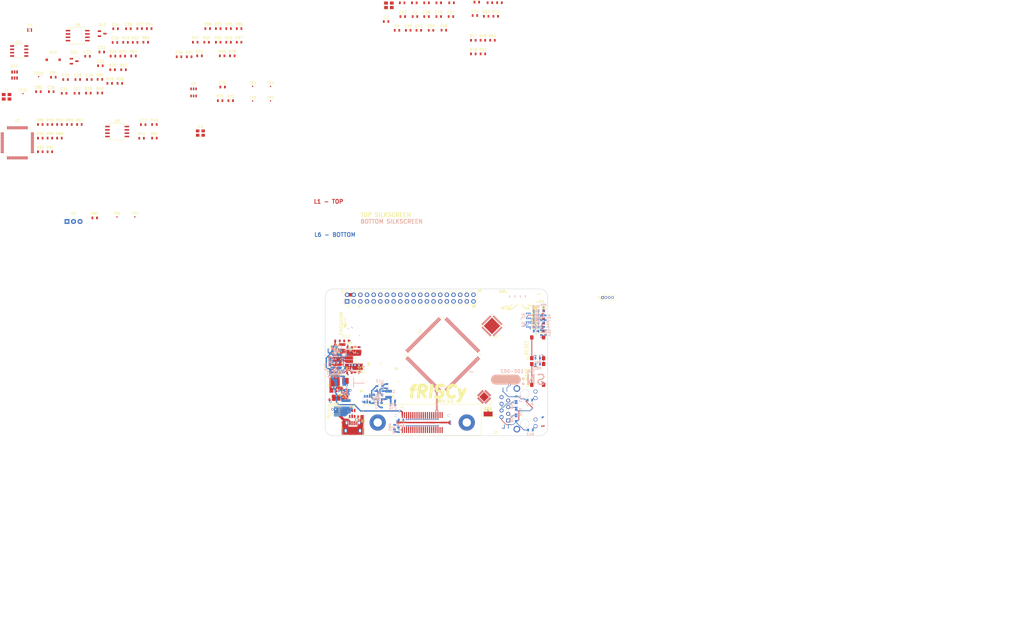
<source format=kicad_pcb>
(kicad_pcb (version 20171130) (host pcbnew 5.1.2-1.fc30)
  (title_block (title fRISCY) (date 2017-12-23) (rev 1.0) (comment 1 "FPGA + RISC-V Digital Processing Board"))
  (layers (0 L1_Top.Cu signal) (1 L2_GND.Cu power) (2 L3_PWR.Cu power) (31 L4_Bottom.Cu signal) (34 B.Paste user hide) (35 F.Paste user hide) (36 B.SilkS user hide) (37 F.SilkS user hide) (38 B.Mask user) (39 F.Mask user) (44 Edge.Cuts user))
  (net 0 "")
  (net 1 GND)
  (net 2 +3V3)
  (net 3 /E310_MCU/UART0_TX)
  (net 4 /E310_MCU/UART0_RX)
  (net 5 +1V0)
  (net 6 +1V8)
  (net 7 "Net-(C15-Pad1)")
  (net 8 +5V)
  (net 9 /FT2232/USB_D_N)
  (net 10 /FT2232/USB_D_P)
  (net 11 "Net-(J3-Pad4)")
  (net 12 "Net-(Q1-Pad1)")
  (net 13 "Net-(R1-Pad1)")
  (net 14 "Net-(J4-Pad38)")
  (net 15 "Net-(J4-Pad37)")
  (net 16 "Net-(C20-Pad1)")
  (net 17 "Net-(C21-Pad1)")
  (net 18 "Net-(C22-Pad1)")
  (net 19 "Net-(L1-Pad1)")
  (net 20 "Net-(L2-Pad1)")
  (net 21 "Net-(L3-Pad1)")
  (net 22 "Net-(R4-Pad2)")
  (net 23 "Net-(R7-Pad2)")
  (net 24 "Net-(R10-Pad2)")
  (net 25 "Net-(U6-Pad16)")
  (net 26 "Net-(U6-Pad17)")
  (net 27 "Net-(U6-Pad19)")
  (net 28 "Net-(U6-Pad20)")
  (net 29 "Net-(U6-Pad25)")
  (net 30 +VIO)
  (net 31 "Net-(D3-Pad1)")
  (net 32 /Power/PG_1V8)
  (net 33 /Power/PG_1V0)
  (net 34 "Net-(D2-Pad1)")
  (net 35 /Power/PG_3V3)
  (net 36 "Net-(D4-Pad1)")
  (net 37 "Net-(D2-Pad2)")
  (net 38 "Net-(D3-Pad2)")
  (net 39 "Net-(D4-Pad2)")
  (net 40 "Net-(D5-Pad2)")
  (net 41 /FPGA_Top/SZ_SCL)
  (net 42 /SYZYGY_Conn/SZ_R_GA)
  (net 43 /FPGA_Top/SZ_S17)
  (net 44 /FPGA_Top/SZ_S19)
  (net 45 /FPGA_Top/SZ_S21)
  (net 46 /FPGA_Top/SZ_S23)
  (net 47 /FPGA_Top/SZ_S25)
  (net 48 /FPGA_Top/SZ_S27)
  (net 49 /FPGA_Top/SZ_SDA)
  (net 50 /FPGA_Top/SZ_S16)
  (net 51 /FPGA_Top/SZ_S18)
  (net 52 /FPGA_Top/SZ_S20)
  (net 53 /FPGA_Top/SZ_S22)
  (net 54 /FPGA_Top/SZ_S24)
  (net 55 /FPGA_Top/SZ_S26)
  (net 56 /FPGA_Top/SZ_C2P_CLK_P)
  (net 57 /FPGA_Top/SZ_C2P_CLK_N)
  (net 58 /FPGA_Top/SZ_P2C_CLK_P)
  (net 59 /FPGA_Top/SZ_P2C_CLK_N)
  (net 60 /FPGA_Top/SZ_D1_P)
  (net 61 /FPGA_Top/SZ_D1_N)
  (net 62 /FPGA_Top/SZ_D3_P)
  (net 63 /FPGA_Top/SZ_D3_N)
  (net 64 /FPGA_Top/SZ_D5_P)
  (net 65 /FPGA_Top/SZ_D5_N)
  (net 66 /FPGA_Top/SZ_D7_P)
  (net 67 /FPGA_Top/SZ_D7_N)
  (net 68 /FPGA_Top/SZ_D0_P)
  (net 69 /FPGA_Top/SZ_D0_N)
  (net 70 /FPGA_Top/SZ_D2_P)
  (net 71 /FPGA_Top/SZ_D2_N)
  (net 72 /FPGA_Top/SZ_D4_P)
  (net 73 /FPGA_Top/SZ_D4_N)
  (net 74 /FPGA_Top/SZ_D6_P)
  (net 75 /FPGA_Top/SZ_D6_N)
  (net 76 "Net-(J2-Pad7)")
  (net 77 "Net-(J2-Pad9)")
  (net 78 "Net-(J2-Pad10)")
  (net 79 /Ethernet/TD_P)
  (net 80 /Ethernet/TD_N)
  (net 81 /Ethernet/RD_P)
  (net 82 /Ethernet/RD_N)
  (net 83 /Ethernet/ETH_REF_CLK)
  (net 84 "Net-(C26-Pad1)")
  (net 85 "Net-(C28-Pad1)")
  (net 86 "Net-(C31-Pad2)")
  (net 87 "Net-(C31-Pad1)")
  (net 88 /E310_MCU/QSPI_CS0)
  (net 89 /E310_MCU/QSPI_DQ3)
  (net 90 /E310_MCU/QSPI_DQ2)
  (net 91 /E310_MCU/QSPI_DQ1)
  (net 92 /E310_MCU/QSPI_DQ0)
  (net 93 /E310_MCU/QSPI_SCK)
  (net 94 "Net-(R23-Pad2)")
  (net 95 "Net-(R24-Pad2)")
  (net 96 "Net-(R25-Pad2)")
  (net 97 "Net-(R26-Pad2)")
  (net 98 "Net-(R27-Pad2)")
  (net 99 /Power/+V_INPUT)
  (net 100 /FT2232/+3V3_FTDI)
  (net 101 /E310_MCU/FTDI_RESETn)
  (net 102 /E310_MCU/I2C_SDA)
  (net 103 /E310_MCU/I2C_SCL)
  (net 104 +3V3_RISCV_IO)
  (net 105 "Net-(C77-Pad2)")
  (net 106 "Net-(C81-Pad1)")
  (net 107 "Net-(D9-Pad2)")
  (net 108 "Net-(D11-Pad1)")
  (net 109 /FT2232/JTAG_TCK)
  (net 110 /FT2232/JTAG_TDO)
  (net 111 /FT2232/JTAG_TMS)
  (net 112 /FT2232/JTAG_TDI)
  (net 113 "Net-(D7-Pad4)")
  (net 114 "Net-(D7-Pad3)")
  (net 115 "Net-(D7-Pad1)")
  (net 116 "Net-(R67-Pad1)")
  (net 117 "Net-(D8-Pad4)")
  (net 118 "Net-(D8-Pad3)")
  (net 119 "Net-(R69-Pad1)")
  (net 120 "Net-(D8-Pad1)")
  (net 121 /FPGA_Top/SZ_VIO_EN)
  (net 122 "Net-(R76-Pad2)")
  (net 123 /E310_MCU/RISCV_3V3_EN)
  (net 124 /E310_MCU/AON_LFCLK)
  (net 125 "Net-(L4-Pad1)")
  (net 126 "Net-(R94-Pad2)")
  (net 127 "Net-(J3-Pad6)")
  (net 128 /E310_MCU/RISCV_~WAKE_N)
  (net 129 /E310_MCU/BRD_~RESET)
  (net 130 "Net-(J2-Pad11)")
  (net 131 "Net-(J2-Pad12)")
  (net 132 "Net-(R73-Pad2)")
  (net 133 "Net-(C75-Pad2)")
  (net 134 "Net-(D11-Pad2)")
  (net 135 "Net-(D12-Pad2)")
  (net 136 "Net-(U3-Pad17)")
  (net 137 "Net-(U3-Pad1)")
  (net 138 "Net-(U3-Pad2)")
  (net 139 "Net-(U3-Pad3)")
  (net 140 "Net-(U3-Pad4)")
  (net 141 "Net-(U3-Pad5)")
  (net 142 "Net-(U3-Pad6)")
  (net 143 "Net-(U3-Pad7)")
  (net 144 "Net-(U3-Pad8)")
  (net 145 "Net-(U3-Pad9)")
  (net 146 "Net-(U3-Pad10)")
  (net 147 "Net-(U3-Pad11)")
  (net 148 "Net-(U3-Pad12)")
  (net 149 "Net-(U3-Pad13)")
  (net 150 "Net-(U3-Pad14)")
  (net 151 "Net-(U3-Pad15)")
  (net 152 "Net-(U3-Pad16)")
  (net 153 "Net-(U3-Pad18)")
  (net 154 "Net-(U3-Pad19)")
  (net 155 "Net-(U3-Pad20)")
  (net 156 "Net-(U3-Pad21)")
  (net 157 "Net-(U3-Pad22)")
  (net 158 "Net-(U3-Pad23)")
  (net 159 "Net-(U3-Pad24)")
  (net 160 "Net-(U3-Pad25)")
  (net 161 "Net-(U3-Pad26)")
  (net 162 "Net-(U3-Pad27)")
  (net 163 "Net-(U3-Pad28)")
  (net 164 "Net-(U3-Pad29)")
  (net 165 "Net-(U3-Pad30)")
  (net 166 "Net-(U3-Pad31)")
  (net 167 "Net-(U3-Pad32)")
  (net 168 "Net-(U3-Pad33)")
  (net 169 "Net-(U3-Pad34)")
  (net 170 "Net-(U3-Pad35)")
  (net 171 "Net-(U3-Pad36)")
  (net 172 "Net-(U3-Pad37)")
  (net 173 "Net-(U3-Pad38)")
  (net 174 "Net-(U3-Pad39)")
  (net 175 "Net-(U3-Pad40)")
  (net 176 "Net-(U3-Pad41)")
  (net 177 "Net-(U3-Pad42)")
  (net 178 "Net-(U3-Pad43)")
  (net 179 "Net-(U3-Pad44)")
  (net 180 "Net-(U3-Pad45)")
  (net 181 "Net-(U3-Pad46)")
  (net 182 "Net-(U3-Pad47)")
  (net 183 "Net-(U3-Pad48)")
  (net 184 "Net-(U3-Pad49)")
  (net 185 "Net-(U3-Pad50)")
  (net 186 "Net-(U3-Pad51)")
  (net 187 "Net-(U3-Pad52)")
  (net 188 "Net-(U3-Pad53)")
  (net 189 "Net-(U3-Pad54)")
  (net 190 "Net-(U3-Pad55)")
  (net 191 "Net-(U3-Pad56)")
  (net 192 "Net-(U3-Pad57)")
  (net 193 "Net-(U3-Pad58)")
  (net 194 "Net-(U3-Pad59)")
  (net 195 "Net-(U3-Pad60)")
  (net 196 "Net-(U3-Pad61)")
  (net 197 "Net-(U3-Pad62)")
  (net 198 "Net-(U3-Pad63)")
  (net 199 "Net-(U3-Pad64)")
  (net 200 "Net-(Y4-Pad1)")
  (net 201 "Net-(R22-Pad1)")
  (net 202 /E310_MCU/MCU_SPI_MISO)
  (net 203 /E310_MCU/MCU_GPIO_11)
  (net 204 /E310_MCU/MCU_GPIO_12)
  (net 205 /E310_MCU/MCU_GPIO_13)
  (net 206 /E310_MCU/MCU_GPIO_18)
  (net 207 /E310_MCU/MCU_LED_G)
  (net 208 /E310_MCU/MCU_GPIO_20)
  (net 209 /E310_MCU/MCU_LED_B)
  (net 210 /E310_MCU/MCU_LED_R)
  (net 211 /E310_MCU/MCU_GPIO_23)
  (net 212 +1V2)
  (net 213 /Ethernet/ETH_MDIO)
  (net 214 /Ethernet/ETH_RXD1)
  (net 215 "Net-(R97-Pad2)")
  (net 216 /Ethernet/ETH_RXERR)
  (net 217 /Ethernet/ETH_RSTN)
  (net 218 "Net-(R99-Pad2)")
  (net 219 /Ethernet/ETH_RX_DV)
  (net 220 /E310_MCU/MCU_SPI_~CS3)
  (net 221 /E310_MCU/MCU_SPI_~CS2)
  (net 222 /E310_MCU/MCU_SPI_SCK)
  (net 223 /E310_MCU/MCU_SPI_MOSI)
  (net 224 /E310_MCU/MCU_SPI_~CS0)
  (net 225 /FLASH/FPGA_MEM_~CE)
  (net 226 "Net-(R55-Pad1)")
  (net 227 "Net-(R56-Pad1)")
  (net 228 "Net-(R59-Pad1)")
  (net 229 /FLASH/FPGA_MEM_~RESET)
  (net 230 /FLASH/FPGA_MEM_~WP)
  (net 231 /Ethernet/ETH_RXD0)
  (net 232 "Net-(R96-Pad2)")
  (net 233 "Net-(R90-Pad2)")
  (net 234 "Net-(R86-Pad2)")
  (net 235 "Net-(R87-Pad1)")
  (net 236 "Net-(R88-Pad2)")
  (net 237 "Net-(R89-Pad1)")
  (net 238 "Net-(R98-Pad2)")
  (net 239 "Net-(R36-Pad1)")
  (net 240 "Net-(U11-Pad7)")
  (net 241 /FLASH/FPGA_MEM_SCK)
  (net 242 /FLASH/FPGA_MEM_MOSI)
  (net 243 /FLASH/FPGA_MEM_MISO)
  (net 244 "Net-(U2-Pad103)")
  (net 245 "Net-(U2-Pad133)")
  (net 246 "Net-(U2-Pad127)")
  (net 247 "Net-(U2-Pad126)")
  (net 248 "Net-(U2-Pad111)")
  (net 249 "Net-(U2-Pad109)")
  (net 250 "Net-(U2-Pad108)")
  (net 251 "Net-(U2-Pad72)")
  (net 252 "Net-(U2-Pad71)")
  (net 253 "Net-(U2-Pad70)")
  (net 254 "Net-(U2-Pad68)")
  (net 255 "Net-(U2-Pad67)")
  (net 256 "Net-(U2-Pad54)")
  (net 257 "Net-(U2-Pad53)")
  (net 258 /Ethernet/ETH_MDC)
  (net 259 /Ethernet/ETH_TXD1)
  (net 260 /Ethernet/ETH_TXD0)
  (net 261 /Ethernet/ETH_TX_EN)
  (net 262 "Net-(C34-Pad1)")
  (net 263 "Net-(C34-Pad2)")
  (net 264 "Net-(D6-Pad1)")
  (net 265 "Net-(Q3-Pad5)")
  (net 266 "Net-(R63-Pad1)")
  (net 267 "Net-(R62-Pad1)")
  (net 268 "Net-(D6-Pad2)")
  (net 269 "Net-(R33-Pad1)")
  (net 270 "Net-(R32-Pad2)")
  (net 271 "Net-(R31-Pad1)")
  (net 272 "Net-(R30-Pad2)")
  (net 273 "Net-(R29-Pad1)")
  (net 274 /Ethernet/ETH_INT_RFCLKO)
  (net 275 "Net-(R35-Pad2)")
  (net 276 "Net-(R52-Pad1)")
  (net 277 "Net-(R51-Pad2)")
  (net 278 "Net-(R50-Pad2)")
  (net 279 "Net-(R49-Pad2)")
  (net 280 "Net-(R48-Pad2)")
  (net 281 "Net-(R47-Pad2)")
  (net 282 "Net-(R46-Pad2)")
  (net 283 /FPGA_Top/FTDI_UART_TX)
  (net 284 "Net-(R34-Pad2)")
  (net 285 "Net-(C51-Pad1)")
  (net 286 /FPGA_Top/FTDI_UART_RX)
  (net 287 /FPGA_Top/BCM4)
  (net 288 /FPGA_Top/UART_H_TX)
  (net 289 /FPGA_Top/UART_H_RX)
  (net 290 /FPGA_Top/BCM17)
  (net 291 /FPGA_Top/BCM18)
  (net 292 /FPGA_Top/BCM27)
  (net 293 /FPGA_Top/BCM22)
  (net 294 /FPGA_Top/BCM23)
  (net 295 /FPGA_Top/BCM24)
  (net 296 /FPGA_Top/BCM10)
  (net 297 /FPGA_Top/BCM9)
  (net 298 /FPGA_Top/BCM25)
  (net 299 /FPGA_Top/BCM11)
  (net 300 /FPGA_Top/BCM8)
  (net 301 /FPGA_Top/BCM7)
  (net 302 /FPGA_Top/ID_SD)
  (net 303 /FPGA_Top/ID_SC)
  (net 304 /FPGA_Top/BCM5)
  (net 305 /FPGA_Top/BCM6)
  (net 306 /FPGA_Top/BCM12)
  (net 307 /FPGA_Top/BCM13)
  (net 308 /FPGA_Top/BCM19)
  (net 309 /FPGA_Top/BCM16)
  (net 310 /FPGA_Top/BCM26)
  (net 311 /FPGA_Top/BCM20)
  (net 312 /FPGA_Top/BCM21)
  (net 313 /FPGA_Top/SYSCLK_100M)
  (net 314 "Net-(C45-Pad1)")
  (net 315 "Net-(C45-Pad2)")
  (net 316 "Net-(C43-Pad2)")
  (net 317 "Net-(C43-Pad1)")
  (net 318 "Net-(R68-Pad2)")
  (net 319 "Net-(R85-Pad1)")
  (module SifiveCustom:QFN48_FE310 (layer L1_Top.Cu) (at 206.7 139.1 225)
    (fp_text reference U1 (at 1.812021 -4.0021 225) (layer F.SilkS) (effects (font (size 0.8128 0.8128) (thickness 0.1524))))
    (fp_text value FE310-G000 hide)
    (pad 49 smd rect (at -1.66875 -1.66875 225) (size 1.1125 1.1125) (layers L1_Top.Cu F.Paste F.Mask) (net 1 GND))
    (pad 49 smd rect (at -1.66875 -0.55625 225) (size 1.1125 1.1125) (layers L1_Top.Cu F.Paste F.Mask) (net 1 GND))
    (pad 49 smd rect (at -1.66875 0.55625 225) (size 1.1125 1.1125) (layers L1_Top.Cu F.Paste F.Mask) (net 1 GND))
    (pad 49 smd rect (at -1.66875 1.66875 225) (size 1.1125 1.1125) (layers L1_Top.Cu F.Paste F.Mask) (net 1 GND))
    (pad 49 smd rect (at -0.55625 -1.66875 225) (size 1.1125 1.1125) (layers L1_Top.Cu F.Paste F.Mask) (net 1 GND))
    (pad 49 smd rect (at -0.55625 -0.55625 225) (size 1.1125 1.1125) (layers L1_Top.Cu F.Paste F.Mask) (net 1 GND))
    (pad 49 smd rect (at -0.55625 0.55625 225) (size 1.1125 1.1125) (layers L1_Top.Cu F.Paste F.Mask) (net 1 GND))
    (pad 49 smd rect (at -0.55625 1.66875 225) (size 1.1125 1.1125) (layers L1_Top.Cu F.Paste F.Mask) (net 1 GND))
    (pad 49 smd rect (at 0.55625 -1.66875 225) (size 1.1125 1.1125) (layers L1_Top.Cu F.Paste F.Mask) (net 1 GND))
    (pad 49 smd rect (at 0.55625 -0.55625 225) (size 1.1125 1.1125) (layers L1_Top.Cu F.Paste F.Mask) (net 1 GND))
    (pad 49 smd rect (at 0.55625 0.55625 225) (size 1.1125 1.1125) (layers L1_Top.Cu F.Paste F.Mask) (net 1 GND))
    (pad 49 smd rect (at 0.55625 1.66875 225) (size 1.1125 1.1125) (layers L1_Top.Cu F.Paste F.Mask) (net 1 GND))
    (pad 49 smd rect (at 1.66875 -1.66875 225) (size 1.1125 1.1125) (layers L1_Top.Cu F.Paste F.Mask) (net 1 GND))
    (pad 49 smd rect (at 1.66875 -0.55625 225) (size 1.1125 1.1125) (layers L1_Top.Cu F.Paste F.Mask) (net 1 GND))
    (pad 49 smd rect (at 1.66875 0.55625 225) (size 1.1125 1.1125) (layers L1_Top.Cu F.Paste F.Mask) (net 1 GND))
    (pad 49 smd rect (at 1.66875 1.66875 225) (size 1.1125 1.1125) (layers L1_Top.Cu F.Paste F.Mask) (net 1 GND))
    (pad 48 smd rect (at -2.2 -3 315) (size 0.8 0.2) (layers L1_Top.Cu F.Paste F.Mask) (net 93 /E310_MCU/QSPI_SCK))
    (pad 47 smd rect (at -1.8 -3 315) (size 0.8 0.2) (layers L1_Top.Cu F.Paste F.Mask) (net 104 +3V3_RISCV_IO))
    (pad 46 smd rect (at -1.4 -3 315) (size 0.8 0.2) (layers L1_Top.Cu F.Paste F.Mask) (net 6 +1V8))
    (pad 45 smd rect (at -1 -3 315) (size 0.8 0.2) (layers L1_Top.Cu F.Paste F.Mask) (net 211 /E310_MCU/MCU_GPIO_23))
    (pad 44 smd rect (at -0.6 -3 315) (size 0.8 0.2) (layers L1_Top.Cu F.Paste F.Mask) (net 210 /E310_MCU/MCU_LED_R))
    (pad 43 smd rect (at -0.2 -3 315) (size 0.8 0.2) (layers L1_Top.Cu F.Paste F.Mask) (net 209 /E310_MCU/MCU_LED_B))
    (pad 42 smd rect (at 0.2 -3 315) (size 0.8 0.2) (layers L1_Top.Cu F.Paste F.Mask) (net 208 /E310_MCU/MCU_GPIO_20))
    (pad 41 smd rect (at 0.6 -3 315) (size 0.8 0.2) (layers L1_Top.Cu F.Paste F.Mask) (net 207 /E310_MCU/MCU_LED_G))
    (pad 40 smd rect (at 1 -3 315) (size 0.8 0.2) (layers L1_Top.Cu F.Paste F.Mask) (net 206 /E310_MCU/MCU_GPIO_18))
    (pad 39 smd rect (at 1.4 -3 315) (size 0.8 0.2) (layers L1_Top.Cu F.Paste F.Mask) (net 3 /E310_MCU/UART0_TX))
    (pad 38 smd rect (at 1.8 -3 315) (size 0.8 0.2) (layers L1_Top.Cu F.Paste F.Mask) (net 4 /E310_MCU/UART0_RX))
    (pad 37 smd rect (at 2.2 -3 315) (size 0.8 0.2) (layers L1_Top.Cu F.Paste F.Mask) (net 205 /E310_MCU/MCU_GPIO_13))
    (pad 36 smd rect (at 3 -2.2 225) (size 0.8 0.2) (layers L1_Top.Cu F.Paste F.Mask) (net 204 /E310_MCU/MCU_GPIO_12))
    (pad 35 smd rect (at 3 -1.8 225) (size 0.8 0.2) (layers L1_Top.Cu F.Paste F.Mask) (net 203 /E310_MCU/MCU_GPIO_11))
    (pad 34 smd rect (at 3 -1.4 225) (size 0.8 0.2) (layers L1_Top.Cu F.Paste F.Mask) (net 98 "Net-(R27-Pad2)"))
    (pad 33 smd rect (at 3 -1 225) (size 0.8 0.2) (layers L1_Top.Cu F.Paste F.Mask) (net 97 "Net-(R26-Pad2)"))
    (pad 32 smd rect (at 3 -0.6 225) (size 0.8 0.2) (layers L1_Top.Cu F.Paste F.Mask) (net 104 +3V3_RISCV_IO))
    (pad 31 smd rect (at 3 -0.2 225) (size 0.8 0.2) (layers L1_Top.Cu F.Paste F.Mask) (net 96 "Net-(R25-Pad2)"))
    (pad 30 smd rect (at 3 0.2 225) (size 0.8 0.2) (layers L1_Top.Cu F.Paste F.Mask) (net 6 +1V8))
    (pad 29 smd rect (at 3 0.6 225) (size 0.8 0.2) (layers L1_Top.Cu F.Paste F.Mask) (net 202 /E310_MCU/MCU_SPI_MISO))
    (pad 28 smd rect (at 3 1 225) (size 0.8 0.2) (layers L1_Top.Cu F.Paste F.Mask) (net 95 "Net-(R24-Pad2)"))
    (pad 27 smd rect (at 3 1.4 225) (size 0.8 0.2) (layers L1_Top.Cu F.Paste F.Mask) (net 94 "Net-(R23-Pad2)"))
    (pad 26 smd rect (at 3 1.8 225) (size 0.8 0.2) (layers L1_Top.Cu F.Paste F.Mask) (net 103 /E310_MCU/I2C_SCL))
    (pad 25 smd rect (at 3 2.2 225) (size 0.8 0.2) (layers L1_Top.Cu F.Paste F.Mask) (net 102 /E310_MCU/I2C_SDA))
    (pad 24 smd rect (at 2.2 3 315) (size 0.8 0.2) (layers L1_Top.Cu F.Paste F.Mask) (net 106 "Net-(C81-Pad1)"))
    (pad 23 smd rect (at 1.8 3 315) (size 0.8 0.2) (layers L1_Top.Cu F.Paste F.Mask) (net 6 +1V8))
    (pad 22 smd rect (at 1.4 3 315) (size 0.8 0.2) (layers L1_Top.Cu F.Paste F.Mask) (net 101 /E310_MCU/FTDI_RESETn))
    (pad 21 smd rect (at 1 3 315) (size 0.8 0.2) (layers L1_Top.Cu F.Paste F.Mask) (net 126 "Net-(R94-Pad2)"))
    (pad 20 smd rect (at 0.6 3 315) (size 0.8 0.2) (layers L1_Top.Cu F.Paste F.Mask) (net 124 /E310_MCU/AON_LFCLK))
    (pad 19 smd rect (at 0.2 3 315) (size 0.8 0.2) (layers L1_Top.Cu F.Paste F.Mask) (net 6 +1V8))
    (pad 18 smd rect (at -0.2 3 315) (size 0.8 0.2) (layers L1_Top.Cu F.Paste F.Mask) (net 108 "Net-(D11-Pad1)"))
    (pad 17 smd rect (at -0.6 3 315) (size 0.8 0.2) (layers L1_Top.Cu F.Paste F.Mask) (net 123 /E310_MCU/RISCV_3V3_EN))
    (pad 16 smd rect (at -1 3 315) (size 0.8 0.2) (layers L1_Top.Cu F.Paste F.Mask) (net 112 /FT2232/JTAG_TDI))
    (pad 15 smd rect (at -1.4 3 315) (size 0.8 0.2) (layers L1_Top.Cu F.Paste F.Mask) (net 111 /FT2232/JTAG_TMS))
    (pad 14 smd rect (at -1.8 3 315) (size 0.8 0.2) (layers L1_Top.Cu F.Paste F.Mask) (net 110 /FT2232/JTAG_TDO))
    (pad 13 smd rect (at -2.2 3 315) (size 0.8 0.2) (layers L1_Top.Cu F.Paste F.Mask) (net 109 /FT2232/JTAG_TCK))
    (pad 12 smd rect (at -3 2.2 225) (size 0.8 0.2) (layers L1_Top.Cu F.Paste F.Mask) (net 104 +3V3_RISCV_IO))
    (pad 11 smd rect (at -3 1.8 225) (size 0.8 0.2) (layers L1_Top.Cu F.Paste F.Mask) (net 104 +3V3_RISCV_IO))
    (pad 10 smd rect (at -3 1.4 225) (size 0.8 0.2) (layers L1_Top.Cu F.Paste F.Mask) (net 85 "Net-(C28-Pad1)"))
    (pad 9 smd rect (at -3 1 225) (size 0.8 0.2) (layers L1_Top.Cu F.Paste F.Mask) (net 84 "Net-(C26-Pad1)"))
    (pad 8 smd rect (at -3 0.6 225) (size 0.8 0.2) (layers L1_Top.Cu F.Paste F.Mask) (net 86 "Net-(C31-Pad2)"))
    (pad 7 smd rect (at -3 0.2 225) (size 0.8 0.2) (layers L1_Top.Cu F.Paste F.Mask) (net 201 "Net-(R22-Pad1)"))
    (pad 6 smd rect (at -3 -0.2 225) (size 0.8 0.2) (layers L1_Top.Cu F.Paste F.Mask) (net 6 +1V8))
    (pad 5 smd rect (at -3 -0.6 225) (size 0.8 0.2) (layers L1_Top.Cu F.Paste F.Mask) (net 88 /E310_MCU/QSPI_CS0))
    (pad 4 smd rect (at -3 -1 225) (size 0.8 0.2) (layers L1_Top.Cu F.Paste F.Mask) (net 92 /E310_MCU/QSPI_DQ0))
    (pad 3 smd rect (at -3 -1.4 225) (size 0.8 0.2) (layers L1_Top.Cu F.Paste F.Mask) (net 91 /E310_MCU/QSPI_DQ1))
    (pad 2 smd rect (at -3 -1.8 225) (size 0.8 0.2) (layers L1_Top.Cu F.Paste F.Mask) (net 90 /E310_MCU/QSPI_DQ2))
    (pad 1 smd rect (at -3 -2.2 225) (size 0.8 0.2) (layers L1_Top.Cu F.Paste F.Mask) (net 89 /E310_MCU/QSPI_DQ3))
  )
  (module Capacitor_SMD:C_0603_1608Metric (layer L4_Bottom.Cu) (at 168.867227 167.734585)
    (fp_text reference C78 (at 0 1.65) (layer B.SilkS) (effects (justify mirror)))
    (fp_text value 22uF)
    (pad 2 smd rect (at 0.875 0) (size 0.67 1) (layers L4_Bottom.Cu B.Paste B.Mask) (net 1 GND))
    (pad 1 smd rect (at -0.875 0) (size 0.67 1) (layers L4_Bottom.Cu B.Paste B.Mask) (net 30 +VIO))
  )
  (module Capacitor_SMD:C_0603_1608Metric (layer L1_Top.Cu) (at 33.536228 49.6923)
    (fp_text reference C80 (at 0 -1.65) (layer F.SilkS))
    (fp_text value 0.1uF)
    (pad 1 smd rect (at -0.875 0) (size 0.67 1) (layers L1_Top.Cu F.Paste F.Mask) (net 6 +1V8))
    (pad 2 smd rect (at 0.875 0) (size 0.67 1) (layers L1_Top.Cu F.Paste F.Mask) (net 1 GND))
  )
  (module Capacitor_SMD:C_0603_1608Metric (layer L1_Top.Cu) (at 39.248133 44.1723)
    (fp_text reference C81 (at 0 -1.65) (layer F.SilkS))
    (fp_text value 10nF)
    (pad 2 smd rect (at 0.875 0) (size 0.67 1) (layers L1_Top.Cu F.Paste F.Mask) (net 1 GND))
    (pad 1 smd rect (at -0.875 0) (size 0.67 1) (layers L1_Top.Cu F.Paste F.Mask) (net 106 "Net-(C81-Pad1)"))
  )
  (module Capacitor_SMD:C_0603_1608Metric (layer L1_Top.Cu) (at 177.298133 21.0123)
    (fp_text reference C1 (at 0 -1.65) (layer F.SilkS))
    (fp_text value 10uF)
    (pad 1 smd rect (at -0.875 0) (size 0.67 1) (layers L1_Top.Cu F.Paste F.Mask) (net 212 +1V2))
    (pad 2 smd rect (at 0.875 0) (size 0.67 1) (layers L1_Top.Cu F.Paste F.Mask) (net 1 GND))
  )
  (module Capacitor_SMD:C_0603_1608Metric (layer L1_Top.Cu) (at 181.718133 15.7623)
    (fp_text reference C52 (at 0 -1.65) (layer F.SilkS))
    (fp_text value 33pF)
    (pad 2 smd rect (at 0.875 0) (size 0.67 1) (layers L1_Top.Cu F.Paste F.Mask) (net 1 GND))
    (pad 1 smd rect (at -0.875 0) (size 0.67 1) (layers L1_Top.Cu F.Paste F.Mask) (net 83 /Ethernet/ETH_REF_CLK))
  )
  (module Capacitor_SMD:C_0603_1608Metric (layer L1_Top.Cu) (at 172.398133 15.7623)
    (fp_text reference C2 (at 0 -1.65) (layer F.SilkS))
    (fp_text value 10uF)
    (pad 1 smd rect (at -0.875 0) (size 0.67 1) (layers L1_Top.Cu F.Paste F.Mask) (net 30 +VIO))
    (pad 2 smd rect (at 0.875 0) (size 0.67 1) (layers L1_Top.Cu F.Paste F.Mask) (net 1 GND))
  )
  (module Capacitor_SMD:C_0603_1608Metric (layer L1_Top.Cu) (at 145.541 167.286 180)
    (fp_text reference C15 (at 0 -1.65 180) (layer F.SilkS))
    (fp_text value 1uF)
    (pad 2 smd rect (at 0.875 0 180) (size 0.67 1) (layers L1_Top.Cu F.Paste F.Mask) (net 1 GND))
    (pad 1 smd rect (at -0.875 0 180) (size 0.67 1) (layers L1_Top.Cu F.Paste F.Mask) (net 7 "Net-(C15-Pad1)"))
  )
  (module Capacitor_SMD:C_0603_1608Metric (layer L1_Top.Cu) (at 151.1427 144.8435)
    (fp_text reference C17 (at 0 -1.65) (layer F.SilkS))
    (fp_text value 4.7uF)
    (pad 1 smd rect (at -0.875 0) (size 0.67 1) (layers L1_Top.Cu F.Paste F.Mask) (net 212 +1V2))
    (pad 2 smd rect (at 0.875 0) (size 0.67 1) (layers L1_Top.Cu F.Paste F.Mask) (net 1 GND))
  )
  (module Capacitor_SMD:C_0603_1608Metric (layer L1_Top.Cu) (at 155.829 148.082 90)
    (fp_text reference C18 (at 0 -1.65 90) (layer F.SilkS))
    (fp_text value 4.7uF)
    (pad 2 smd rect (at 0.875 0 90) (size 0.67 1) (layers L1_Top.Cu F.Paste F.Mask) (net 1 GND))
    (pad 1 smd rect (at -0.875 0 90) (size 0.67 1) (layers L1_Top.Cu F.Paste F.Mask) (net 6 +1V8))
  )
  (module Capacitor_SMD:C_0603_1608Metric (layer L1_Top.Cu) (at 155.956 155.817 270)
    (fp_text reference C19 (at 0 -1.65 270) (layer F.SilkS))
    (fp_text value 4.7uF)
    (pad 1 smd rect (at -0.875 0 270) (size 0.67 1) (layers L1_Top.Cu F.Paste F.Mask) (net 2 +3V3))
    (pad 2 smd rect (at 0.875 0 270) (size 0.67 1) (layers L1_Top.Cu F.Paste F.Mask) (net 1 GND))
  )
  (module Capacitor_SMD:C_0603_1608Metric (layer L4_Bottom.Cu) (at 147.193 147.828 90)
    (fp_text reference C20 (at 0 1.65 90) (layer B.SilkS) (effects (justify mirror)))
    (fp_text value 0.1uF)
    (pad 2 smd rect (at 0.875 0 90) (size 0.67 1) (layers L4_Bottom.Cu B.Paste B.Mask) (net 1 GND))
    (pad 1 smd rect (at -0.875 0 90) (size 0.67 1) (layers L4_Bottom.Cu B.Paste B.Mask) (net 16 "Net-(C20-Pad1)"))
  )
  (module Capacitor_SMD:C_0603_1608Metric (layer L4_Bottom.Cu) (at 150.114 157.607 270)
    (fp_text reference C21 (at 0 1.65 270) (layer B.SilkS) (effects (justify mirror)))
    (fp_text value 0.1uF)
    (pad 1 smd rect (at -0.875 0 270) (size 0.67 1) (layers L4_Bottom.Cu B.Paste B.Mask) (net 17 "Net-(C21-Pad1)"))
    (pad 2 smd rect (at 0.875 0 270) (size 0.67 1) (layers L4_Bottom.Cu B.Paste B.Mask) (net 1 GND))
  )
  (module Capacitor_SMD:C_0603_1608Metric (layer L1_Top.Cu) (at 170.446228 26.2623)
    (fp_text reference C4 (at 0 -1.65) (layer F.SilkS))
    (fp_text value 0.1uF)
    (pad 2 smd rect (at 0.875 0) (size 0.67 1) (layers L1_Top.Cu F.Paste F.Mask) (net 1 GND))
    (pad 1 smd rect (at -0.875 0) (size 0.67 1) (layers L1_Top.Cu F.Paste F.Mask) (net 212 +1V2))
  )
  (module Capacitor_SMD:C_0603_1608Metric (layer L4_Bottom.Cu) (at 149.098 149.479 90)
    (fp_text reference C23 (at 0 1.65 90) (layer B.SilkS) (effects (justify mirror)))
    (fp_text value 4.7uF)
    (pad 1 smd rect (at -0.875 0 90) (size 0.67 1) (layers L4_Bottom.Cu B.Paste B.Mask) (net 8 +5V))
    (pad 2 smd rect (at 0.875 0 90) (size 0.67 1) (layers L4_Bottom.Cu B.Paste B.Mask) (net 1 GND))
  )
  (module Capacitor_SMD:C_0603_1608Metric (layer L4_Bottom.Cu) (at 145.796 147.828 90)
    (fp_text reference C24 (at 0 1.65 90) (layer B.SilkS) (effects (justify mirror)))
    (fp_text value 4.7uF)
    (pad 2 smd rect (at 0.875 0 90) (size 0.67 1) (layers L4_Bottom.Cu B.Paste B.Mask) (net 1 GND))
    (pad 1 smd rect (at -0.875 0 90) (size 0.67 1) (layers L4_Bottom.Cu B.Paste B.Mask) (net 8 +5V))
  )
  (module Capacitor_SMD:C_0603_1608Metric (layer L4_Bottom.Cu) (at 148.717 157.607 270)
    (fp_text reference C25 (at 0 1.65 270) (layer B.SilkS) (effects (justify mirror)))
    (fp_text value 4.7uF)
    (pad 1 smd rect (at -0.875 0 270) (size 0.67 1) (layers L4_Bottom.Cu B.Paste B.Mask) (net 8 +5V))
    (pad 2 smd rect (at 0.875 0 270) (size 0.67 1) (layers L4_Bottom.Cu B.Paste B.Mask) (net 1 GND))
  )
  (module Capacitor_SMD:C_0603_1608Metric (layer L1_Top.Cu) (at 52.988133 45.0423)
    (fp_text reference C26 (at 0 -1.65) (layer F.SilkS))
    (fp_text value 12pF)
    (pad 2 smd rect (at 0.875 0) (size 0.67 1) (layers L1_Top.Cu F.Paste F.Mask) (net 1 GND))
    (pad 1 smd rect (at -0.875 0) (size 0.67 1) (layers L1_Top.Cu F.Paste F.Mask) (net 84 "Net-(C26-Pad1)"))
  )
  (module Capacitor_SMD:C_0603_1608Metric (layer L1_Top.Cu) (at 48.236228 50.3023)
    (fp_text reference C27 (at 0 -1.65) (layer F.SilkS))
    (fp_text value 0.1uF)
    (pad 1 smd rect (at -0.875 0) (size 0.67 1) (layers L1_Top.Cu F.Paste F.Mask) (net 104 +3V3_RISCV_IO))
    (pad 2 smd rect (at 0.875 0) (size 0.67 1) (layers L1_Top.Cu F.Paste F.Mask) (net 1 GND))
  )
  (module Capacitor_SMD:C_0603_1608Metric (layer L1_Top.Cu) (at 48.568133 45.0523)
    (fp_text reference C28 (at 0 -1.65) (layer F.SilkS))
    (fp_text value 12pF)
    (pad 2 smd rect (at 0.875 0) (size 0.67 1) (layers L1_Top.Cu F.Paste F.Mask) (net 1 GND))
    (pad 1 smd rect (at -0.875 0) (size 0.67 1) (layers L1_Top.Cu F.Paste F.Mask) (net 85 "Net-(C28-Pad1)"))
  )
  (module Capacitor_SMD:C_0603_1608Metric (layer L1_Top.Cu) (at 62.768133 30.9123)
    (fp_text reference C29 (at 0 -1.65) (layer F.SilkS))
    (fp_text value 10uF)
    (pad 1 smd rect (at -0.875 0) (size 0.67 1) (layers L1_Top.Cu F.Paste F.Mask) (net 6 +1V8))
    (pad 2 smd rect (at 0.875 0) (size 0.67 1) (layers L1_Top.Cu F.Paste F.Mask) (net 1 GND))
  )
  (module Capacitor_SMD:C_0603_1608Metric (layer L1_Top.Cu) (at 67.906228 25.6623)
    (fp_text reference C30 (at 0 -1.65) (layer F.SilkS))
    (fp_text value 0.1uF)
    (pad 2 smd rect (at 0.875 0) (size 0.67 1) (layers L1_Top.Cu F.Paste F.Mask) (net 1 GND))
    (pad 1 smd rect (at -0.875 0) (size 0.67 1) (layers L1_Top.Cu F.Paste F.Mask) (net 6 +1V8))
  )
  (module Capacitor_SMD:C_0603_1608Metric (layer L4_Bottom.Cu) (at 147.32 157.607 270)
    (fp_text reference C22 (at 0 1.65 270) (layer B.SilkS) (effects (justify mirror)))
    (fp_text value 0.1uF)
    (pad 1 smd rect (at -0.875 0 270) (size 0.67 1) (layers L4_Bottom.Cu B.Paste B.Mask) (net 18 "Net-(C22-Pad1)"))
    (pad 2 smd rect (at 0.875 0 270) (size 0.67 1) (layers L4_Bottom.Cu B.Paste B.Mask) (net 1 GND))
  )
  (module Capacitor_SMD:C_0603_1608Metric (layer L4_Bottom.Cu) (at 168.855227 169.131585)
    (fp_text reference C79 (at 0 1.65) (layer B.SilkS) (effects (justify mirror)))
    (fp_text value 22uF)
    (pad 2 smd rect (at 0.875 0) (size 0.67 1) (layers L4_Bottom.Cu B.Paste B.Mask) (net 1 GND))
    (pad 1 smd rect (at -0.875 0) (size 0.67 1) (layers L4_Bottom.Cu B.Paste B.Mask) (net 30 +VIO))
  )
  (module Capacitor_SMD:C_0603_1608Metric (layer L1_Top.Cu) (at 183.426228 26.2623)
    (fp_text reference C50 (at 0 -1.65) (layer F.SilkS))
    (fp_text value 0.1uF)
    (pad 1 smd rect (at -0.875 0) (size 0.67 1) (layers L1_Top.Cu F.Paste F.Mask) (net 2 +3V3))
    (pad 2 smd rect (at 0.875 0) (size 0.67 1) (layers L1_Top.Cu F.Paste F.Mask) (net 1 GND))
  )
  (module Capacitor_SMD:C_0603_1608Metric (layer L1_Top.Cu) (at 186.376228 21.0123)
    (fp_text reference C49 (at 0 -1.65) (layer F.SilkS))
    (fp_text value 0.1uF)
    (pad 2 smd rect (at 0.875 0) (size 0.67 1) (layers L1_Top.Cu F.Paste F.Mask) (net 1 GND))
    (pad 1 smd rect (at -0.875 0) (size 0.67 1) (layers L1_Top.Cu F.Paste F.Mask) (net 2 +3V3))
  )
  (module Capacitor_SMD:C_0603_1608Metric (layer L1_Top.Cu) (at 191.276228 15.7623)
    (fp_text reference C45 (at 0 -1.65) (layer F.SilkS))
    (fp_text value 0.1uF)
    (pad 1 smd rect (at -0.875 0) (size 0.67 1) (layers L1_Top.Cu F.Paste F.Mask) (net 314 "Net-(C45-Pad1)"))
    (pad 2 smd rect (at 0.875 0) (size 0.67 1) (layers L1_Top.Cu F.Paste F.Mask) (net 315 "Net-(C45-Pad2)"))
  )
  (module Capacitor_SMD:C_0603_1608Metric (layer L1_Top.Cu) (at 178.768133 26.2623)
    (fp_text reference C43 (at 0 -1.65) (layer F.SilkS))
    (fp_text value 10uF)
    (pad 2 smd rect (at 0.875 0) (size 0.67 1) (layers L1_Top.Cu F.Paste F.Mask) (net 316 "Net-(C43-Pad2)"))
    (pad 1 smd rect (at -0.875 0) (size 0.67 1) (layers L1_Top.Cu F.Paste F.Mask) (net 317 "Net-(C43-Pad1)"))
  )
  (module Capacitor_SMD:C_0603_1608Metric (layer L1_Top.Cu) (at 186.376228 15.7623)
    (fp_text reference C40 (at 0 -1.65) (layer F.SilkS))
    (fp_text value 0.1uF)
    (pad 1 smd rect (at -0.875 0) (size 0.67 1) (layers L1_Top.Cu F.Paste F.Mask) (net 2 +3V3))
    (pad 2 smd rect (at 0.875 0) (size 0.67 1) (layers L1_Top.Cu F.Paste F.Mask) (net 1 GND))
  )
  (module Capacitor_SMD:C_0603_1608Metric (layer L1_Top.Cu) (at 174.727181 26.2623)
    (fp_text reference C39 (at 0 -1.65) (layer F.SilkS))
    (fp_text value 1uF)
    (pad 2 smd rect (at 0.875 0) (size 0.67 1) (layers L1_Top.Cu F.Paste F.Mask) (net 1 GND))
    (pad 1 smd rect (at -0.875 0) (size 0.67 1) (layers L1_Top.Cu F.Paste F.Mask) (net 2 +3V3))
  )
  (module Capacitor_SMD:C_0603_1608Metric (layer L1_Top.Cu) (at 181.718133 21.0123)
    (fp_text reference C38 (at 0 -1.65) (layer F.SilkS))
    (fp_text value 10uF)
    (pad 1 smd rect (at -0.875 0) (size 0.67 1) (layers L1_Top.Cu F.Paste F.Mask) (net 2 +3V3))
    (pad 2 smd rect (at 0.875 0) (size 0.67 1) (layers L1_Top.Cu F.Paste F.Mask) (net 1 GND))
  )
  (module Capacitor_SMD:C_0603_1608Metric (layer L1_Top.Cu) (at 191.038133 21.0123)
    (fp_text reference C51 (at 0 -1.65) (layer F.SilkS))
    (fp_text value 33pF)
    (pad 2 smd rect (at 0.875 0) (size 0.67 1) (layers L1_Top.Cu F.Paste F.Mask) (net 1 GND))
    (pad 1 smd rect (at -0.875 0) (size 0.67 1) (layers L1_Top.Cu F.Paste F.Mask) (net 285 "Net-(C51-Pad1)"))
  )
  (module Capacitor_SMD:C_0603_1608Metric (layer L1_Top.Cu) (at 38.436228 49.6923)
    (fp_text reference C36 (at 0 -1.65) (layer F.SilkS))
    (fp_text value 0.1uF)
    (pad 1 smd rect (at -0.875 0) (size 0.67 1) (layers L1_Top.Cu F.Paste F.Mask) (net 104 +3V3_RISCV_IO))
    (pad 2 smd rect (at 0.875 0) (size 0.67 1) (layers L1_Top.Cu F.Paste F.Mask) (net 1 GND))
  )
  (module Capacitor_SMD:C_0603_1608Metric (layer L1_Top.Cu) (at 43.906228 45.0523)
    (fp_text reference C35 (at 0 -1.65) (layer F.SilkS))
    (fp_text value 0.1uF)
    (pad 2 smd rect (at 0.875 0) (size 0.67 1) (layers L1_Top.Cu F.Paste F.Mask) (net 1 GND))
    (pad 1 smd rect (at -0.875 0) (size 0.67 1) (layers L1_Top.Cu F.Paste F.Mask) (net 104 +3V3_RISCV_IO))
  )
  (module Capacitor_SMD:C_0603_1608Metric (layer L1_Top.Cu) (at 63.006228 25.6623)
    (fp_text reference C34 (at 0 -1.65) (layer F.SilkS))
    (fp_text value 0.1uF)
    (pad 1 smd rect (at -0.875 0) (size 0.67 1) (layers L1_Top.Cu F.Paste F.Mask) (net 262 "Net-(C34-Pad1)"))
    (pad 2 smd rect (at 0.875 0) (size 0.67 1) (layers L1_Top.Cu F.Paste F.Mask) (net 263 "Net-(C34-Pad2)"))
  )
  (module Capacitor_SMD:C_0603_1608Metric (layer L1_Top.Cu) (at 57.196228 39.7923)
    (fp_text reference C33 (at 0 -1.65) (layer F.SilkS))
    (fp_text value 0.1uF)
    (pad 2 smd rect (at 0.875 0) (size 0.67 1) (layers L1_Top.Cu F.Paste F.Mask) (net 1 GND))
    (pad 1 smd rect (at -0.875 0) (size 0.67 1) (layers L1_Top.Cu F.Paste F.Mask) (net 6 +1V8))
  )
  (module Capacitor_SMD:C_0603_1608Metric (layer L1_Top.Cu) (at 57.726228 34.5423)
    (fp_text reference C32 (at 0 -1.65) (layer F.SilkS))
    (fp_text value 0.1uF)
    (pad 1 smd rect (at -0.875 0) (size 0.67 1) (layers L1_Top.Cu F.Paste F.Mask) (net 6 +1V8))
    (pad 2 smd rect (at 0.875 0) (size 0.67 1) (layers L1_Top.Cu F.Paste F.Mask) (net 1 GND))
  )
  (module Capacitor_SMD:C_0603_1608Metric (layer L1_Top.Cu) (at 52.296228 36.1723)
    (fp_text reference C37 (at 0 -1.65) (layer F.SilkS))
    (fp_text value 0.1uF)
    (pad 2 smd rect (at 0.875 0) (size 0.67 1) (layers L1_Top.Cu F.Paste F.Mask) (net 1 GND))
    (pad 1 smd rect (at -0.875 0) (size 0.67 1) (layers L1_Top.Cu F.Paste F.Mask) (net 104 +3V3_RISCV_IO))
  )
  (module Capacitor_SMD:C_0603_1608Metric (layer L1_Top.Cu) (at 43.336228 50.3023)
    (fp_text reference C31 (at 0 -1.65) (layer F.SilkS))
    (fp_text value 0.1uF)
    (pad 1 smd rect (at -0.875 0) (size 0.67 1) (layers L1_Top.Cu F.Paste F.Mask) (net 87 "Net-(C31-Pad1)"))
    (pad 2 smd rect (at 0.875 0) (size 0.67 1) (layers L1_Top.Cu F.Paste F.Mask) (net 86 "Net-(C31-Pad2)"))
  )
  (module Capacitor_SMD:C_0603_1608Metric (layer L1_Top.Cu) (at 172.636228 21.0123)
    (fp_text reference C53 (at 0 -1.65) (layer F.SilkS))
    (fp_text value 0.1uF)
    (pad 2 smd rect (at 0.875 0) (size 0.67 1) (layers L1_Top.Cu F.Paste F.Mask) (net 1 GND))
    (pad 1 smd rect (at -0.875 0) (size 0.67 1) (layers L1_Top.Cu F.Paste F.Mask) (net 2 +3V3))
  )
  (module Capacitor_SMD:C_0603_1608Metric (layer L1_Top.Cu) (at 177.056228 15.7623)
    (fp_text reference C54 (at 0 -1.65) (layer F.SilkS))
    (fp_text value 0.1uF)
    (pad 1 smd rect (at -0.875 0) (size 0.67 1) (layers L1_Top.Cu F.Paste F.Mask) (net 2 +3V3))
    (pad 2 smd rect (at 0.875 0) (size 0.67 1) (layers L1_Top.Cu F.Paste F.Mask) (net 1 GND))
  )
  (module Capacitor_SMD:C_0603_1608Metric (layer L4_Bottom.Cu) (at 164.549227 169.385585 270)
    (fp_text reference C77 (at 0 1.65 270) (layer B.SilkS) (effects (justify mirror)))
    (fp_text value 22pF)
    (pad 2 smd rect (at 0.875 0 270) (size 0.67 1) (layers L4_Bottom.Cu B.Paste B.Mask) (net 105 "Net-(C77-Pad2)"))
    (pad 1 smd rect (at -0.875 0 270) (size 0.67 1) (layers L4_Bottom.Cu B.Paste B.Mask) (net 30 +VIO))
  )
  (module Capacitor_SMD:C_0603_1608Metric (layer L1_Top.Cu) (at 73.546228 62.2723)
    (fp_text reference C72 (at 0 -1.65) (layer F.SilkS))
    (fp_text value 0.1uF)
    (pad 1 smd rect (at -0.875 0) (size 0.67 1) (layers L1_Top.Cu F.Paste F.Mask) (net 30 +VIO))
    (pad 2 smd rect (at 0.875 0) (size 0.67 1) (layers L1_Top.Cu F.Paste F.Mask) (net 1 GND))
  )
  (module Capacitor_SMD:C_0603_1608Metric (layer L1_Top.Cu) (at 200.196228 20.6123)
    (fp_text reference C74 (at 0 -1.65) (layer F.SilkS))
    (fp_text value 0.1uF)
    (pad 2 smd rect (at 0.875 0) (size 0.67 1) (layers L1_Top.Cu F.Paste F.Mask) (net 1 GND))
    (pad 1 smd rect (at -0.875 0) (size 0.67 1) (layers L1_Top.Cu F.Paste F.Mask) (net 2 +3V3))
  )
  (module Capacitor_SMD:C_0603_1608Metric (layer L1_Top.Cu) (at 103.870514 47.9223)
    (fp_text reference C75 (at 0 -1.65) (layer F.SilkS))
    (fp_text value 1000pF)
    (pad 1 smd rect (at -0.875 0) (size 0.67 1) (layers L1_Top.Cu F.Paste F.Mask) (net 104 +3V3_RISCV_IO))
    (pad 2 smd rect (at 0.875 0) (size 0.67 1) (layers L1_Top.Cu F.Paste F.Mask) (net 133 "Net-(C75-Pad2)"))
  )
  (module Capacitor_SMD:C_0603_1608Metric (layer L4_Bottom.Cu) (at 163.914227 165.575585)
    (fp_text reference C76 (at 0 1.65) (layer B.SilkS) (effects (justify mirror)))
    (fp_text value 22uF)
    (pad 2 smd rect (at 0.875 0) (size 0.67 1) (layers L4_Bottom.Cu B.Paste B.Mask) (net 1 GND))
    (pad 1 smd rect (at -0.875 0) (size 0.67 1) (layers L4_Bottom.Cu B.Paste B.Mask) (net 8 +5V))
  )
  (module Capacitor_SMD:C_0603_1608Metric (layer L1_Top.Cu) (at 166.261943 22.9123)
    (fp_text reference C3 (at 0 -1.65) (layer F.SilkS))
    (fp_text value 1uF)
    (pad 1 smd rect (at -0.875 0) (size 0.67 1) (layers L1_Top.Cu F.Paste F.Mask) (net 212 +1V2))
    (pad 2 smd rect (at 0.875 0) (size 0.67 1) (layers L1_Top.Cu F.Paste F.Mask) (net 1 GND))
  )
  (module Capacitor_SMD:C_1210_3225Metric (layer L4_Bottom.Cu) (at 148.6398 160.6312)
    (fp_text reference C14 (at 0 2.5) (layer B.SilkS) (effects (justify mirror)))
    (fp_text value 47uF)
    (pad 1 smd rect (at -1.505 0) (size 1.07 2.7) (layers L4_Bottom.Cu B.Paste B.Mask) (net 8 +5V))
    (pad 2 smd rect (at 1.505 0) (size 1.07 2.7) (layers L4_Bottom.Cu B.Paste B.Mask) (net 1 GND))
  )
  (module Connector_USB:USB_Micro-B_Amphenol_10103594-0001LF_Horizontal (layer L1_Top.Cu) (at 153.612 178.0084)
    (fp_text reference J3 (at 1.925 -3.365) (layer F.SilkS))
    (fp_text value 10103594-0001LF)
    (pad 6 smd rect (at 2.725 0.185) (size 1.35 2) (layers L1_Top.Cu F.Paste F.Mask) (net 127 "Net-(J3-Pad6)"))
    (pad 6 smd rect (at -2.755 0.185) (size 1.35 2) (layers L1_Top.Cu F.Paste F.Mask) (net 127 "Net-(J3-Pad6)"))
    (pad 6 smd rect (at -2.975 -0.565) (size 1.825 0.7) (layers L1_Top.Cu F.Paste F.Mask) (net 127 "Net-(J3-Pad6)"))
    (pad 6 smd rect (at 2.975 -0.565) (size 1.825 0.7) (layers L1_Top.Cu F.Paste F.Mask) (net 127 "Net-(J3-Pad6)"))
    (pad 6 smd rect (at -2.875 -1.865) (size 2 1.5) (layers L1_Top.Cu F.Paste F.Mask) (net 127 "Net-(J3-Pad6)"))
    (pad 6 smd rect (at 2.875 -1.885) (size 2 1.5) (layers L1_Top.Cu F.Paste F.Mask) (net 127 "Net-(J3-Pad6)"))
    (pad 1 smd rect (at -1.325 -1.765 90) (size 1.65 0.4) (layers L1_Top.Cu F.Paste F.Mask) (net 99 /Power/+V_INPUT))
    (pad 2 smd rect (at -0.675 -1.765 90) (size 1.65 0.4) (layers L1_Top.Cu F.Paste F.Mask) (net 9 /FT2232/USB_D_N))
    (pad 3 smd rect (at -0.025 -1.765 90) (size 1.65 0.4) (layers L1_Top.Cu F.Paste F.Mask) (net 10 /FT2232/USB_D_P))
    (pad 4 smd rect (at 0.625 -1.765 90) (size 1.65 0.4) (layers L1_Top.Cu F.Paste F.Mask) (net 11 "Net-(J3-Pad4)"))
    (pad 5 smd rect (at 1.275 -1.765 90) (size 1.65 0.4) (layers L1_Top.Cu F.Paste F.Mask) (net 1 GND))
    (pad 6 thru_hole oval (at -2.445 -1.885 90) (size 1.5 1.1) (drill oval 1.05 0.65) (layers *.Cu *.Mask) (net 127 "Net-(J3-Pad6)"))
    (pad 6 thru_hole oval (at 2.395 -1.885 90) (size 1.5 1.1) (drill oval 1.05 0.65) (layers *.Cu *.Mask) (net 127 "Net-(J3-Pad6)"))
    (pad 6 thru_hole oval (at -2.755 1.115 90) (size 1.7 1.35) (drill oval 1.2 0.7) (layers *.Cu *.Mask) (net 127 "Net-(J3-Pad6)"))
    (pad 6 thru_hole oval (at 2.705 1.115 90) (size 1.7 1.35) (drill oval 1.2 0.7) (layers *.Cu *.Mask) (net 127 "Net-(J3-Pad6)"))
    (pad 6 smd rect (at -0.985 1.385 90) (size 2.5 1.43) (layers L1_Top.Cu F.Paste F.Mask) (net 127 "Net-(J3-Pad6)"))
    (pad 6 smd rect (at 0.935 1.385 90) (size 2.5 1.43) (layers L1_Top.Cu F.Paste F.Mask) (net 127 "Net-(J3-Pad6)"))
  )
  (module Crystal:Crystal_SMD_TXC_7M-4Pin_3.2x2.5mm (layer L1_Top.Cu) (at 167.357181 16.7123)
    (fp_text reference Y2 (at 0 -2.45) (layer F.SilkS))
    (fp_text value 25MHz)
    (pad 4 smd rect (at -1.1 -0.85) (size 1.4 1.2) (layers L1_Top.Cu F.Paste F.Mask) (net 1 GND))
    (pad 3 smd rect (at 1.1 -0.85) (size 1.4 1.2) (layers L1_Top.Cu F.Paste F.Mask) (net 285 "Net-(C51-Pad1)"))
    (pad 2 smd rect (at 1.1 0.85) (size 1.4 1.2) (layers L1_Top.Cu F.Paste F.Mask) (net 1 GND))
    (pad 1 smd rect (at -1.1 0.85) (size 1.4 1.2) (layers L1_Top.Cu F.Paste F.Mask) (net 83 /Ethernet/ETH_REF_CLK))
  )
  (module Crystal:Crystal_SMD_TXC_7M-4Pin_3.2x2.5mm (layer L1_Top.Cu) (at 21.407181 51.6423)
    (fp_text reference Y1 (at 0 -2.45) (layer F.SilkS))
    (fp_text value 16MHz)
    (pad 1 smd rect (at -1.1 0.85) (size 1.4 1.2) (layers L1_Top.Cu F.Paste F.Mask) (net 84 "Net-(C26-Pad1)"))
    (pad 2 smd rect (at 1.1 0.85) (size 1.4 1.2) (layers L1_Top.Cu F.Paste F.Mask) (net 1 GND))
    (pad 3 smd rect (at 1.1 -0.85) (size 1.4 1.2) (layers L1_Top.Cu F.Paste F.Mask) (net 85 "Net-(C28-Pad1)"))
    (pad 4 smd rect (at -1.1 -0.85) (size 1.4 1.2) (layers L1_Top.Cu F.Paste F.Mask) (net 1 GND))
  )
  (module Diode_SMD:D_SMB (layer L1_Top.Cu) (at 148.6 160.1)
    (fp_text reference D1 (at 0 -3) (layer F.SilkS))
    (fp_text value SMBJ5.0A-E3/5B)
    (pad 1 smd rect (at -2.15 0) (size 2.5 2.3) (layers L1_Top.Cu F.Paste F.Mask) (net 8 +5V))
    (pad 2 smd rect (at 2.15 0) (size 2.5 2.3) (layers L1_Top.Cu F.Paste F.Mask) (net 1 GND))
  )
  (module LED_SMD:LED_0603_1608Metric (layer L1_Top.Cu) (at 223.52 135.001)
    (fp_text reference D4 (at 0 -1.65) (layer F.SilkS))
    (fp_text value GREEN)
    (pad 2 smd rect (at 0.875 0) (size 0.67 1) (layers L1_Top.Cu F.Paste F.Mask) (net 39 "Net-(D4-Pad2)"))
    (pad 1 smd rect (at -0.875 0) (size 0.67 1) (layers L1_Top.Cu F.Paste F.Mask) (net 36 "Net-(D4-Pad1)"))
  )
  (module LED_SMD:LED_0603_1608Metric (layer L1_Top.Cu) (at 223.52 139.573)
    (fp_text reference D9 (at 0 -1.65) (layer F.SilkS))
    (fp_text value GREEN)
    (pad 1 smd rect (at -0.875 0) (size 0.67 1) (layers L1_Top.Cu F.Paste F.Mask) (net 1 GND))
    (pad 2 smd rect (at 0.875 0) (size 0.67 1) (layers L1_Top.Cu F.Paste F.Mask) (net 107 "Net-(D9-Pad2)"))
  )
  (module LED_SMD:LED_0603_1608Metric (layer L1_Top.Cu) (at 223.52 138.049)
    (fp_text reference D2 (at 0 -1.65) (layer F.SilkS))
    (fp_text value GREEN)
    (pad 2 smd rect (at 0.875 0) (size 0.67 1) (layers L1_Top.Cu F.Paste F.Mask) (net 37 "Net-(D2-Pad2)"))
    (pad 1 smd rect (at -0.875 0) (size 0.67 1) (layers L1_Top.Cu F.Paste F.Mask) (net 34 "Net-(D2-Pad1)"))
  )
  (module LED_SMD:LED_0603_1608Metric (layer L1_Top.Cu) (at 223.52 136.525)
    (fp_text reference D3 (at 0 -1.65) (layer F.SilkS))
    (fp_text value GREEN)
    (pad 1 smd rect (at -0.875 0) (size 0.67 1) (layers L1_Top.Cu F.Paste F.Mask) (net 31 "Net-(D3-Pad1)"))
    (pad 2 smd rect (at 0.875 0) (size 0.67 1) (layers L1_Top.Cu F.Paste F.Mask) (net 38 "Net-(D3-Pad2)"))
  )
  (module LED_SMD:LED_0603_1608Metric (layer L1_Top.Cu) (at 200.910514 15.5123)
    (fp_text reference D6 (at 0 -1.65) (layer F.SilkS))
    (fp_text value YELLOW)
    (pad 2 smd rect (at 0.875 0) (size 0.67 1) (layers L1_Top.Cu F.Paste F.Mask) (net 268 "Net-(D6-Pad2)"))
    (pad 1 smd rect (at -0.875 0) (size 0.67 1) (layers L1_Top.Cu F.Paste F.Mask) (net 264 "Net-(D6-Pad1)"))
  )
  (module LED_SMD:LED_0603_1608Metric (layer L1_Top.Cu) (at 223.52 133.477)
    (fp_text reference D5 (at 0 -1.65) (layer F.SilkS))
    (fp_text value GREEN)
    (pad 1 smd rect (at -0.875 0) (size 0.67 1) (layers L1_Top.Cu F.Paste F.Mask) (net 1 GND))
    (pad 2 smd rect (at 0.875 0) (size 0.67 1) (layers L1_Top.Cu F.Paste F.Mask) (net 40 "Net-(D5-Pad2)"))
  )
  (module Oscillator:Oscillator_SMD_Abracon_ASE-4Pin_3.2x2.5mm (layer L1_Top.Cu) (at 95.399085 65.4923)
    (fp_text reference Y3 (at 0 -2.45) (layer F.SilkS))
    (fp_text value ASEM1-100.000MHZ-LC-T)
    (pad 1 smd rect (at -1.05 0.825) (size 1.3 1.1) (layers L1_Top.Cu F.Paste F.Mask) (net 2 +3V3))
    (pad 2 smd rect (at 1.05 0.825) (size 1.3 1.1) (layers L1_Top.Cu F.Paste F.Mask) (net 1 GND))
    (pad 3 smd rect (at 1.05 -0.825) (size 1.3 1.1) (layers L1_Top.Cu F.Paste F.Mask) (net 318 "Net-(R68-Pad2)"))
    (pad 4 smd rect (at -1.05 -0.825) (size 1.3 1.1) (layers L1_Top.Cu F.Paste F.Mask) (net 2 +3V3))
  )
  (module Package_DFN_QFN:QFN-32-1EP_5x5mm_P0.5mm_EP3.45x3.45mm (layer L1_Top.Cu) (at 147.574 152.654)
    (fp_text reference U6 (at 0 -3.75) (layer F.SilkS))
    (fp_text value MIC23450)
    (pad 1 smd rect (at -2.4 -1.75) (size 0.7 0.25) (layers L1_Top.Cu F.Paste F.Mask) (net 33 /Power/PG_1V0))
    (pad 2 smd rect (at -2.4 -1.25) (size 0.7 0.25) (layers L1_Top.Cu F.Paste F.Mask) (net 1 GND))
    (pad 3 smd rect (at -2.4 -0.75) (size 0.7 0.25) (layers L1_Top.Cu F.Paste F.Mask) (net 33 /Power/PG_1V0))
    (pad 4 smd rect (at -2.4 -0.25) (size 0.7 0.25) (layers L1_Top.Cu F.Paste F.Mask) (net 6 +1V8))
    (pad 5 smd rect (at -2.4 0.25) (size 0.7 0.25) (layers L1_Top.Cu F.Paste F.Mask) (net 23 "Net-(R7-Pad2)"))
    (pad 6 smd rect (at -2.4 0.75) (size 0.7 0.25) (layers L1_Top.Cu F.Paste F.Mask) (net 32 /Power/PG_1V8))
    (pad 7 smd rect (at -2.4 1.25) (size 0.7 0.25) (layers L1_Top.Cu F.Paste F.Mask) (net 1 GND))
    (pad 8 smd rect (at -2.4 1.75) (size 0.7 0.25) (layers L1_Top.Cu F.Paste F.Mask) (net 32 /Power/PG_1V8))
    (pad 9 smd rect (at -1.75 2.4 90) (size 0.7 0.25) (layers L1_Top.Cu F.Paste F.Mask) (net 2 +3V3))
    (pad 10 smd rect (at -1.25 2.4 90) (size 0.7 0.25) (layers L1_Top.Cu F.Paste F.Mask) (net 24 "Net-(R10-Pad2)"))
    (pad 11 smd rect (at -0.75 2.4 90) (size 0.7 0.25) (layers L1_Top.Cu F.Paste F.Mask) (net 1 GND))
    (pad 12 smd rect (at -0.25 2.4 90) (size 0.7 0.25) (layers L1_Top.Cu F.Paste F.Mask) (net 35 /Power/PG_3V3))
    (pad 13 smd rect (at 0.25 2.4 90) (size 0.7 0.25) (layers L1_Top.Cu F.Paste F.Mask) (net 18 "Net-(C22-Pad1)"))
    (pad 14 smd rect (at 0.75 2.4 90) (size 0.7 0.25) (layers L1_Top.Cu F.Paste F.Mask) (net 8 +5V))
    (pad 15 smd rect (at 1.25 2.4 90) (size 0.7 0.25) (layers L1_Top.Cu F.Paste F.Mask) (net 17 "Net-(C21-Pad1)"))
    (pad 16 smd rect (at 1.75 2.4 90) (size 0.7 0.25) (layers L1_Top.Cu F.Paste F.Mask) (net 25 "Net-(U6-Pad16)"))
    (pad 17 smd rect (at 2.4 1.75) (size 0.7 0.25) (layers L1_Top.Cu F.Paste F.Mask) (net 26 "Net-(U6-Pad17)"))
    (pad 18 smd rect (at 2.4 1.25) (size 0.7 0.25) (layers L1_Top.Cu F.Paste F.Mask) (net 1 GND))
    (pad 19 smd rect (at 2.4 0.75) (size 0.7 0.25) (layers L1_Top.Cu F.Paste F.Mask) (net 27 "Net-(U6-Pad19)"))
    (pad 20 smd rect (at 2.4 0.25) (size 0.7 0.25) (layers L1_Top.Cu F.Paste F.Mask) (net 28 "Net-(U6-Pad20)"))
    (pad 21 smd rect (at 2.4 -0.25) (size 0.7 0.25) (layers L1_Top.Cu F.Paste F.Mask) (net 21 "Net-(L3-Pad1)"))
    (pad 22 smd rect (at 2.4 -0.75) (size 0.7 0.25) (layers L1_Top.Cu F.Paste F.Mask) (net 1 GND))
    (pad 23 smd rect (at 2.4 -1.25) (size 0.7 0.25) (layers L1_Top.Cu F.Paste F.Mask) (net 20 "Net-(L2-Pad1)"))
    (pad 24 smd rect (at 2.4 -1.75) (size 0.7 0.25) (layers L1_Top.Cu F.Paste F.Mask) (net 1 GND))
    (pad 25 smd rect (at 1.75 -2.4 90) (size 0.7 0.25) (layers L1_Top.Cu F.Paste F.Mask) (net 29 "Net-(U6-Pad25)"))
    (pad 26 smd rect (at 1.25 -2.4 90) (size 0.7 0.25) (layers L1_Top.Cu F.Paste F.Mask) (net 19 "Net-(L1-Pad1)"))
    (pad 27 smd rect (at 0.75 -2.4 90) (size 0.7 0.25) (layers L1_Top.Cu F.Paste F.Mask) (net 8 +5V))
    (pad 28 smd rect (at 0.25 -2.4 90) (size 0.7 0.25) (layers L1_Top.Cu F.Paste F.Mask) (net 16 "Net-(C20-Pad1)"))
    (pad 29 smd rect (at -0.25 -2.4 90) (size 0.7 0.25) (layers L1_Top.Cu F.Paste F.Mask) (net 8 +5V))
    (pad 30 smd rect (at -0.75 -2.4 90) (size 0.7 0.25) (layers L1_Top.Cu F.Paste F.Mask) (net 8 +5V))
    (pad 31 smd rect (at -1.25 -2.4 90) (size 0.7 0.25) (layers L1_Top.Cu F.Paste F.Mask) (net 212 +1V2))
    (pad 32 smd rect (at -1.75 -2.4 90) (size 0.7 0.25) (layers L1_Top.Cu F.Paste F.Mask) (net 22 "Net-(R4-Pad2)"))
    (pad 33 smd rect (at 0 0) (size 3.45 3.45) (layers L1_Top.Cu F.Mask) (net 1 GND))
  )
  (module Package_QFP:TQFP-144_20x20mm_P0.5mm (layer L1_Top.Cu) (at 187.925 150.05 45)
    (fp_text reference U2 (at 0 -12.275 45) (layer F.SilkS))
    (fp_text value iCE40-HX4K-TQ144)
    (pad 1 smd rect (at -10.55 -8.75 45) (size 1.45 0.25) (layers L1_Top.Cu F.Paste F.Mask) (net 60 /FPGA_Top/SZ_D1_P))
    (pad 2 smd rect (at -10.55 -8.249999 45) (size 1.45 0.25) (layers L1_Top.Cu F.Paste F.Mask) (net 61 /FPGA_Top/SZ_D1_N))
    (pad 3 smd rect (at -10.55 -7.75 45) (size 1.45 0.25) (layers L1_Top.Cu F.Paste F.Mask) (net 68 /FPGA_Top/SZ_D0_P))
    (pad 4 smd rect (at -10.55 -7.25 45) (size 1.45 0.25) (layers L1_Top.Cu F.Paste F.Mask) (net 69 /FPGA_Top/SZ_D0_N))
    (pad 5 smd rect (at -10.55 -6.75 45) (size 1.45 0.25) (layers L1_Top.Cu F.Paste F.Mask) (net 244 "Net-(U2-Pad103)"))
    (pad 6 smd rect (at -10.55 -6.25 45) (size 1.45 0.25) (layers L1_Top.Cu F.Paste F.Mask) (net 30 +VIO))
    (pad 7 smd rect (at -10.550001 -5.75 45) (size 1.45 0.25) (layers L1_Top.Cu F.Paste F.Mask) (net 62 /FPGA_Top/SZ_D3_P))
    (pad 8 smd rect (at -10.55 -5.25 45) (size 1.45 0.25) (layers L1_Top.Cu F.Paste F.Mask) (net 63 /FPGA_Top/SZ_D3_N))
    (pad 9 smd rect (at -10.55 -4.75 45) (size 1.45 0.25) (layers L1_Top.Cu F.Paste F.Mask) (net 70 /FPGA_Top/SZ_D2_P))
    (pad 10 smd rect (at -10.55 -4.25 45) (size 1.45 0.25) (layers L1_Top.Cu F.Paste F.Mask) (net 71 /FPGA_Top/SZ_D2_N))
    (pad 11 smd rect (at -10.55 -3.75 45) (size 1.45 0.25) (layers L1_Top.Cu F.Paste F.Mask) (net 64 /FPGA_Top/SZ_D5_P))
    (pad 12 smd rect (at -10.550001 -3.25 45) (size 1.45 0.25) (layers L1_Top.Cu F.Paste F.Mask) (net 65 /FPGA_Top/SZ_D5_N))
    (pad 13 smd rect (at -10.55 -2.75 45) (size 1.45 0.25) (layers L1_Top.Cu F.Paste F.Mask) (net 244 "Net-(U2-Pad103)"))
    (pad 14 smd rect (at -10.55 -2.25 45) (size 1.45 0.25) (layers L1_Top.Cu F.Paste F.Mask) (net 244 "Net-(U2-Pad103)"))
    (pad 15 smd rect (at -10.55 -1.749999 45) (size 1.45 0.25) (layers L1_Top.Cu F.Paste F.Mask) (net 72 /FPGA_Top/SZ_D4_P))
    (pad 16 smd rect (at -10.55 -1.25 45) (size 1.45 0.25) (layers L1_Top.Cu F.Paste F.Mask) (net 73 /FPGA_Top/SZ_D4_N))
    (pad 17 smd rect (at -10.55 -0.750001 45) (size 1.45 0.25) (layers L1_Top.Cu F.Paste F.Mask) (net 66 /FPGA_Top/SZ_D7_P))
    (pad 18 smd rect (at -10.55 -0.25 45) (size 1.45 0.25) (layers L1_Top.Cu F.Paste F.Mask) (net 67 /FPGA_Top/SZ_D7_N))
    (pad 19 smd rect (at -10.55 0.25 45) (size 1.45 0.25) (layers L1_Top.Cu F.Paste F.Mask) (net 59 /FPGA_Top/SZ_P2C_CLK_N))
    (pad 20 smd rect (at -10.55 0.750001 45) (size 1.45 0.25) (layers L1_Top.Cu F.Paste F.Mask) (net 58 /FPGA_Top/SZ_P2C_CLK_P))
    (pad 21 smd rect (at -10.55 1.25 45) (size 1.45 0.25) (layers L1_Top.Cu F.Paste F.Mask) (net 74 /FPGA_Top/SZ_D6_P))
    (pad 22 smd rect (at -10.55 1.749999 45) (size 1.45 0.25) (layers L1_Top.Cu F.Paste F.Mask) (net 75 /FPGA_Top/SZ_D6_N))
    (pad 23 smd rect (at -10.55 2.25 45) (size 1.45 0.25) (layers L1_Top.Cu F.Paste F.Mask) (net 43 /FPGA_Top/SZ_S17))
    (pad 24 smd rect (at -10.55 2.75 45) (size 1.45 0.25) (layers L1_Top.Cu F.Paste F.Mask) (net 50 /FPGA_Top/SZ_S16))
    (pad 25 smd rect (at -10.550001 3.25 45) (size 1.45 0.25) (layers L1_Top.Cu F.Paste F.Mask) (net 44 /FPGA_Top/SZ_S19))
    (pad 26 smd rect (at -10.55 3.75 45) (size 1.45 0.25) (layers L1_Top.Cu F.Paste F.Mask) (net 51 /FPGA_Top/SZ_S18))
    (pad 27 smd rect (at -10.55 4.25 45) (size 1.45 0.25) (layers L1_Top.Cu F.Paste F.Mask) (net 248 "Net-(U2-Pad111)"))
    (pad 28 smd rect (at -10.55 4.75 45) (size 1.45 0.25) (layers L1_Top.Cu F.Paste F.Mask) (net 45 /FPGA_Top/SZ_S21))
    (pad 29 smd rect (at -10.55 5.25 45) (size 1.45 0.25) (layers L1_Top.Cu F.Paste F.Mask) (net 52 /FPGA_Top/SZ_S20))
    (pad 30 smd rect (at -10.550001 5.75 45) (size 1.45 0.25) (layers L1_Top.Cu F.Paste F.Mask) (net 30 +VIO))
    (pad 31 smd rect (at -10.55 6.25 45) (size 1.45 0.25) (layers L1_Top.Cu F.Paste F.Mask) (net 46 /FPGA_Top/SZ_S23))
    (pad 32 smd rect (at -10.55 6.75 45) (size 1.45 0.25) (layers L1_Top.Cu F.Paste F.Mask) (net 53 /FPGA_Top/SZ_S22))
    (pad 33 smd rect (at -10.55 7.25 45) (size 1.45 0.25) (layers L1_Top.Cu F.Paste F.Mask) (net 56 /FPGA_Top/SZ_C2P_CLK_P))
    (pad 34 smd rect (at -10.55 7.75 45) (size 1.45 0.25) (layers L1_Top.Cu F.Paste F.Mask) (net 57 /FPGA_Top/SZ_C2P_CLK_N))
    (pad 35 smd rect (at -10.55 8.249999 45) (size 1.45 0.25) (layers L1_Top.Cu F.Paste F.Mask) (net 245 "Net-(U2-Pad133)"))
    (pad 36 smd rect (at -10.55 8.75 45) (size 1.45 0.25) (layers L1_Top.Cu F.Paste F.Mask) (net 245 "Net-(U2-Pad133)"))
    (pad 37 smd rect (at -8.75 10.55 135) (size 1.45 0.25) (layers L1_Top.Cu F.Paste F.Mask) (net 47 /FPGA_Top/SZ_S25))
    (pad 38 smd rect (at -8.249999 10.55 135) (size 1.45 0.25) (layers L1_Top.Cu F.Paste F.Mask) (net 54 /FPGA_Top/SZ_S24))
    (pad 39 smd rect (at -7.75 10.55 135) (size 1.45 0.25) (layers L1_Top.Cu F.Paste F.Mask) (net 48 /FPGA_Top/SZ_S27))
    (pad 40 smd rect (at -7.25 10.55 135) (size 1.45 0.25) (layers L1_Top.Cu F.Paste F.Mask) (net 248 "Net-(U2-Pad111)"))
    (pad 41 smd rect (at -6.75 10.55 135) (size 1.45 0.25) (layers L1_Top.Cu F.Paste F.Mask) (net 55 /FPGA_Top/SZ_S26))
    (pad 42 smd rect (at -6.25 10.55 135) (size 1.45 0.25) (layers L1_Top.Cu F.Paste F.Mask) (net 261 /Ethernet/ETH_TX_EN))
    (pad 43 smd rect (at -5.75 10.550001 135) (size 1.45 0.25) (layers L1_Top.Cu F.Paste F.Mask) (net 213 /Ethernet/ETH_MDIO))
    (pad 44 smd rect (at -5.25 10.55 135) (size 1.45 0.25) (layers L1_Top.Cu F.Paste F.Mask) (net 258 /Ethernet/ETH_MDC))
    (pad 45 smd rect (at -4.75 10.55 135) (size 1.45 0.25) (layers L1_Top.Cu F.Paste F.Mask) (net 219 /Ethernet/ETH_RX_DV))
    (pad 46 smd rect (at -4.25 10.55 135) (size 1.45 0.25) (layers L1_Top.Cu F.Paste F.Mask) (net 30 +VIO))
    (pad 47 smd rect (at -3.75 10.55 135) (size 1.45 0.25) (layers L1_Top.Cu F.Paste F.Mask) (net 217 /Ethernet/ETH_RSTN))
    (pad 48 smd rect (at -3.25 10.550001 135) (size 1.45 0.25) (layers L1_Top.Cu F.Paste F.Mask) (net 83 /Ethernet/ETH_REF_CLK))
    (pad 49 smd rect (at -2.75 10.55 135) (size 1.45 0.25) (layers L1_Top.Cu F.Paste F.Mask) (net 274 /Ethernet/ETH_INT_RFCLKO))
    (pad 50 smd rect (at -2.25 10.55 135) (size 1.45 0.25) (layers L1_Top.Cu F.Paste F.Mask) (net 245 "Net-(U2-Pad133)"))
    (pad 51 smd rect (at -1.749999 10.55 135) (size 1.45 0.25) (layers L1_Top.Cu F.Paste F.Mask) (net 245 "Net-(U2-Pad133)"))
    (pad 52 smd rect (at -1.25 10.55 135) (size 1.45 0.25) (layers L1_Top.Cu F.Paste F.Mask) (net 231 /Ethernet/ETH_RXD0))
    (pad 53 smd rect (at -0.750001 10.55 135) (size 1.45 0.25) (layers L1_Top.Cu F.Paste F.Mask) (net 257 "Net-(U2-Pad53)"))
    (pad 54 smd rect (at -0.25 10.55 135) (size 1.45 0.25) (layers L1_Top.Cu F.Paste F.Mask) (net 256 "Net-(U2-Pad54)"))
    (pad 55 smd rect (at 0.25 10.55 135) (size 1.45 0.25) (layers L1_Top.Cu F.Paste F.Mask) (net 214 /Ethernet/ETH_RXD1))
    (pad 56 smd rect (at 0.750001 10.55 135) (size 1.45 0.25) (layers L1_Top.Cu F.Paste F.Mask) (net 216 /Ethernet/ETH_RXERR))
    (pad 57 smd rect (at 1.25 10.55 135) (size 1.45 0.25) (layers L1_Top.Cu F.Paste F.Mask) (net 30 +VIO))
    (pad 58 smd rect (at 1.749999 10.55 135) (size 1.45 0.25) (layers L1_Top.Cu F.Paste F.Mask) (net 245 "Net-(U2-Pad133)"))
    (pad 59 smd rect (at 2.25 10.55 135) (size 1.45 0.25) (layers L1_Top.Cu F.Paste F.Mask) (net 244 "Net-(U2-Pad103)"))
    (pad 60 smd rect (at 2.75 10.55 135) (size 1.45 0.25) (layers L1_Top.Cu F.Paste F.Mask) (net 260 /Ethernet/ETH_TXD0))
    (pad 61 smd rect (at 3.25 10.550001 135) (size 1.45 0.25) (layers L1_Top.Cu F.Paste F.Mask) (net 259 /Ethernet/ETH_TXD1))
    (pad 62 smd rect (at 3.75 10.55 135) (size 1.45 0.25) (layers L1_Top.Cu F.Paste F.Mask) (net 267 "Net-(R62-Pad1)"))
    (pad 63 smd rect (at 4.25 10.55 135) (size 1.45 0.25) (layers L1_Top.Cu F.Paste F.Mask) (net 266 "Net-(R63-Pad1)"))
    (pad 64 smd rect (at 4.75 10.55 135) (size 1.45 0.25) (layers L1_Top.Cu F.Paste F.Mask) (net 116 "Net-(R67-Pad1)"))
    (pad 65 smd rect (at 5.25 10.55 135) (size 1.45 0.25) (layers L1_Top.Cu F.Paste F.Mask) (net 265 "Net-(Q3-Pad5)"))
    (pad 66 smd rect (at 5.75 10.550001 135) (size 1.45 0.25) (layers L1_Top.Cu F.Paste F.Mask) (net 276 "Net-(R52-Pad1)"))
    (pad 67 smd rect (at 6.25 10.55 135) (size 1.45 0.25) (layers L1_Top.Cu F.Paste F.Mask) (net 255 "Net-(U2-Pad67)"))
    (pad 68 smd rect (at 6.75 10.55 135) (size 1.45 0.25) (layers L1_Top.Cu F.Paste F.Mask) (net 254 "Net-(U2-Pad68)"))
    (pad 69 smd rect (at 7.25 10.55 135) (size 1.45 0.25) (layers L1_Top.Cu F.Paste F.Mask) (net 244 "Net-(U2-Pad103)"))
    (pad 70 smd rect (at 7.75 10.55 135) (size 1.45 0.25) (layers L1_Top.Cu F.Paste F.Mask) (net 253 "Net-(U2-Pad70)"))
    (pad 71 smd rect (at 8.249999 10.55 135) (size 1.45 0.25) (layers L1_Top.Cu F.Paste F.Mask) (net 252 "Net-(U2-Pad71)"))
    (pad 72 smd rect (at 8.75 10.55 135) (size 1.45 0.25) (layers L1_Top.Cu F.Paste F.Mask) (net 251 "Net-(U2-Pad72)"))
    (pad 73 smd rect (at 10.55 8.75 45) (size 1.45 0.25) (layers L1_Top.Cu F.Paste F.Mask) (net 129 /E310_MCU/BRD_~RESET))
    (pad 74 smd rect (at 10.55 8.249999 45) (size 1.45 0.25) (layers L1_Top.Cu F.Paste F.Mask) (net 128 /E310_MCU/RISCV_~WAKE_N))
    (pad 75 smd rect (at 10.55 7.75 45) (size 1.45 0.25) (layers L1_Top.Cu F.Paste F.Mask) (net 229 /FLASH/FPGA_MEM_~RESET))
    (pad 76 smd rect (at 10.55 7.25 45) (size 1.45 0.25) (layers L1_Top.Cu F.Paste F.Mask) (net 230 /FLASH/FPGA_MEM_~WP))
    (pad 77 smd rect (at 10.55 6.75 45) (size 1.45 0.25) (layers L1_Top.Cu F.Paste F.Mask) (net 245 "Net-(U2-Pad133)"))
    (pad 78 smd rect (at 10.55 6.25 45) (size 1.45 0.25) (layers L1_Top.Cu F.Paste F.Mask) (net 243 /FLASH/FPGA_MEM_MISO))
    (pad 79 smd rect (at 10.550001 5.75 45) (size 1.45 0.25) (layers L1_Top.Cu F.Paste F.Mask) (net 242 /FLASH/FPGA_MEM_MOSI))
    (pad 80 smd rect (at 10.55 5.25 45) (size 1.45 0.25) (layers L1_Top.Cu F.Paste F.Mask) (net 225 /FLASH/FPGA_MEM_~CE))
    (pad 81 smd rect (at 10.55 4.75 45) (size 1.45 0.25) (layers L1_Top.Cu F.Paste F.Mask) (net 241 /FLASH/FPGA_MEM_SCK))
    (pad 82 smd rect (at 10.55 4.25 45) (size 1.45 0.25) (layers L1_Top.Cu F.Paste F.Mask) (net 121 /FPGA_Top/SZ_VIO_EN))
    (pad 83 smd rect (at 10.55 3.75 45) (size 1.45 0.25) (layers L1_Top.Cu F.Paste F.Mask) (net 41 /FPGA_Top/SZ_SCL))
    (pad 84 smd rect (at 10.550001 3.25 45) (size 1.45 0.25) (layers L1_Top.Cu F.Paste F.Mask) (net 49 /FPGA_Top/SZ_SDA))
    (pad 85 smd rect (at 10.55 2.75 45) (size 1.45 0.25) (layers L1_Top.Cu F.Paste F.Mask) (net 286 /FPGA_Top/FTDI_UART_RX))
    (pad 86 smd rect (at 10.55 2.25 45) (size 1.45 0.25) (layers L1_Top.Cu F.Paste F.Mask) (net 244 "Net-(U2-Pad103)"))
    (pad 87 smd rect (at 10.55 1.749999 45) (size 1.45 0.25) (layers L1_Top.Cu F.Paste F.Mask) (net 208 /E310_MCU/MCU_GPIO_20))
    (pad 88 smd rect (at 10.55 1.25 45) (size 1.45 0.25) (layers L1_Top.Cu F.Paste F.Mask) (net 211 /E310_MCU/MCU_GPIO_23))
    (pad 89 smd rect (at 10.55 0.750001 45) (size 1.45 0.25) (layers L1_Top.Cu F.Paste F.Mask) (net 2 +3V3))
    (pad 90 smd rect (at 10.55 0.25 45) (size 1.45 0.25) (layers L1_Top.Cu F.Paste F.Mask) (net 4 /E310_MCU/UART0_RX))
    (pad 91 smd rect (at 10.55 -0.25 45) (size 1.45 0.25) (layers L1_Top.Cu F.Paste F.Mask) (net 3 /E310_MCU/UART0_TX))
    (pad 92 smd rect (at 10.55 -0.750001 45) (size 1.45 0.25) (layers L1_Top.Cu F.Paste F.Mask) (net 248 "Net-(U2-Pad111)"))
    (pad 93 smd rect (at 10.55 -1.25 45) (size 1.45 0.25) (layers L1_Top.Cu F.Paste F.Mask) (net 283 /FPGA_Top/FTDI_UART_TX))
    (pad 94 smd rect (at 10.55 -1.749999 45) (size 1.45 0.25) (layers L1_Top.Cu F.Paste F.Mask) (net 222 /E310_MCU/MCU_SPI_SCK))
    (pad 95 smd rect (at 10.55 -2.25 45) (size 1.45 0.25) (layers L1_Top.Cu F.Paste F.Mask) (net 224 /E310_MCU/MCU_SPI_~CS0))
    (pad 96 smd rect (at 10.55 -2.75 45) (size 1.45 0.25) (layers L1_Top.Cu F.Paste F.Mask) (net 221 /E310_MCU/MCU_SPI_~CS2))
    (pad 97 smd rect (at 10.550001 -3.25 45) (size 1.45 0.25) (layers L1_Top.Cu F.Paste F.Mask) (net 220 /E310_MCU/MCU_SPI_~CS3))
    (pad 98 smd rect (at 10.55 -3.75 45) (size 1.45 0.25) (layers L1_Top.Cu F.Paste F.Mask) (net 223 /E310_MCU/MCU_SPI_MOSI))
    (pad 99 smd rect (at 10.55 -4.25 45) (size 1.45 0.25) (layers L1_Top.Cu F.Paste F.Mask) (net 202 /E310_MCU/MCU_SPI_MISO))
    (pad 100 smd rect (at 10.55 -4.75 45) (size 1.45 0.25) (layers L1_Top.Cu F.Paste F.Mask) (net 2 +3V3))
    (pad 101 smd rect (at 10.55 -5.25 45) (size 1.45 0.25) (layers L1_Top.Cu F.Paste F.Mask) (net 203 /E310_MCU/MCU_GPIO_11))
    (pad 102 smd rect (at 10.550001 -5.75 45) (size 1.45 0.25) (layers L1_Top.Cu F.Paste F.Mask) (net 204 /E310_MCU/MCU_GPIO_12))
    (pad 103 smd rect (at 10.55 -6.25 45) (size 1.45 0.25) (layers L1_Top.Cu F.Paste F.Mask) (net 244 "Net-(U2-Pad103)"))
    (pad 104 smd rect (at 10.55 -6.75 45) (size 1.45 0.25) (layers L1_Top.Cu F.Paste F.Mask) (net 205 /E310_MCU/MCU_GPIO_13))
    (pad 105 smd rect (at 10.55 -7.25 45) (size 1.45 0.25) (layers L1_Top.Cu F.Paste F.Mask) (net 206 /E310_MCU/MCU_GPIO_18))
    (pad 106 smd rect (at 10.55 -7.75 45) (size 1.45 0.25) (layers L1_Top.Cu F.Paste F.Mask) (net 294 /FPGA_Top/BCM23))
    (pad 107 smd rect (at 10.55 -8.249999 45) (size 1.45 0.25) (layers L1_Top.Cu F.Paste F.Mask) (net 291 /FPGA_Top/BCM18))
    (pad 108 smd rect (at 10.55 -8.75 45) (size 1.45 0.25) (layers L1_Top.Cu F.Paste F.Mask) (net 250 "Net-(U2-Pad108)"))
    (pad 109 smd rect (at 8.75 -10.55 135) (size 1.45 0.25) (layers L1_Top.Cu F.Paste F.Mask) (net 249 "Net-(U2-Pad109)"))
    (pad 110 smd rect (at 8.249999 -10.55 135) (size 1.45 0.25) (layers L1_Top.Cu F.Paste F.Mask) (net 298 /FPGA_Top/BCM25))
    (pad 111 smd rect (at 7.75 -10.55 135) (size 1.45 0.25) (layers L1_Top.Cu F.Paste F.Mask) (net 248 "Net-(U2-Pad111)"))
    (pad 112 smd rect (at 7.25 -10.55 135) (size 1.45 0.25) (layers L1_Top.Cu F.Paste F.Mask) (net 295 /FPGA_Top/BCM24))
    (pad 113 smd rect (at 6.75 -10.55 135) (size 1.45 0.25) (layers L1_Top.Cu F.Paste F.Mask) (net 303 /FPGA_Top/ID_SC))
    (pad 114 smd rect (at 6.25 -10.55 135) (size 1.45 0.25) (layers L1_Top.Cu F.Paste F.Mask) (net 302 /FPGA_Top/ID_SD))
    (pad 115 smd rect (at 5.75 -10.550001 135) (size 1.45 0.25) (layers L1_Top.Cu F.Paste F.Mask) (net 310 /FPGA_Top/BCM26))
    (pad 116 smd rect (at 5.25 -10.55 135) (size 1.45 0.25) (layers L1_Top.Cu F.Paste F.Mask) (net 308 /FPGA_Top/BCM19))
    (pad 117 smd rect (at 4.75 -10.55 135) (size 1.45 0.25) (layers L1_Top.Cu F.Paste F.Mask) (net 307 /FPGA_Top/BCM13))
    (pad 118 smd rect (at 4.25 -10.55 135) (size 1.45 0.25) (layers L1_Top.Cu F.Paste F.Mask) (net 305 /FPGA_Top/BCM6))
    (pad 119 smd rect (at 3.75 -10.55 135) (size 1.45 0.25) (layers L1_Top.Cu F.Paste F.Mask) (net 304 /FPGA_Top/BCM5))
    (pad 120 smd rect (at 3.25 -10.550001 135) (size 1.45 0.25) (layers L1_Top.Cu F.Paste F.Mask) (net 299 /FPGA_Top/BCM11))
    (pad 121 smd rect (at 2.75 -10.55 135) (size 1.45 0.25) (layers L1_Top.Cu F.Paste F.Mask) (net 297 /FPGA_Top/BCM9))
    (pad 122 smd rect (at 2.25 -10.55 135) (size 1.45 0.25) (layers L1_Top.Cu F.Paste F.Mask) (net 296 /FPGA_Top/BCM10))
    (pad 123 smd rect (at 1.749999 -10.55 135) (size 1.45 0.25) (layers L1_Top.Cu F.Paste F.Mask) (net 2 +3V3))
    (pad 124 smd rect (at 1.25 -10.55 135) (size 1.45 0.25) (layers L1_Top.Cu F.Paste F.Mask) (net 293 /FPGA_Top/BCM22))
    (pad 125 smd rect (at 0.750001 -10.55 135) (size 1.45 0.25) (layers L1_Top.Cu F.Paste F.Mask) (net 292 /FPGA_Top/BCM27))
    (pad 126 smd rect (at 0.25 -10.55 135) (size 1.45 0.25) (layers L1_Top.Cu F.Paste F.Mask) (net 247 "Net-(U2-Pad126)"))
    (pad 127 smd rect (at -0.25 -10.55 135) (size 1.45 0.25) (layers L1_Top.Cu F.Paste F.Mask) (net 246 "Net-(U2-Pad127)"))
    (pad 128 smd rect (at -0.750001 -10.55 135) (size 1.45 0.25) (layers L1_Top.Cu F.Paste F.Mask) (net 290 /FPGA_Top/BCM17))
    (pad 129 smd rect (at -1.25 -10.55 135) (size 1.45 0.25) (layers L1_Top.Cu F.Paste F.Mask) (net 313 /FPGA_Top/SYSCLK_100M))
    (pad 130 smd rect (at -1.749999 -10.55 135) (size 1.45 0.25) (layers L1_Top.Cu F.Paste F.Mask) (net 287 /FPGA_Top/BCM4))
    (pad 131 smd rect (at -2.25 -10.55 135) (size 1.45 0.25) (layers L1_Top.Cu F.Paste F.Mask) (net 2 +3V3))
    (pad 132 smd rect (at -2.75 -10.55 135) (size 1.45 0.25) (layers L1_Top.Cu F.Paste F.Mask) (net 244 "Net-(U2-Pad103)"))
    (pad 133 smd rect (at -3.25 -10.550001 135) (size 1.45 0.25) (layers L1_Top.Cu F.Paste F.Mask) (net 245 "Net-(U2-Pad133)"))
    (pad 134 smd rect (at -3.75 -10.55 135) (size 1.45 0.25) (layers L1_Top.Cu F.Paste F.Mask) (net 312 /FPGA_Top/BCM21))
    (pad 135 smd rect (at -4.25 -10.55 135) (size 1.45 0.25) (layers L1_Top.Cu F.Paste F.Mask) (net 311 /FPGA_Top/BCM20))
    (pad 136 smd rect (at -4.75 -10.55 135) (size 1.45 0.25) (layers L1_Top.Cu F.Paste F.Mask) (net 309 /FPGA_Top/BCM16))
    (pad 137 smd rect (at -5.25 -10.55 135) (size 1.45 0.25) (layers L1_Top.Cu F.Paste F.Mask) (net 306 /FPGA_Top/BCM12))
    (pad 138 smd rect (at -5.75 -10.550001 135) (size 1.45 0.25) (layers L1_Top.Cu F.Paste F.Mask) (net 301 /FPGA_Top/BCM7))
    (pad 139 smd rect (at -6.25 -10.55 135) (size 1.45 0.25) (layers L1_Top.Cu F.Paste F.Mask) (net 300 /FPGA_Top/BCM8))
    (pad 140 smd rect (at -6.75 -10.55 135) (size 1.45 0.25) (layers L1_Top.Cu F.Paste F.Mask) (net 244 "Net-(U2-Pad103)"))
    (pad 141 smd rect (at -7.25 -10.55 135) (size 1.45 0.25) (layers L1_Top.Cu F.Paste F.Mask) (net 103 /E310_MCU/I2C_SCL))
    (pad 142 smd rect (at -7.75 -10.55 135) (size 1.45 0.25) (layers L1_Top.Cu F.Paste F.Mask) (net 102 /E310_MCU/I2C_SDA))
    (pad 143 smd rect (at -8.249999 -10.55 135) (size 1.45 0.25) (layers L1_Top.Cu F.Paste F.Mask) (net 289 /FPGA_Top/UART_H_RX))
    (pad 144 smd rect (at -8.75 -10.55 135) (size 1.45 0.25) (layers L1_Top.Cu F.Paste F.Mask) (net 288 /FPGA_Top/UART_H_TX))
  )
  (module Package_SO:SO-8_5.3x6.2mm_P1.27mm (layer L1_Top.Cu) (at 63.603847 64.9023)
    (fp_text reference U9 (at 0 -4.13) (layer F.SilkS))
    (fp_text value MX25R6435FM2IH0)
    (pad 8 smd rect (at 3.7 -1.905) (size 1.75 0.55) (layers L1_Top.Cu F.Paste F.Mask) (net 30 +VIO))
    (pad 7 smd rect (at 3.7 -0.635) (size 1.75 0.55) (layers L1_Top.Cu F.Paste F.Mask) (net 229 /FLASH/FPGA_MEM_~RESET))
    (pad 6 smd rect (at 3.7 0.635) (size 1.75 0.55) (layers L1_Top.Cu F.Paste F.Mask) (net 241 /FLASH/FPGA_MEM_SCK))
    (pad 5 smd rect (at 3.7 1.905) (size 1.75 0.55) (layers L1_Top.Cu F.Paste F.Mask) (net 242 /FLASH/FPGA_MEM_MOSI))
    (pad 4 smd rect (at -3.7 1.905) (size 1.75 0.55) (layers L1_Top.Cu F.Paste F.Mask) (net 1 GND))
    (pad 3 smd rect (at -3.7 0.635) (size 1.75 0.55) (layers L1_Top.Cu F.Paste F.Mask) (net 230 /FLASH/FPGA_MEM_~WP))
    (pad 2 smd rect (at -3.7 -0.635) (size 1.75 0.55) (layers L1_Top.Cu F.Paste F.Mask) (net 243 /FLASH/FPGA_MEM_MISO))
    (pad 1 smd rect (at -3.7 -1.905) (size 1.75 0.55) (layers L1_Top.Cu F.Paste F.Mask) (net 225 /FLASH/FPGA_MEM_~CE))
  )
  (module Package_SO:SO-8_5.3x6.2mm_P1.27mm (layer L1_Top.Cu) (at 48.541943 28.2923)
    (fp_text reference U8 (at 0 -4.13) (layer F.SilkS))
    (fp_text value IS25LP128-JBLE)
    (pad 1 smd rect (at -3.7 -1.905) (size 1.75 0.55) (layers L1_Top.Cu F.Paste F.Mask) (net 88 /E310_MCU/QSPI_CS0))
    (pad 2 smd rect (at -3.7 -0.635) (size 1.75 0.55) (layers L1_Top.Cu F.Paste F.Mask) (net 91 /E310_MCU/QSPI_DQ1))
    (pad 3 smd rect (at -3.7 0.635) (size 1.75 0.55) (layers L1_Top.Cu F.Paste F.Mask) (net 90 /E310_MCU/QSPI_DQ2))
    (pad 4 smd rect (at -3.7 1.905) (size 1.75 0.55) (layers L1_Top.Cu F.Paste F.Mask) (net 1 GND))
    (pad 5 smd rect (at 3.7 1.905) (size 1.75 0.55) (layers L1_Top.Cu F.Paste F.Mask) (net 92 /E310_MCU/QSPI_DQ0))
    (pad 6 smd rect (at 3.7 0.635) (size 1.75 0.55) (layers L1_Top.Cu F.Paste F.Mask) (net 93 /E310_MCU/QSPI_SCK))
    (pad 7 smd rect (at 3.7 -0.635) (size 1.75 0.55) (layers L1_Top.Cu F.Paste F.Mask) (net 89 /E310_MCU/QSPI_DQ3))
    (pad 8 smd rect (at 3.7 -1.905) (size 1.75 0.55) (layers L1_Top.Cu F.Paste F.Mask) (net 104 +3V3_RISCV_IO))
  )
  (module Package_SO:SOIC-8_3.9x4.9mm_P1.27mm (layer L1_Top.Cu) (at 26.216705 34.1623)
    (fp_text reference U11 (at 0 -3.5) (layer F.SilkS))
    (fp_text value 24AA256UIDT-I/SN)
    (pad 1 smd rect (at -2.7 -1.905) (size 1.55 0.6) (layers L1_Top.Cu F.Paste F.Mask) (net 228 "Net-(R59-Pad1)"))
    (pad 2 smd rect (at -2.7 -0.635) (size 1.55 0.6) (layers L1_Top.Cu F.Paste F.Mask) (net 1 GND))
    (pad 3 smd rect (at -2.7 0.635) (size 1.55 0.6) (layers L1_Top.Cu F.Paste F.Mask) (net 1 GND))
    (pad 4 smd rect (at -2.7 1.905) (size 1.55 0.6) (layers L1_Top.Cu F.Paste F.Mask) (net 1 GND))
    (pad 5 smd rect (at 2.7 1.905) (size 1.55 0.6) (layers L1_Top.Cu F.Paste F.Mask) (net 102 /E310_MCU/I2C_SDA))
    (pad 6 smd rect (at 2.7 0.635) (size 1.55 0.6) (layers L1_Top.Cu F.Paste F.Mask) (net 103 /E310_MCU/I2C_SCL))
    (pad 7 smd rect (at 2.7 -0.635) (size 1.55 0.6) (layers L1_Top.Cu F.Paste F.Mask) (net 240 "Net-(U11-Pad7)"))
    (pad 8 smd rect (at 2.7 -1.905) (size 1.55 0.6) (layers L1_Top.Cu F.Paste F.Mask) (net 2 +3V3))
  )
  (module Package_TO_SOT_SMD:SOT-23 (layer L1_Top.Cu) (at 146.176 165 270)
    (fp_text reference Q1 (at 0 -2.5 270) (layer F.SilkS))
    (fp_text value DMG2305UX-13)
    (pad 1 smd rect (at -1 -0.95 270) (size 0.9 0.8) (layers L1_Top.Cu F.Paste F.Mask) (net 12 "Net-(Q1-Pad1)"))
    (pad 2 smd rect (at -1 0.95 270) (size 0.9 0.8) (layers L1_Top.Cu F.Paste F.Mask) (net 8 +5V))
    (pad 3 smd rect (at 1 0 270) (size 0.9 0.8) (layers L1_Top.Cu F.Paste F.Mask) (net 7 "Net-(C15-Pad1)"))
  )
  (module Package_TO_SOT_SMD:SOT-23-5 (layer L4_Bottom.Cu) (at 163.914227 163.035585 180)
    (fp_text reference U13 (at 0 2.9 180) (layer B.SilkS) (effects (justify mirror)))
    (fp_text value AP3429AKTTR-G1)
    (pad 1 smd rect (at -1.1 0.95 180) (size 1.06 0.65) (layers L4_Bottom.Cu B.Paste B.Mask) (net 121 /FPGA_Top/SZ_VIO_EN))
    (pad 2 smd rect (at -1.1 0 180) (size 1.06 0.65) (layers L4_Bottom.Cu B.Paste B.Mask) (net 1 GND))
    (pad 3 smd rect (at -1.1 -0.95 180) (size 1.06 0.65) (layers L4_Bottom.Cu B.Paste B.Mask) (net 125 "Net-(L4-Pad1)"))
    (pad 4 smd rect (at 1.1 -0.95 180) (size 1.06 0.65) (layers L4_Bottom.Cu B.Paste B.Mask) (net 8 +5V))
    (pad 5 smd rect (at 1.1 0.95 180) (size 1.06 0.65) (layers L4_Bottom.Cu B.Paste B.Mask) (net 105 "Net-(C77-Pad2)"))
  )
  (module Package_TO_SOT_SMD:SOT-23-6 (layer L4_Bottom.Cu) (at 159.086 167.099585 90)
    (fp_text reference U14 (at 0 2.9 90) (layer B.SilkS) (effects (justify mirror)))
    (fp_text value MCP4716A0T-E/CH)
    (pad 1 smd rect (at -1.1 0.95 90) (size 1.06 0.65) (layers L4_Bottom.Cu B.Paste B.Mask) (net 122 "Net-(R76-Pad2)"))
    (pad 2 smd rect (at -1.1 0 90) (size 1.06 0.65) (layers L4_Bottom.Cu B.Paste B.Mask) (net 1 GND))
    (pad 3 smd rect (at -1.1 -0.95 90) (size 1.06 0.65) (layers L4_Bottom.Cu B.Paste B.Mask) (net 2 +3V3))
    (pad 4 smd rect (at 1.1 -0.95 90) (size 1.06 0.65) (layers L4_Bottom.Cu B.Paste B.Mask) (net 49 /FPGA_Top/SZ_SDA))
    (pad 6 smd rect (at 1.1 0.95 90) (size 1.06 0.65) (layers L4_Bottom.Cu B.Paste B.Mask) (net 2 +3V3))
    (pad 5 smd rect (at 1.1 0 90) (size 1.06 0.65) (layers L4_Bottom.Cu B.Paste B.Mask) (net 41 /FPGA_Top/SZ_SCL))
  )
  (module Package_TO_SOT_SMD:SOT-363_SC-70-6 (layer L1_Top.Cu) (at 150.241 164.084 180)
    (fp_text reference U5 (at 0 -2 180) (layer F.SilkS))
    (fp_text value BCM857BS,115)
    (pad 1 smd rect (at -0.95 -0.65 180) (size 0.65 0.4) (layers L1_Top.Cu F.Paste F.Mask) (net 7 "Net-(C15-Pad1)"))
    (pad 3 smd rect (at -0.95 0.65 180) (size 0.65 0.4) (layers L1_Top.Cu F.Paste F.Mask) (net 12 "Net-(Q1-Pad1)"))
    (pad 5 smd rect (at 0.95 0 180) (size 0.65 0.4) (layers L1_Top.Cu F.Paste F.Mask) (net 13 "Net-(R1-Pad1)"))
    (pad 2 smd rect (at -0.95 0 180) (size 0.65 0.4) (layers L1_Top.Cu F.Paste F.Mask) (net 13 "Net-(R1-Pad1)"))
    (pad 4 smd rect (at 0.95 0.65 180) (size 0.65 0.4) (layers L1_Top.Cu F.Paste F.Mask) (net 8 +5V))
    (pad 6 smd rect (at 0.95 -0.65 180) (size 0.65 0.4) (layers L1_Top.Cu F.Paste F.Mask) (net 13 "Net-(R1-Pad1)"))
  )
  (module Package_TO_SOT_SMD:SOT-363_SC-70-6 (layer L4_Bottom.Cu) (at 220.598 138.584 270)
    (fp_text reference Q2 (at 0 2 270) (layer B.SilkS) (effects (justify mirror)))
    (fp_text value 2N7002DW)
    (pad 6 smd rect (at 0.95 0.65 270) (size 0.65 0.4) (layers L4_Bottom.Cu B.Paste B.Mask) (net 34 "Net-(D2-Pad1)"))
    (pad 4 smd rect (at 0.95 -0.65 270) (size 0.65 0.4) (layers L4_Bottom.Cu B.Paste B.Mask) (net 1 GND))
    (pad 2 smd rect (at -0.95 0 270) (size 0.65 0.4) (layers L4_Bottom.Cu B.Paste B.Mask) (net 33 /Power/PG_1V0))
    (pad 5 smd rect (at 0.95 0 270) (size 0.65 0.4) (layers L4_Bottom.Cu B.Paste B.Mask) (net 32 /Power/PG_1V8))
    (pad 3 smd rect (at -0.95 -0.65 270) (size 0.65 0.4) (layers L4_Bottom.Cu B.Paste B.Mask) (net 31 "Net-(D3-Pad1)"))
    (pad 1 smd rect (at -0.95 0.65 270) (size 0.65 0.4) (layers L4_Bottom.Cu B.Paste B.Mask) (net 1 GND))
  )
  (module Package_TO_SOT_SMD:SOT-363_SC-70-6 (layer L4_Bottom.Cu) (at 220.598 135.282 270)
    (fp_text reference Q3 (at 0 2 270) (layer B.SilkS) (effects (justify mirror)))
    (fp_text value 2N7002DW)
    (pad 1 smd rect (at -0.95 0.65 270) (size 0.65 0.4) (layers L4_Bottom.Cu B.Paste B.Mask) (net 1 GND))
    (pad 3 smd rect (at -0.95 -0.65 270) (size 0.65 0.4) (layers L4_Bottom.Cu B.Paste B.Mask) (net 264 "Net-(D6-Pad1)"))
    (pad 5 smd rect (at 0.95 0 270) (size 0.65 0.4) (layers L4_Bottom.Cu B.Paste B.Mask) (net 265 "Net-(Q3-Pad5)"))
    (pad 2 smd rect (at -0.95 0 270) (size 0.65 0.4) (layers L4_Bottom.Cu B.Paste B.Mask) (net 35 /Power/PG_3V3))
    (pad 4 smd rect (at 0.95 -0.65 270) (size 0.65 0.4) (layers L4_Bottom.Cu B.Paste B.Mask) (net 1 GND))
    (pad 6 smd rect (at 0.95 0.65 270) (size 0.65 0.4) (layers L4_Bottom.Cu B.Paste B.Mask) (net 36 "Net-(D4-Pad1)"))
  )
  (module Resistor_SMD:R_0603_1608Metric (layer L4_Bottom.Cu) (at 215.9488 174.523 270)
    (fp_text reference R38 (at 0 1.65 270) (layer B.SilkS) (effects (justify mirror)))
    (fp_text value 49.9)
    (pad 2 smd rect (at 0.875 0 270) (size 0.67 1) (layers L4_Bottom.Cu B.Paste B.Mask) (net 2 +3V3))
    (pad 1 smd rect (at -0.875 0 270) (size 0.67 1) (layers L4_Bottom.Cu B.Paste B.Mask) (net 79 /Ethernet/TD_P))
  )
  (module Resistor_SMD:R_0603_1608Metric (layer L4_Bottom.Cu) (at 215.9488 169.443 270)
    (fp_text reference R40 (at 0 1.65 270) (layer B.SilkS) (effects (justify mirror)))
    (fp_text value 49.9)
    (pad 1 smd rect (at -0.875 0 270) (size 0.67 1) (layers L4_Bottom.Cu B.Paste B.Mask) (net 81 /Ethernet/RD_P))
    (pad 2 smd rect (at 0.875 0 270) (size 0.67 1) (layers L4_Bottom.Cu B.Paste B.Mask) (net 2 +3V3))
  )
  (module Resistor_SMD:R_0603_1608Metric (layer L4_Bottom.Cu) (at 215.9488 166.903 90)
    (fp_text reference R41 (at 0 1.65 90) (layer B.SilkS) (effects (justify mirror)))
    (fp_text value 49.9)
    (pad 2 smd rect (at 0.875 0 90) (size 0.67 1) (layers L4_Bottom.Cu B.Paste B.Mask) (net 2 +3V3))
    (pad 1 smd rect (at -0.875 0 90) (size 0.67 1) (layers L4_Bottom.Cu B.Paste B.Mask) (net 82 /Ethernet/RD_N))
  )
  (module Resistor_SMD:R_0603_1608Metric (layer L4_Bottom.Cu) (at 221.3854 178.8684)
    (fp_text reference R43 (at 0 1.65) (layer B.SilkS) (effects (justify mirror)))
    (fp_text value 274)
    (pad 1 smd rect (at -0.875 0) (size 0.67 1) (layers L4_Bottom.Cu B.Paste B.Mask) (net 2 +3V3))
    (pad 2 smd rect (at 0.875 0) (size 0.67 1) (layers L4_Bottom.Cu B.Paste B.Mask) (net 131 "Net-(J2-Pad12)"))
  )
  (module Resistor_SMD:R_0603_1608Metric (layer L4_Bottom.Cu) (at 215.9488 171.983 90)
    (fp_text reference R39 (at 0 1.65 90) (layer B.SilkS) (effects (justify mirror)))
    (fp_text value 49.9)
    (pad 2 smd rect (at 0.875 0 90) (size 0.67 1) (layers L4_Bottom.Cu B.Paste B.Mask) (net 2 +3V3))
    (pad 1 smd rect (at -0.875 0 90) (size 0.67 1) (layers L4_Bottom.Cu B.Paste B.Mask) (net 80 /Ethernet/TD_N))
  )
  (module Resistor_SMD:R_0603_1608Metric (layer L1_Top.Cu) (at 93.418609 30.8123)
    (fp_text reference R37 (at 0 -1.65) (layer F.SilkS))
    (fp_text value DNP)
    (pad 1 smd rect (at -0.875 0) (size 0.67 1) (layers L1_Top.Cu F.Paste F.Mask) (net 285 "Net-(C51-Pad1)"))
    (pad 2 smd rect (at 0.875 0) (size 0.67 1) (layers L1_Top.Cu F.Paste F.Mask) (net 83 /Ethernet/ETH_REF_CLK))
  )
  (module Resistor_SMD:R_0603_1608Metric (layer L1_Top.Cu) (at 62.007181 36.1123)
    (fp_text reference R26 (at 0 -1.65) (layer F.SilkS))
    (fp_text value 33)
    (pad 2 smd rect (at 0.875 0) (size 0.67 1) (layers L1_Top.Cu F.Paste F.Mask) (net 97 "Net-(R26-Pad2)"))
    (pad 1 smd rect (at -0.875 0) (size 0.67 1) (layers L1_Top.Cu F.Paste F.Mask) (net 221 /E310_MCU/MCU_SPI_~CS2))
  )
  (module Resistor_SMD:R_0603_1608Metric (layer L1_Top.Cu) (at 97.766228 30.8123)
    (fp_text reference R35 (at 0 -1.65) (layer F.SilkS))
    (fp_text value 49.9)
    (pad 1 smd rect (at -0.875 0) (size 0.67 1) (layers L1_Top.Cu F.Paste F.Mask) (net 274 /Ethernet/ETH_INT_RFCLKO))
    (pad 2 smd rect (at 0.875 0) (size 0.67 1) (layers L1_Top.Cu F.Paste F.Mask) (net 275 "Net-(R35-Pad2)"))
  )
  (module Resistor_SMD:R_0603_1608Metric (layer L1_Top.Cu) (at 91.100038 36.3623)
    (fp_text reference R34 (at 0 -1.65) (layer F.SilkS))
    (fp_text value 2.2k)
    (pad 2 smd rect (at 0.875 0) (size 0.67 1) (layers L1_Top.Cu F.Paste F.Mask) (net 284 "Net-(R34-Pad2)"))
    (pad 1 smd rect (at -0.875 0) (size 0.67 1) (layers L1_Top.Cu F.Paste F.Mask) (net 1 GND))
  )
  (module Resistor_SMD:R_0603_1608Metric (layer L1_Top.Cu) (at 102.190038 25.6123)
    (fp_text reference R33 (at 0 -1.65) (layer F.SilkS))
    (fp_text value 2.2k)
    (pad 1 smd rect (at -0.875 0) (size 0.67 1) (layers L1_Top.Cu F.Paste F.Mask) (net 269 "Net-(R33-Pad1)"))
    (pad 2 smd rect (at 0.875 0) (size 0.67 1) (layers L1_Top.Cu F.Paste F.Mask) (net 2 +3V3))
  )
  (module Resistor_SMD:R_0603_1608Metric (layer L4_Bottom.Cu) (at 221.1822 167.4384)
    (fp_text reference R42 (at 0 1.65) (layer B.SilkS) (effects (justify mirror)))
    (fp_text value 274)
    (pad 2 smd rect (at 0.875 0) (size 0.67 1) (layers L4_Bottom.Cu B.Paste B.Mask) (net 77 "Net-(J2-Pad9)"))
    (pad 1 smd rect (at -0.875 0) (size 0.67 1) (layers L4_Bottom.Cu B.Paste B.Mask) (net 2 +3V3))
  )
  (module Resistor_SMD:R_0603_1608Metric (layer L1_Top.Cu) (at 72.927181 67.4723)
    (fp_text reference R44 (at 0 -1.65) (layer F.SilkS))
    (fp_text value 10k)
    (pad 1 smd rect (at -0.875 0) (size 0.67 1) (layers L1_Top.Cu F.Paste F.Mask) (net 230 /FLASH/FPGA_MEM_~WP))
    (pad 2 smd rect (at 0.875 0) (size 0.67 1) (layers L1_Top.Cu F.Paste F.Mask) (net 30 +VIO))
  )
  (module Resistor_SMD:R_0603_1608Metric (layer L1_Top.Cu) (at 37.917181 67.4223)
    (fp_text reference R90 (at 0 -1.65) (layer F.SilkS))
    (fp_text value 1k)
    (pad 2 smd rect (at 0.875 0) (size 0.67 1) (layers L1_Top.Cu F.Paste F.Mask) (net 233 "Net-(R90-Pad2)"))
    (pad 1 smd rect (at -0.875 0) (size 0.67 1) (layers L1_Top.Cu F.Paste F.Mask) (net 286 /FPGA_Top/FTDI_UART_RX))
  )
  (module Resistor_SMD:R_0603_1608Metric (layer L4_Bottom.Cu) (at 224.154 151.411)
    (fp_text reference R81 (at 0 1.65) (layer B.SilkS) (effects (justify mirror)))
    (fp_text value 10k)
    (pad 1 smd rect (at -0.875 0) (size 0.67 1) (layers L4_Bottom.Cu B.Paste B.Mask) (net 129 /E310_MCU/BRD_~RESET))
    (pad 2 smd rect (at 0.875 0) (size 0.67 1) (layers L4_Bottom.Cu B.Paste B.Mask) (net 2 +3V3))
  )
  (module Resistor_SMD:R_0603_1608Metric (layer L4_Bottom.Cu) (at 224.154 153.697)
    (fp_text reference R82 (at 0 1.65) (layer B.SilkS) (effects (justify mirror)))
    (fp_text value 10k)
    (pad 2 smd rect (at 0.875 0) (size 0.67 1) (layers L4_Bottom.Cu B.Paste B.Mask) (net 2 +3V3))
    (pad 1 smd rect (at -0.875 0) (size 0.67 1) (layers L4_Bottom.Cu B.Paste B.Mask) (net 128 /E310_MCU/RISCV_~WAKE_N))
  )
  (module Resistor_SMD:R_0603_1608Metric (layer L1_Top.Cu) (at 74.508133 30.8123)
    (fp_text reference R83 (at 0 -1.65) (layer F.SilkS))
    (fp_text value 100k)
    (pad 1 smd rect (at -0.875 0) (size 0.67 1) (layers L1_Top.Cu F.Paste F.Mask) (net 106 "Net-(C81-Pad1)"))
    (pad 2 smd rect (at 0.875 0) (size 0.67 1) (layers L1_Top.Cu F.Paste F.Mask) (net 6 +1V8))
  )
  (module Resistor_SMD:R_0603_1608Metric (layer L1_Top.Cu) (at 69.848133 36.0623)
    (fp_text reference R84 (at 0 -1.65) (layer F.SilkS))
    (fp_text value 100k)
    (pad 2 smd rect (at 0.875 0) (size 0.67 1) (layers L1_Top.Cu F.Paste F.Mask) (net 6 +1V8))
    (pad 1 smd rect (at -0.875 0) (size 0.67 1) (layers L1_Top.Cu F.Paste F.Mask) (net 108 "Net-(D11-Pad1)"))
  )
  (module Resistor_SMD:R_0603_1608Metric (layer L1_Top.Cu) (at 55.032181 97.8873)
    (fp_text reference R85 (at 0 -1.65) (layer F.SilkS))
    (fp_text value 604)
    (pad 1 smd rect (at -0.875 0) (size 0.67 1) (layers L1_Top.Cu F.Paste F.Mask) (net 319 "Net-(R85-Pad1)"))
    (pad 2 smd rect (at 0.875 0) (size 0.67 1) (layers L1_Top.Cu F.Paste F.Mask) (net 100 /FT2232/+3V3_FTDI))
  )
  (module Resistor_SMD:R_0603_1608Metric (layer L1_Top.Cu) (at 34.257181 62.2223)
    (fp_text reference R86 (at 0 -1.65) (layer F.SilkS))
    (fp_text value 10k)
    (pad 2 smd rect (at 0.875 0) (size 0.67 1) (layers L1_Top.Cu F.Paste F.Mask) (net 234 "Net-(R86-Pad2)"))
    (pad 1 smd rect (at -0.875 0) (size 0.67 1) (layers L1_Top.Cu F.Paste F.Mask) (net 100 /FT2232/+3V3_FTDI))
  )
  (module Resistor_SMD:R_0603_1608Metric (layer L1_Top.Cu) (at 95.050038 36.0123)
    (fp_text reference R32 (at 0 -1.65) (layer F.SilkS))
    (fp_text value 2.2k)
    (pad 1 smd rect (at -0.875 0) (size 0.67 1) (layers L1_Top.Cu F.Paste F.Mask) (net 1 GND))
    (pad 2 smd rect (at 0.875 0) (size 0.67 1) (layers L1_Top.Cu F.Paste F.Mask) (net 270 "Net-(R32-Pad2)"))
  )
  (module Resistor_SMD:R_0603_1608Metric (layer L1_Top.Cu) (at 41.577181 67.4223)
    (fp_text reference R88 (at 0 -1.65) (layer F.SilkS))
    (fp_text value 10k)
    (pad 2 smd rect (at 0.875 0) (size 0.67 1) (layers L1_Top.Cu F.Paste F.Mask) (net 236 "Net-(R88-Pad2)"))
    (pad 1 smd rect (at -0.875 0) (size 0.67 1) (layers L1_Top.Cu F.Paste F.Mask) (net 100 /FT2232/+3V3_FTDI))
  )
  (module Resistor_SMD:R_0603_1608Metric (layer L1_Top.Cu) (at 45.380038 62.2223)
    (fp_text reference R89 (at 0 -1.65) (layer F.SilkS))
    (fp_text value 2.2k)
    (pad 1 smd rect (at -0.875 0) (size 0.67 1) (layers L1_Top.Cu F.Paste F.Mask) (net 237 "Net-(R89-Pad1)"))
    (pad 2 smd rect (at 0.875 0) (size 0.67 1) (layers L1_Top.Cu F.Paste F.Mask) (net 235 "Net-(R87-Pad1)"))
  )
  (module Resistor_SMD:R_0603_1608Metric (layer L4_Bottom.Cu) (at 169.5186 177.7508 270)
    (fp_text reference R80 (at 0 1.65 270) (layer B.SilkS) (effects (justify mirror)))
    (fp_text value 2.2k)
    (pad 2 smd rect (at 0.875 0 270) (size 0.67 1) (layers L4_Bottom.Cu B.Paste B.Mask) (net 2 +3V3))
    (pad 1 smd rect (at -0.875 0 270) (size 0.67 1) (layers L4_Bottom.Cu B.Paste B.Mask) (net 49 /FPGA_Top/SZ_SDA))
  )
  (module Resistor_SMD:R_0603_1608Metric (layer L1_Top.Cu) (at 49.187181 62.2223)
    (fp_text reference R87 (at 0 -1.65) (layer F.SilkS))
    (fp_text value 10k)
    (pad 1 smd rect (at -0.875 0) (size 0.67 1) (layers L1_Top.Cu F.Paste F.Mask) (net 235 "Net-(R87-Pad1)"))
    (pad 2 smd rect (at 0.875 0) (size 0.67 1) (layers L1_Top.Cu F.Paste F.Mask) (net 100 /FT2232/+3V3_FTDI))
  )
  (module Resistor_SMD:R_0603_1608Metric (layer L1_Top.Cu) (at 37.917181 72.6223)
    (fp_text reference R91 (at 0 -1.65) (layer F.SilkS))
    (fp_text value 1k)
    (pad 2 smd rect (at 0.875 0) (size 0.67 1) (layers L1_Top.Cu F.Paste F.Mask) (net 283 /FPGA_Top/FTDI_UART_TX))
    (pad 1 smd rect (at -0.875 0) (size 0.67 1) (layers L1_Top.Cu F.Paste F.Mask) (net 1 GND))
  )
  (module Resistor_SMD:R_0603_1608Metric (layer L1_Top.Cu) (at 52.607181 50.2423)
    (fp_text reference R25 (at 0 -1.65) (layer F.SilkS))
    (fp_text value 33)
    (pad 1 smd rect (at -0.875 0) (size 0.67 1) (layers L1_Top.Cu F.Paste F.Mask) (net 222 /E310_MCU/MCU_SPI_SCK))
    (pad 2 smd rect (at 0.875 0) (size 0.67 1) (layers L1_Top.Cu F.Paste F.Mask) (net 96 "Net-(R25-Pad2)"))
  )
  (module Resistor_SMD:R_0603_1608Metric (layer L1_Top.Cu) (at 188.326228 26.2123)
    (fp_text reference R46 (at 0 -1.65) (layer F.SilkS))
    (fp_text value 12.1k)
    (pad 2 smd rect (at 0.875 0) (size 0.67 1) (layers L1_Top.Cu F.Paste F.Mask) (net 282 "Net-(R46-Pad2)"))
    (pad 1 smd rect (at -0.875 0) (size 0.67 1) (layers L1_Top.Cu F.Paste F.Mask) (net 1 GND))
  )
  (module Resistor_SMD:R_0603_1608Metric (layer L1_Top.Cu) (at 199.577181 30.0623)
    (fp_text reference R47 (at 0 -1.65) (layer F.SilkS))
    (fp_text value 33)
    (pad 1 smd rect (at -0.875 0) (size 0.67 1) (layers L1_Top.Cu F.Paste F.Mask) (net 109 /FT2232/JTAG_TCK))
    (pad 2 smd rect (at 0.875 0) (size 0.67 1) (layers L1_Top.Cu F.Paste F.Mask) (net 281 "Net-(R47-Pad2)"))
  )
  (module Resistor_SMD:R_0603_1608Metric (layer L1_Top.Cu) (at 199.577181 35.2623)
    (fp_text reference R48 (at 0 -1.65) (layer F.SilkS))
    (fp_text value 33)
    (pad 2 smd rect (at 0.875 0) (size 0.67 1) (layers L1_Top.Cu F.Paste F.Mask) (net 280 "Net-(R48-Pad2)"))
    (pad 1 smd rect (at -0.875 0) (size 0.67 1) (layers L1_Top.Cu F.Paste F.Mask) (net 112 /FT2232/JTAG_TDI))
  )
  (module Resistor_SMD:R_0603_1608Metric (layer L1_Top.Cu) (at 203.237181 30.0623)
    (fp_text reference R49 (at 0 -1.65) (layer F.SilkS))
    (fp_text value 33)
    (pad 1 smd rect (at -0.875 0) (size 0.67 1) (layers L1_Top.Cu F.Paste F.Mask) (net 110 /FT2232/JTAG_TDO))
    (pad 2 smd rect (at 0.875 0) (size 0.67 1) (layers L1_Top.Cu F.Paste F.Mask) (net 279 "Net-(R49-Pad2)"))
  )
  (module Resistor_SMD:R_0603_1608Metric (layer L1_Top.Cu) (at 206.897181 30.0623)
    (fp_text reference R50 (at 0 -1.65) (layer F.SilkS))
    (fp_text value 33)
    (pad 2 smd rect (at 0.875 0) (size 0.67 1) (layers L1_Top.Cu F.Paste F.Mask) (net 278 "Net-(R50-Pad2)"))
    (pad 1 smd rect (at -0.875 0) (size 0.67 1) (layers L1_Top.Cu F.Paste F.Mask) (net 111 /FT2232/JTAG_TMS))
  )
  (module Resistor_SMD:R_0603_1608Metric (layer L1_Top.Cu) (at 203.237181 35.2623)
    (fp_text reference R51 (at 0 -1.65) (layer F.SilkS))
    (fp_text value 33)
    (pad 1 smd rect (at -0.875 0) (size 0.67 1) (layers L1_Top.Cu F.Paste F.Mask) (net 129 /E310_MCU/BRD_~RESET))
    (pad 2 smd rect (at 0.875 0) (size 0.67 1) (layers L1_Top.Cu F.Paste F.Mask) (net 277 "Net-(R51-Pad2)"))
  )
  (module Resistor_SMD:R_0603_1608Metric (layer L1_Top.Cu) (at 209.567181 15.7123)
    (fp_text reference R52 (at 0 -1.65) (layer F.SilkS))
    (fp_text value 10k)
    (pad 2 smd rect (at 0.875 0) (size 0.67 1) (layers L1_Top.Cu F.Paste F.Mask) (net 30 +VIO))
    (pad 1 smd rect (at -0.875 0) (size 0.67 1) (layers L1_Top.Cu F.Paste F.Mask) (net 276 "Net-(R52-Pad1)"))
  )
  (module Resistor_SMD:R_0603_1608Metric (layer L1_Top.Cu) (at 208.137181 20.9123)
    (fp_text reference R53 (at 0 -1.65) (layer F.SilkS))
    (fp_text value 10k)
    (pad 1 smd rect (at -0.875 0) (size 0.67 1) (layers L1_Top.Cu F.Paste F.Mask) (net 265 "Net-(Q3-Pad5)"))
    (pad 2 smd rect (at 0.875 0) (size 0.67 1) (layers L1_Top.Cu F.Paste F.Mask) (net 30 +VIO))
  )
  (module Resistor_SMD:R_0603_1608Metric (layer L4_Bottom.Cu) (at 223.52 141.097 180)
    (fp_text reference R54 (at 0 1.65 180) (layer B.SilkS) (effects (justify mirror)))
    (fp_text value 604)
    (pad 2 smd rect (at 0.875 0 180) (size 0.67 1) (layers L4_Bottom.Cu B.Paste B.Mask) (net 8 +5V))
    (pad 1 smd rect (at -0.875 0 180) (size 0.67 1) (layers L4_Bottom.Cu B.Paste B.Mask) (net 268 "Net-(D6-Pad2)"))
  )
  (module Resistor_SMD:R_0603_1608Metric (layer L1_Top.Cu) (at 66.807181 30.8623)
    (fp_text reference R23 (at 0 -1.65) (layer F.SilkS))
    (fp_text value 33)
    (pad 1 smd rect (at -0.875 0) (size 0.67 1) (layers L1_Top.Cu F.Paste F.Mask) (net 224 /E310_MCU/MCU_SPI_~CS0))
    (pad 2 smd rect (at 0.875 0) (size 0.67 1) (layers L1_Top.Cu F.Paste F.Mask) (net 94 "Net-(R23-Pad2)"))
  )
  (module Resistor_SMD:R_0603_1608Metric (layer L1_Top.Cu) (at 34.257181 67.4223)
    (fp_text reference R55 (at 0 -1.65) (layer F.SilkS))
    (fp_text value 12k)
    (pad 2 smd rect (at 0.875 0) (size 0.67 1) (layers L1_Top.Cu F.Paste F.Mask) (net 100 /FT2232/+3V3_FTDI))
    (pad 1 smd rect (at -0.875 0) (size 0.67 1) (layers L1_Top.Cu F.Paste F.Mask) (net 226 "Net-(R55-Pad1)"))
  )
  (module Resistor_SMD:R_0603_1608Metric (layer L1_Top.Cu) (at 37.917181 62.2223)
    (fp_text reference R56 (at 0 -1.65) (layer F.SilkS))
    (fp_text value 12k)
    (pad 1 smd rect (at -0.875 0) (size 0.67 1) (layers L1_Top.Cu F.Paste F.Mask) (net 227 "Net-(R56-Pad1)"))
    (pad 2 smd rect (at 0.875 0) (size 0.67 1) (layers L1_Top.Cu F.Paste F.Mask) (net 1 GND))
  )
  (module Resistor_SMD:R_0603_1608Metric (layer L1_Top.Cu) (at 66.040038 41.3123)
    (fp_text reference R57 (at 0 -1.65) (layer F.SilkS))
    (fp_text value 2.2k)
    (pad 2 smd rect (at 0.875 0) (size 0.67 1) (layers L1_Top.Cu F.Paste F.Mask) (net 2 +3V3))
    (pad 1 smd rect (at -0.875 0) (size 0.67 1) (layers L1_Top.Cu F.Paste F.Mask) (net 102 /E310_MCU/I2C_SDA))
  )
  (module Resistor_SMD:R_0603_1608Metric (layer L1_Top.Cu) (at 75.847181 25.6123)
    (fp_text reference R24 (at 0 -1.65) (layer F.SilkS))
    (fp_text value 33)
    (pad 1 smd rect (at -0.875 0) (size 0.67 1) (layers L1_Top.Cu F.Paste F.Mask) (net 223 /E310_MCU/MCU_SPI_MOSI))
    (pad 2 smd rect (at 0.875 0) (size 0.67 1) (layers L1_Top.Cu F.Paste F.Mask) (net 95 "Net-(R24-Pad2)"))
  )
  (module Resistor_SMD:R_0603_1608Metric (layer L1_Top.Cu) (at 70.467181 30.8623)
    (fp_text reference R22 (at 0 -1.65) (layer F.SilkS))
    (fp_text value 100)
    (pad 2 smd rect (at 0.875 0) (size 0.67 1) (layers L1_Top.Cu F.Paste F.Mask) (net 6 +1V8))
    (pad 1 smd rect (at -0.875 0) (size 0.67 1) (layers L1_Top.Cu F.Paste F.Mask) (net 201 "Net-(R22-Pad1)"))
  )
  (module Resistor_SMD:R_0603_1608Metric (layer L1_Top.Cu) (at 87.228609 36.3623)
    (fp_text reference R36 (at 0 -1.65) (layer F.SilkS))
    (fp_text value DNP)
    (pad 1 smd rect (at -0.875 0) (size 0.67 1) (layers L1_Top.Cu F.Paste F.Mask) (net 239 "Net-(R36-Pad1)"))
    (pad 2 smd rect (at 0.875 0) (size 0.67 1) (layers L1_Top.Cu F.Paste F.Mask) (net 285 "Net-(C51-Pad1)"))
  )
  (module Resistor_SMD:R_0603_1608Metric (layer L1_Top.Cu) (at 72.187181 25.6123)
    (fp_text reference R27 (at 0 -1.65) (layer F.SilkS))
    (fp_text value 33)
    (pad 2 smd rect (at 0.875 0) (size 0.67 1) (layers L1_Top.Cu F.Paste F.Mask) (net 98 "Net-(R27-Pad2)"))
    (pad 1 smd rect (at -0.875 0) (size 0.67 1) (layers L1_Top.Cu F.Paste F.Mask) (net 220 /E310_MCU/MCU_SPI_~CS3))
  )
  (module Resistor_SMD:R_0603_1608Metric (layer L1_Top.Cu) (at 107.557181 36.0123)
    (fp_text reference R28 (at 0 -1.65) (layer F.SilkS))
    (fp_text value 10k)
    (pad 1 smd rect (at -0.875 0) (size 0.67 1) (layers L1_Top.Cu F.Paste F.Mask) (net 217 /Ethernet/ETH_RSTN))
    (pad 2 smd rect (at 0.875 0) (size 0.67 1) (layers L1_Top.Cu F.Paste F.Mask) (net 2 +3V3))
  )
  (module Resistor_SMD:R_0603_1608Metric (layer L1_Top.Cu) (at 106.140038 30.8123)
    (fp_text reference R29 (at 0 -1.65) (layer F.SilkS))
    (fp_text value 1.5k)
    (pad 2 smd rect (at 0.875 0) (size 0.67 1) (layers L1_Top.Cu F.Paste F.Mask) (net 2 +3V3))
    (pad 1 smd rect (at -0.875 0) (size 0.67 1) (layers L1_Top.Cu F.Paste F.Mask) (net 273 "Net-(R29-Pad1)"))
  )
  (module Resistor_SMD:R_0603_1608Metric (layer L1_Top.Cu) (at 106.140038 25.6123)
    (fp_text reference R30 (at 0 -1.65) (layer F.SilkS))
    (fp_text value 2.2k)
    (pad 1 smd rect (at -0.875 0) (size 0.67 1) (layers L1_Top.Cu F.Paste F.Mask) (net 1 GND))
    (pad 2 smd rect (at 0.875 0) (size 0.67 1) (layers L1_Top.Cu F.Paste F.Mask) (net 272 "Net-(R30-Pad2)"))
  )
  (module Resistor_SMD:R_0603_1608Metric (layer L1_Top.Cu) (at 102.190038 30.8123)
    (fp_text reference R31 (at 0 -1.65) (layer F.SilkS))
    (fp_text value 2.2k)
    (pad 2 smd rect (at 0.875 0) (size 0.67 1) (layers L1_Top.Cu F.Paste F.Mask) (net 2 +3V3))
    (pad 1 smd rect (at -0.875 0) (size 0.67 1) (layers L1_Top.Cu F.Paste F.Mask) (net 271 "Net-(R31-Pad1)"))
  )
  (module Resistor_SMD:R_0603_1608Metric (layer L1_Top.Cu) (at 77.827181 62.2223)
    (fp_text reference R45 (at 0 -1.65) (layer F.SilkS))
    (fp_text value 10k)
    (pad 1 smd rect (at -0.875 0) (size 0.67 1) (layers L1_Top.Cu F.Paste F.Mask) (net 225 /FLASH/FPGA_MEM_~CE))
    (pad 2 smd rect (at 0.875 0) (size 0.67 1) (layers L1_Top.Cu F.Paste F.Mask) (net 30 +VIO))
  )
  (module Resistor_SMD:R_0603_1608Metric (layer L4_Bottom.Cu) (at 161.628227 166.337585 90)
    (fp_text reference R75 (at 0 1.65 90) (layer B.SilkS) (effects (justify mirror)))
    (fp_text value 10k)
    (pad 2 smd rect (at 0.875 0 90) (size 0.67 1) (layers L4_Bottom.Cu B.Paste B.Mask) (net 1 GND))
    (pad 1 smd rect (at -0.875 0 90) (size 0.67 1) (layers L4_Bottom.Cu B.Paste B.Mask) (net 105 "Net-(C77-Pad2)"))
  )
  (module Resistor_SMD:R_0603_1608Metric (layer L4_Bottom.Cu) (at 162.390227 168.623585 180)
    (fp_text reference R76 (at 0 1.65 180) (layer B.SilkS) (effects (justify mirror)))
    (fp_text value 44.2k)
    (pad 1 smd rect (at -0.875 0 180) (size 0.67 1) (layers L4_Bottom.Cu B.Paste B.Mask) (net 105 "Net-(C77-Pad2)"))
    (pad 2 smd rect (at 0.875 0 180) (size 0.67 1) (layers L4_Bottom.Cu B.Paste B.Mask) (net 122 "Net-(R76-Pad2)"))
  )
  (module Resistor_SMD:R_0603_1608Metric (layer L4_Bottom.Cu) (at 170.9918 178.8176 270)
    (fp_text reference R79 (at 0 1.65 270) (layer B.SilkS) (effects (justify mirror)))
    (fp_text value 2.2k)
    (pad 2 smd rect (at 0.875 0 270) (size 0.67 1) (layers L4_Bottom.Cu B.Paste B.Mask) (net 2 +3V3))
    (pad 1 smd rect (at -0.875 0 270) (size 0.67 1) (layers L4_Bottom.Cu B.Paste B.Mask) (net 41 /FPGA_Top/SZ_SCL))
  )
  (module Resistor_SMD:R_0603_1608Metric (layer L1_Top.Cu) (at 65.738609 36.1123)
    (fp_text reference R20 (at 0 -1.65) (layer F.SilkS))
    (fp_text value DNP)
    (pad 1 smd rect (at -0.875 0) (size 0.67 1) (layers L1_Top.Cu F.Paste F.Mask) (net 85 "Net-(C28-Pad1)"))
    (pad 2 smd rect (at 0.875 0) (size 0.67 1) (layers L1_Top.Cu F.Paste F.Mask) (net 84 "Net-(C26-Pad1)"))
  )
  (module Resistor_SMD:R_0603_1608Metric (layer L4_Bottom.Cu) (at 151.13 165.227)
    (fp_text reference R1 (at 0 1.65) (layer B.SilkS) (effects (justify mirror)))
    (fp_text value 10k)
    (pad 2 smd rect (at 0.875 0) (size 0.67 1) (layers L4_Bottom.Cu B.Paste B.Mask) (net 1 GND))
    (pad 1 smd rect (at -0.875 0) (size 0.67 1) (layers L4_Bottom.Cu B.Paste B.Mask) (net 13 "Net-(R1-Pad1)"))
  )
  (module Resistor_SMD:R_0603_1608Metric (layer L4_Bottom.Cu) (at 147.066 150.241 180)
    (fp_text reference R3 (at 0 1.65 180) (layer B.SilkS) (effects (justify mirror)))
    (fp_text value 49.9)
    (pad 1 smd rect (at -0.875 0 180) (size 0.67 1) (layers L4_Bottom.Cu B.Paste B.Mask) (net 16 "Net-(C20-Pad1)"))
    (pad 2 smd rect (at 0.875 0 180) (size 0.67 1) (layers L4_Bottom.Cu B.Paste B.Mask) (net 8 +5V))
  )
  (module Resistor_SMD:R_0603_1608Metric (layer L1_Top.Cu) (at 147.7137 144.8435 180)
    (fp_text reference R4 (at 0 -1.65 180) (layer F.SilkS))
    (fp_text value 274k)
    (pad 2 smd rect (at 0.875 0 180) (size 0.67 1) (layers L1_Top.Cu F.Paste F.Mask) (net 22 "Net-(R4-Pad2)"))
    (pad 1 smd rect (at -0.875 0 180) (size 0.67 1) (layers L1_Top.Cu F.Paste F.Mask) (net 212 +1V2))
  )
  (module Resistor_SMD:R_0603_1608Metric (layer L1_Top.Cu) (at 146.939 147.193 90)
    (fp_text reference R5 (at 0 -1.65 90) (layer F.SilkS))
    (fp_text value 294k)
    (pad 1 smd rect (at -0.875 0 90) (size 0.67 1) (layers L1_Top.Cu F.Paste F.Mask) (net 1 GND))
    (pad 2 smd rect (at 0.875 0 90) (size 0.67 1) (layers L1_Top.Cu F.Paste F.Mask) (net 22 "Net-(R4-Pad2)"))
  )
  (module Resistor_SMD:R_0603_1608Metric (layer L4_Bottom.Cu) (at 149.606 155.067)
    (fp_text reference R6 (at 0 1.65) (layer B.SilkS) (effects (justify mirror)))
    (fp_text value 49.9)
    (pad 2 smd rect (at 0.875 0) (size 0.67 1) (layers L4_Bottom.Cu B.Paste B.Mask) (net 8 +5V))
    (pad 1 smd rect (at -0.875 0) (size 0.67 1) (layers L4_Bottom.Cu B.Paste B.Mask) (net 17 "Net-(C21-Pad1)"))
  )
  (module Resistor_SMD:R_0603_1608Metric (layer L1_Top.Cu) (at 154.432 147.955 90)
    (fp_text reference R7 (at 0 -1.65 90) (layer F.SilkS))
    (fp_text value 301k)
    (pad 1 smd rect (at -0.875 0 90) (size 0.67 1) (layers L1_Top.Cu F.Paste F.Mask) (net 6 +1V8))
    (pad 2 smd rect (at 0.875 0 90) (size 0.67 1) (layers L1_Top.Cu F.Paste F.Mask) (net 23 "Net-(R7-Pad2)"))
  )
  (module Resistor_SMD:R_0603_1608Metric (layer L1_Top.Cu) (at 152.4 147.32)
    (fp_text reference R8 (at 0 -1.65) (layer F.SilkS))
    (fp_text value 158k)
    (pad 2 smd rect (at 0.875 0) (size 0.67 1) (layers L1_Top.Cu F.Paste F.Mask) (net 23 "Net-(R7-Pad2)"))
    (pad 1 smd rect (at -0.875 0) (size 0.67 1) (layers L1_Top.Cu F.Paste F.Mask) (net 1 GND))
  )
  (module Resistor_SMD:R_0603_1608Metric (layer L4_Bottom.Cu) (at 163.914227 167.099585 180)
    (fp_text reference R74 (at 0 1.65 180) (layer B.SilkS) (effects (justify mirror)))
    (fp_text value 37.4k)
    (pad 1 smd rect (at -0.875 0 180) (size 0.67 1) (layers L4_Bottom.Cu B.Paste B.Mask) (net 30 +VIO))
    (pad 2 smd rect (at 0.875 0 180) (size 0.67 1) (layers L4_Bottom.Cu B.Paste B.Mask) (net 105 "Net-(C77-Pad2)"))
  )
  (module Resistor_SMD:R_0603_1608Metric (layer L1_Top.Cu) (at 154.432 155.956 270)
    (fp_text reference R10 (at 0 -1.65 270) (layer F.SilkS))
    (fp_text value 309k)
    (pad 2 smd rect (at 0.875 0 270) (size 0.67 1) (layers L1_Top.Cu F.Paste F.Mask) (net 24 "Net-(R10-Pad2)"))
    (pad 1 smd rect (at -0.875 0 270) (size 0.67 1) (layers L1_Top.Cu F.Paste F.Mask) (net 2 +3V3))
  )
  (module Resistor_SMD:R_0603_1608Metric (layer L4_Bottom.Cu) (at 145.034 150.749 90)
    (fp_text reference R12 (at 0 1.65 90) (layer B.SilkS) (effects (justify mirror)))
    (fp_text value 10k)
    (pad 1 smd rect (at -0.875 0 90) (size 0.67 1) (layers L4_Bottom.Cu B.Paste B.Mask) (net 33 /Power/PG_1V0))
    (pad 2 smd rect (at 0.875 0 90) (size 0.67 1) (layers L4_Bottom.Cu B.Paste B.Mask) (net 8 +5V))
  )
  (module Resistor_SMD:R_0603_1608Metric (layer L4_Bottom.Cu) (at 144.907 154.686 270)
    (fp_text reference R13 (at 0 1.65 270) (layer B.SilkS) (effects (justify mirror)))
    (fp_text value 10k)
    (pad 2 smd rect (at 0.875 0 270) (size 0.67 1) (layers L4_Bottom.Cu B.Paste B.Mask) (net 8 +5V))
    (pad 1 smd rect (at -0.875 0 270) (size 0.67 1) (layers L4_Bottom.Cu B.Paste B.Mask) (net 32 /Power/PG_1V8))
  )
  (module Resistor_SMD:R_0603_1608Metric (layer L4_Bottom.Cu) (at 145.923 157.48 270)
    (fp_text reference R14 (at 0 1.65 270) (layer B.SilkS) (effects (justify mirror)))
    (fp_text value 10k)
    (pad 1 smd rect (at -0.875 0 270) (size 0.67 1) (layers L4_Bottom.Cu B.Paste B.Mask) (net 35 /Power/PG_3V3))
    (pad 2 smd rect (at 0.875 0 270) (size 0.67 1) (layers L4_Bottom.Cu B.Paste B.Mask) (net 8 +5V))
  )
  (module Resistor_SMD:R_0603_1608Metric (layer L4_Bottom.Cu) (at 223.52 138.049 180)
    (fp_text reference R15 (at 0 1.65 180) (layer B.SilkS) (effects (justify mirror)))
    (fp_text value 604)
    (pad 2 smd rect (at 0.875 0 180) (size 0.67 1) (layers L4_Bottom.Cu B.Paste B.Mask) (net 8 +5V))
    (pad 1 smd rect (at -0.875 0 180) (size 0.67 1) (layers L4_Bottom.Cu B.Paste B.Mask) (net 37 "Net-(D2-Pad2)"))
  )
  (module Resistor_SMD:R_0603_1608Metric (layer L4_Bottom.Cu) (at 223.52 136.525 180)
    (fp_text reference R16 (at 0 1.65 180) (layer B.SilkS) (effects (justify mirror)))
    (fp_text value 604)
    (pad 1 smd rect (at -0.875 0 180) (size 0.67 1) (layers L4_Bottom.Cu B.Paste B.Mask) (net 38 "Net-(D3-Pad2)"))
    (pad 2 smd rect (at 0.875 0 180) (size 0.67 1) (layers L4_Bottom.Cu B.Paste B.Mask) (net 8 +5V))
  )
  (module Resistor_SMD:R_0603_1608Metric (layer L4_Bottom.Cu) (at 223.52 135.001 180)
    (fp_text reference R17 (at 0 1.65 180) (layer B.SilkS) (effects (justify mirror)))
    (fp_text value 604)
    (pad 2 smd rect (at 0.875 0 180) (size 0.67 1) (layers L4_Bottom.Cu B.Paste B.Mask) (net 8 +5V))
    (pad 1 smd rect (at -0.875 0 180) (size 0.67 1) (layers L4_Bottom.Cu B.Paste B.Mask) (net 39 "Net-(D4-Pad2)"))
  )
  (module Resistor_SMD:R_0603_1608Metric (layer L4_Bottom.Cu) (at 223.52 133.477 180)
    (fp_text reference R18 (at 0 1.65 180) (layer B.SilkS) (effects (justify mirror)))
    (fp_text value 604)
    (pad 1 smd rect (at -0.875 0 180) (size 0.67 1) (layers L4_Bottom.Cu B.Paste B.Mask) (net 40 "Net-(D5-Pad2)"))
    (pad 2 smd rect (at 0.875 0 180) (size 0.67 1) (layers L4_Bottom.Cu B.Paste B.Mask) (net 8 +5V))
  )
  (module Resistor_SMD:R_0603_1608Metric (layer L4_Bottom.Cu) (at 171.9958 175.0076)
    (fp_text reference R19 (at 0 1.65) (layer B.SilkS) (effects (justify mirror)))
    (fp_text value 210k)
    (pad 2 smd rect (at 0.875 0) (size 0.67 1) (layers L4_Bottom.Cu B.Paste B.Mask) (net 42 /SYZYGY_Conn/SZ_R_GA))
    (pad 1 smd rect (at -0.875 0) (size 0.67 1) (layers L4_Bottom.Cu B.Paste B.Mask) (net 1 GND))
  )
  (module Resistor_SMD:R_0603_1608Metric (layer L1_Top.Cu) (at 61.858133 41.3123)
    (fp_text reference R21 (at 0 -1.65) (layer F.SilkS))
    (fp_text value 100k)
    (pad 1 smd rect (at -0.875 0) (size 0.67 1) (layers L1_Top.Cu F.Paste F.Mask) (net 88 /E310_MCU/QSPI_CS0))
    (pad 2 smd rect (at 0.875 0) (size 0.67 1) (layers L1_Top.Cu F.Paste F.Mask) (net 104 +3V3_RISCV_IO))
  )
  (module Resistor_SMD:R_0603_1608Metric (layer L1_Top.Cu) (at 152.273 156.972)
    (fp_text reference R11 (at 0 -1.65) (layer F.SilkS))
    (fp_text value 71.5k)
    (pad 2 smd rect (at 0.875 0) (size 0.67 1) (layers L1_Top.Cu F.Paste F.Mask) (net 24 "Net-(R10-Pad2)"))
    (pad 1 smd rect (at -0.875 0) (size 0.67 1) (layers L1_Top.Cu F.Paste F.Mask) (net 1 GND))
  )
  (module Resistor_SMD:R_0603_1608Metric (layer L4_Bottom.Cu) (at 147.066 155.067 180)
    (fp_text reference R9 (at 0 1.65 180) (layer B.SilkS) (effects (justify mirror)))
    (fp_text value 49.9)
    (pad 1 smd rect (at -0.875 0 180) (size 0.67 1) (layers L4_Bottom.Cu B.Paste B.Mask) (net 18 "Net-(C22-Pad1)"))
    (pad 2 smd rect (at 0.875 0 180) (size 0.67 1) (layers L4_Bottom.Cu B.Paste B.Mask) (net 8 +5V))
  )
  (module Resistor_SMD:R_0603_1608Metric (layer L4_Bottom.Cu) (at 151.13 163.703)
    (fp_text reference R2 (at 0 1.65) (layer B.SilkS) (effects (justify mirror)))
    (fp_text value 47.5k)
    (pad 2 smd rect (at 0.875 0) (size 0.67 1) (layers L4_Bottom.Cu B.Paste B.Mask) (net 1 GND))
    (pad 1 smd rect (at -0.875 0) (size 0.67 1) (layers L4_Bottom.Cu B.Paste B.Mask) (net 12 "Net-(Q1-Pad1)"))
  )
  (module Resistor_SMD:R_0603_1608Metric (layer L1_Top.Cu) (at 41.577181 62.2223)
    (fp_text reference R93 (at 0 -1.65) (layer F.SilkS))
    (fp_text value 1k)
    (pad 1 smd rect (at -0.875 0) (size 0.67 1) (layers L1_Top.Cu F.Paste F.Mask) (net 1 GND))
    (pad 2 smd rect (at 0.875 0) (size 0.67 1) (layers L1_Top.Cu F.Paste F.Mask) (net 111 /FT2232/JTAG_TMS))
  )
  (module Resistor_SMD:R_0603_1608Metric (layer L1_Top.Cu) (at 57.027181 44.9923)
    (fp_text reference R94 (at 0 -1.65) (layer F.SilkS))
    (fp_text value 0)
    (pad 2 smd rect (at 0.875 0) (size 0.67 1) (layers L1_Top.Cu F.Paste F.Mask) (net 126 "Net-(R94-Pad2)"))
    (pad 1 smd rect (at -0.875 0) (size 0.67 1) (layers L1_Top.Cu F.Paste F.Mask) (net 1 GND))
  )
  (module Resistor_SMD:R_0603_1608Metric (layer L1_Top.Cu) (at 110.161466 25.6123)
    (fp_text reference R96 (at 0 -1.65) (layer F.SilkS))
    (fp_text value 49.9)
    (pad 1 smd rect (at -0.875 0) (size 0.67 1) (layers L1_Top.Cu F.Paste F.Mask) (net 260 /Ethernet/ETH_TXD0))
    (pad 2 smd rect (at 0.875 0) (size 0.67 1) (layers L1_Top.Cu F.Paste F.Mask) (net 232 "Net-(R96-Pad2)"))
  )
  (module Resistor_SMD:R_0603_1608Metric (layer L1_Top.Cu) (at 110.161466 30.8123)
    (fp_text reference R97 (at 0 -1.65) (layer F.SilkS))
    (fp_text value 49.9)
    (pad 2 smd rect (at 0.875 0) (size 0.67 1) (layers L1_Top.Cu F.Paste F.Mask) (net 215 "Net-(R97-Pad2)"))
    (pad 1 smd rect (at -0.875 0) (size 0.67 1) (layers L1_Top.Cu F.Paste F.Mask) (net 259 /Ethernet/ETH_TXD1))
  )
  (module Resistor_SMD:R_0603_1608Metric (layer L1_Top.Cu) (at 98.171466 25.6123)
    (fp_text reference R98 (at 0 -1.65) (layer F.SilkS))
    (fp_text value 49.9)
    (pad 1 smd rect (at -0.875 0) (size 0.67 1) (layers L1_Top.Cu F.Paste F.Mask) (net 231 /Ethernet/ETH_RXD0))
    (pad 2 smd rect (at 0.875 0) (size 0.67 1) (layers L1_Top.Cu F.Paste F.Mask) (net 238 "Net-(R98-Pad2)"))
  )
  (module Resistor_SMD:R_0603_1608Metric (layer L1_Top.Cu) (at 103.681466 36.0123)
    (fp_text reference R99 (at 0 -1.65) (layer F.SilkS))
    (fp_text value 49.9)
    (pad 2 smd rect (at 0.875 0) (size 0.67 1) (layers L1_Top.Cu F.Paste F.Mask) (net 218 "Net-(R99-Pad2)"))
    (pad 1 smd rect (at -0.875 0) (size 0.67 1) (layers L1_Top.Cu F.Paste F.Mask) (net 214 /Ethernet/ETH_RXD1))
  )
  (module Resistor_SMD:R_0603_1608Metric (layer L1_Top.Cu) (at 156.5128 173.7864 180)
    (fp_text reference R103 (at 0 -1.65 180) (layer F.SilkS))
    (fp_text value 0)
    (pad 1 smd rect (at -0.875 0 180) (size 0.67 1) (layers L1_Top.Cu F.Paste F.Mask) (net 127 "Net-(J3-Pad6)"))
    (pad 2 smd rect (at 0.875 0 180) (size 0.67 1) (layers L1_Top.Cu F.Paste F.Mask) (net 1 GND))
  )
  (module Resistor_SMD:R_0603_1608Metric (layer L4_Bottom.Cu) (at 225.551 135.9932 270)
    (fp_text reference R68 (at 0 1.65 270) (layer B.SilkS) (effects (justify mirror)))
    (fp_text value 33)
    (pad 2 smd rect (at 0.875 0 270) (size 0.67 1) (layers L4_Bottom.Cu B.Paste B.Mask) (net 318 "Net-(R68-Pad2)"))
    (pad 1 smd rect (at -0.875 0 270) (size 0.67 1) (layers L4_Bottom.Cu B.Paste B.Mask) (net 313 /FPGA_Top/SYSCLK_100M))
  )
  (module Resistor_SMD:R_0603_1608Metric (layer L1_Top.Cu) (at 60.758609 46.5123)
    (fp_text reference R59 (at 0 -1.65) (layer F.SilkS))
    (fp_text value DNP)
    (pad 1 smd rect (at -0.875 0) (size 0.67 1) (layers L1_Top.Cu F.Paste F.Mask) (net 228 "Net-(R59-Pad1)"))
    (pad 2 smd rect (at 0.875 0) (size 0.67 1) (layers L1_Top.Cu F.Paste F.Mask) (net 2 +3V3))
  )
  (module Resistor_SMD:R_0603_1608Metric (layer L1_Top.Cu) (at 57.027181 50.1923)
    (fp_text reference R60 (at 0 -1.65) (layer F.SilkS))
    (fp_text value 0)
    (pad 2 smd rect (at 0.875 0) (size 0.67 1) (layers L1_Top.Cu F.Paste F.Mask) (net 228 "Net-(R59-Pad1)"))
    (pad 1 smd rect (at -0.875 0) (size 0.67 1) (layers L1_Top.Cu F.Paste F.Mask) (net 1 GND))
  )
  (module Resistor_SMD:R_0603_1608Metric (layer L1_Top.Cu) (at 77.827181 67.4223)
    (fp_text reference R61 (at 0 -1.65) (layer F.SilkS))
    (fp_text value 10k)
    (pad 1 smd rect (at -0.875 0) (size 0.67 1) (layers L1_Top.Cu F.Paste F.Mask) (net 229 /FLASH/FPGA_MEM_~RESET))
    (pad 2 smd rect (at 0.875 0) (size 0.67 1) (layers L1_Top.Cu F.Paste F.Mask) (net 30 +VIO))
  )
  (module Resistor_SMD:R_0603_1608Metric (layer L1_Top.Cu) (at 34.257181 72.6223)
    (fp_text reference R92 (at 0 -1.65) (layer F.SilkS))
    (fp_text value 1k)
    (pad 2 smd rect (at 0.875 0) (size 0.67 1) (layers L1_Top.Cu F.Paste F.Mask) (net 112 /FT2232/JTAG_TDI))
    (pad 1 smd rect (at -0.875 0) (size 0.67 1) (layers L1_Top.Cu F.Paste F.Mask) (net 1 GND))
  )
  (module Resistor_SMD:R_0603_1608Metric (layer L4_Bottom.Cu) (at 166.581227 162.146585 270)
    (fp_text reference R72 (at 0 1.65 270) (layer B.SilkS) (effects (justify mirror)))
    (fp_text value 100k)
    (pad 1 smd rect (at -0.875 0 270) (size 0.67 1) (layers L4_Bottom.Cu B.Paste B.Mask) (net 121 /FPGA_Top/SZ_VIO_EN))
    (pad 2 smd rect (at 0.875 0 270) (size 0.67 1) (layers L4_Bottom.Cu B.Paste B.Mask) (net 1 GND))
  )
  (module Resistor_SMD:R_0603_1608Metric (layer L1_Top.Cu) (at 102.918133 53.1223)
    (fp_text reference R71 (at 0 -1.65) (layer F.SilkS))
    (fp_text value 100k)
    (pad 2 smd rect (at 0.875 0) (size 0.67 1) (layers L1_Top.Cu F.Paste F.Mask) (net 133 "Net-(C75-Pad2)"))
    (pad 1 smd rect (at -0.875 0) (size 0.67 1) (layers L1_Top.Cu F.Paste F.Mask) (net 2 +3V3))
  )
  (module Resistor_SMD:R_0603_1608Metric (layer L4_Bottom.Cu) (at 223.52 139.573 180)
    (fp_text reference R70 (at 0 1.65 180) (layer B.SilkS) (effects (justify mirror)))
    (fp_text value 261)
    (pad 1 smd rect (at -0.875 0 180) (size 0.67 1) (layers L4_Bottom.Cu B.Paste B.Mask) (net 107 "Net-(D9-Pad2)"))
    (pad 2 smd rect (at 0.875 0 180) (size 0.67 1) (layers L4_Bottom.Cu B.Paste B.Mask) (net 104 +3V3_RISCV_IO))
  )
  (module Resistor_SMD:R_0603_1608Metric (layer L1_Top.Cu) (at 64.630038 46.5123)
    (fp_text reference R58 (at 0 -1.65) (layer F.SilkS))
    (fp_text value 2.2k)
    (pad 2 smd rect (at 0.875 0) (size 0.67 1) (layers L1_Top.Cu F.Paste F.Mask) (net 2 +3V3))
    (pad 1 smd rect (at -0.875 0) (size 0.67 1) (layers L1_Top.Cu F.Paste F.Mask) (net 103 /E310_MCU/I2C_SCL))
  )
  (module Resistor_SMD:R_0603_1608Metric (layer L1_Top.Cu) (at 106.957181 53.1223)
    (fp_text reference R73 (at 0 -1.65) (layer F.SilkS))
    (fp_text value 0)
    (pad 1 smd rect (at -0.875 0) (size 0.67 1) (layers L1_Top.Cu F.Paste F.Mask) (net 1 GND))
    (pad 2 smd rect (at 0.875 0) (size 0.67 1) (layers L1_Top.Cu F.Paste F.Mask) (net 132 "Net-(R73-Pad2)"))
  )
  (module Resistor_SMD:R_0603_1608Metric (layer L4_Bottom.Cu) (at 227.0242 135.9932 90)
    (fp_text reference R67 (at 0 1.65 90) (layer B.SilkS) (effects (justify mirror)))
    (fp_text value 750)
    (pad 2 smd rect (at 0.875 0 90) (size 0.67 1) (layers L4_Bottom.Cu B.Paste B.Mask) (net 120 "Net-(D8-Pad1)"))
    (pad 1 smd rect (at -0.875 0 90) (size 0.67 1) (layers L4_Bottom.Cu B.Paste B.Mask) (net 116 "Net-(R67-Pad1)"))
  )
  (module Resistor_SMD:R_0603_1608Metric (layer L4_Bottom.Cu) (at 226.4654 138.584 90)
    (fp_text reference R66 (at 0 1.65 90) (layer B.SilkS) (effects (justify mirror)))
    (fp_text value 750)
    (pad 1 smd rect (at -0.875 0 90) (size 0.67 1) (layers L4_Bottom.Cu B.Paste B.Mask) (net 210 /E310_MCU/MCU_LED_R))
    (pad 2 smd rect (at 0.875 0 90) (size 0.67 1) (layers L4_Bottom.Cu B.Paste B.Mask) (net 115 "Net-(D7-Pad1)"))
  )
  (module Resistor_SMD:R_0603_1608Metric (layer L4_Bottom.Cu) (at 225.551 141.6828 90)
    (fp_text reference R65 (at 0 1.65 90) (layer B.SilkS) (effects (justify mirror)))
    (fp_text value 324)
    (pad 2 smd rect (at 0.875 0 90) (size 0.67 1) (layers L4_Bottom.Cu B.Paste B.Mask) (net 114 "Net-(D7-Pad3)"))
    (pad 1 smd rect (at -0.875 0 90) (size 0.67 1) (layers L4_Bottom.Cu B.Paste B.Mask) (net 207 /E310_MCU/MCU_LED_G))
  )
  (module Resistor_SMD:R_0603_1608Metric (layer L4_Bottom.Cu) (at 227.0242 141.6828 90)
    (fp_text reference R64 (at 0 1.65 90) (layer B.SilkS) (effects (justify mirror)))
    (fp_text value 324)
    (pad 1 smd rect (at -0.875 0 90) (size 0.67 1) (layers L4_Bottom.Cu B.Paste B.Mask) (net 209 /E310_MCU/MCU_LED_B))
    (pad 2 smd rect (at 0.875 0 90) (size 0.67 1) (layers L4_Bottom.Cu B.Paste B.Mask) (net 113 "Net-(D7-Pad4)"))
  )
  (module Resistor_SMD:R_0603_1608Metric (layer L1_Top.Cu) (at 204.477181 20.9123)
    (fp_text reference R63 (at 0 -1.65) (layer F.SilkS))
    (fp_text value 324)
    (pad 2 smd rect (at 0.875 0) (size 0.67 1) (layers L1_Top.Cu F.Paste F.Mask) (net 118 "Net-(D8-Pad3)"))
    (pad 1 smd rect (at -0.875 0) (size 0.67 1) (layers L1_Top.Cu F.Paste F.Mask) (net 266 "Net-(R63-Pad1)"))
  )
  (module Resistor_SMD:R_0603_1608Metric (layer L1_Top.Cu) (at 205.907181 15.7123)
    (fp_text reference R62 (at 0 -1.65) (layer F.SilkS))
    (fp_text value 324)
    (pad 1 smd rect (at -0.875 0) (size 0.67 1) (layers L1_Top.Cu F.Paste F.Mask) (net 267 "Net-(R62-Pad1)"))
    (pad 2 smd rect (at 0.875 0) (size 0.67 1) (layers L1_Top.Cu F.Paste F.Mask) (net 117 "Net-(D8-Pad4)"))
  )
  (module Resistor_SMD:R_1812_4532Metric (layer L4_Bottom.Cu) (at 151 169.8 270)
    (fp_text reference F1 (at 0 2.85 270) (layer B.SilkS) (effects (justify mirror)))
    (fp_text value MF-MSMF250/16X-2)
    (pad 1 smd rect (at -2.175 0 270) (size 1.07 3.5) (layers L4_Bottom.Cu B.Paste B.Mask) (net 7 "Net-(C15-Pad1)"))
    (pad 2 smd rect (at 2.175 0 270) (size 1.07 3.5) (layers L4_Bottom.Cu B.Paste B.Mask) (net 99 /Power/+V_INPUT))
  )
  (module TestPoint:TestPoint_Keystone_5015_Micro-Minature (layer L1_Top.Cu) (at 205.231 172.747)
    (fp_text reference TP1 (at 0 -2.25) (layer F.SilkS))
    (fp_text value 5015)
    (pad 1 smd rect (at 0 0) (size 3.4 1.8) (layers L1_Top.Cu F.Paste F.Mask) (net 1 GND))
  )
  (module digikey-footprints:EG1218 (layer L1_Top.Cu) (at 44.449801 99.2573)
    (fp_text reference S3 (at 2.49 -3.02) (layer F.SilkS))
    (fp_text value EG1218)
    (pad 1 thru_hole rect (at 0 0) (size 1.9 1.9) (drill 0.9) (layers *.Cu *.Mask) (net 2 +3V3))
    (pad 2 thru_hole circle (at 2.5 0) (size 1.9 1.9) (drill 0.9) (layers *.Cu *.Mask) (net 100 /FT2232/+3V3_FTDI))
    (pad 3 thru_hole circle (at 5 0) (size 1.9 1.9) (drill 0.9) (layers *.Cu *.Mask) (net 100 /FT2232/+3V3_FTDI))
  )
  (module testPoints:TestPoint_Round_20mil (layer L1_Top.Cu) (at 70.367419 97.5073)
    (fp_text reference TP7 (at 0 -1.27) (layer F.SilkS))
    (fp_text value TEST_1P hide)
    (pad 1 smd circle (at 0 0) (size 0.508 0.508) (layers L1_Top.Cu F.Mask) (net 265 "Net-(Q3-Pad5)"))
  )
  (module testPoints:TestPoint_Round_20mil (layer L1_Top.Cu) (at 63.517419 97.5073)
    (fp_text reference TP6 (at 0 -1.27) (layer F.SilkS))
    (fp_text value TEST_1P hide)
    (pad 1 smd circle (at 0 0) (size 0.508 0.508) (layers L1_Top.Cu F.Mask) (net 276 "Net-(R52-Pad1)"))
  )
  (module Package_DFN_QFN:QFN-24-1EP_4x4mm_P0.5mm_EP2.6x2.6mm (layer L1_Top.Cu) (at 203.712742 166.205025 225)
    (fp_text reference U7 (at 0 -3.375 225) (layer F.SilkS))
    (fp_text value LAN8742AI-CZ)
    (pad 1 smd rect (at -1.95 -1.25 225) (size 0.85 0.3) (layers L1_Top.Cu F.Paste F.Mask) (net 2 +3V3))
    (pad 2 smd rect (at -1.95 -0.75 225) (size 0.85 0.3) (layers L1_Top.Cu F.Paste F.Mask) (net 130 "Net-(J2-Pad11)"))
    (pad 3 smd rect (at -1.95 -0.25 225) (size 0.85 0.3) (layers L1_Top.Cu F.Paste F.Mask) (net 78 "Net-(J2-Pad10)"))
    (pad 4 smd rect (at -1.95 0.25 225) (size 0.85 0.3) (layers L1_Top.Cu F.Paste F.Mask) (net 239 "Net-(R36-Pad1)"))
    (pad 5 smd rect (at -1.95 0.75 225) (size 0.85 0.3) (layers L1_Top.Cu F.Paste F.Mask) (net 83 /Ethernet/ETH_REF_CLK))
    (pad 6 smd rect (at -1.95 1.25 225) (size 0.85 0.3) (layers L1_Top.Cu F.Paste F.Mask) (net 212 +1V2))
    (pad 7 smd rect (at -1.25 1.95 315) (size 0.85 0.3) (layers L1_Top.Cu F.Paste F.Mask) (net 218 "Net-(R99-Pad2)"))
    (pad 8 smd rect (at -0.75 1.95 315) (size 0.85 0.3) (layers L1_Top.Cu F.Paste F.Mask) (net 238 "Net-(R98-Pad2)"))
    (pad 9 smd rect (at -0.25 1.95 315) (size 0.85 0.3) (layers L1_Top.Cu F.Paste F.Mask) (net 30 +VIO))
    (pad 10 smd rect (at 0.25 1.95 315) (size 0.85 0.3) (layers L1_Top.Cu F.Paste F.Mask) (net 216 /Ethernet/ETH_RXERR))
    (pad 11 smd rect (at 0.75 1.95 315) (size 0.85 0.3) (layers L1_Top.Cu F.Paste F.Mask) (net 219 /Ethernet/ETH_RX_DV))
    (pad 12 smd rect (at 1.25 1.95 315) (size 0.85 0.3) (layers L1_Top.Cu F.Paste F.Mask) (net 213 /Ethernet/ETH_MDIO))
    (pad 13 smd rect (at 1.95 1.25 225) (size 0.85 0.3) (layers L1_Top.Cu F.Paste F.Mask) (net 258 /Ethernet/ETH_MDC))
    (pad 14 smd rect (at 1.95 0.75 225) (size 0.85 0.3) (layers L1_Top.Cu F.Paste F.Mask) (net 275 "Net-(R35-Pad2)"))
    (pad 15 smd rect (at 1.95 0.25 225) (size 0.85 0.3) (layers L1_Top.Cu F.Paste F.Mask) (net 217 /Ethernet/ETH_RSTN))
    (pad 16 smd rect (at 1.95 -0.25 225) (size 0.85 0.3) (layers L1_Top.Cu F.Paste F.Mask) (net 261 /Ethernet/ETH_TX_EN))
    (pad 17 smd rect (at 1.95 -0.75 225) (size 0.85 0.3) (layers L1_Top.Cu F.Paste F.Mask) (net 232 "Net-(R96-Pad2)"))
    (pad 18 smd rect (at 1.95 -1.25 225) (size 0.85 0.3) (layers L1_Top.Cu F.Paste F.Mask) (net 215 "Net-(R97-Pad2)"))
    (pad 19 smd rect (at 1.25 -1.95 315) (size 0.85 0.3) (layers L1_Top.Cu F.Paste F.Mask) (net 2 +3V3))
    (pad 20 smd rect (at 0.75 -1.95 315) (size 0.85 0.3) (layers L1_Top.Cu F.Paste F.Mask) (net 79 /Ethernet/TD_P))
    (pad 21 smd rect (at 0.25 -1.95 315) (size 0.85 0.3) (layers L1_Top.Cu F.Paste F.Mask) (net 80 /Ethernet/TD_N))
    (pad 22 smd rect (at -0.25 -1.95 315) (size 0.85 0.3) (layers L1_Top.Cu F.Paste F.Mask) (net 81 /Ethernet/RD_P))
    (pad 23 smd rect (at -0.75 -1.95 315) (size 0.85 0.3) (layers L1_Top.Cu F.Paste F.Mask) (net 82 /Ethernet/RD_N))
    (pad 24 smd rect (at -1.25 -1.95 315) (size 0.85 0.3) (layers L1_Top.Cu F.Paste F.Mask) (net 282 "Net-(R46-Pad2)"))
    (pad 25 smd rect (at 0 0 225) (size 2.6 2.6) (layers L1_Top.Cu F.Mask) (net 1 GND))
  )
  (module digikey-footprints:1473-1239-1-ND (layer L1_Top.Cu) (at 30.192895 26.1623)
    (fp_text reference Y4 (at 0 -2) (layer F.SilkS))
    (fp_text value SIT1533AI-H4-DCC-32_768E)
    (pad 1 smd rect (at -0.7 0) (size 0.4 1.4) (layers L1_Top.Cu F.Paste F.Mask) (net 200 "Net-(Y4-Pad1)"))
    (pad 3 smd rect (at 0.7 0) (size 0.4 1.4) (layers L1_Top.Cu F.Paste F.Mask) (net 124 /E310_MCU/AON_LFCLK))
    (pad 2 smd rect (at -0.1 0.45) (size 0.2 0.5) (layers L1_Top.Cu F.Paste F.Mask) (net 1 GND))
    (pad 4 smd rect (at 0.1 -0.45) (size 0.2 0.5) (layers L1_Top.Cu F.Paste F.Mask) (net 6 +1V8))
  )
  (module "digikey-footprints:64-LQFP_(10x10)" (layer L1_Top.Cu) (at 25.504801 69.2123)
    (fp_text reference U3 (at 0 -8.44) (layer F.SilkS))
    (fp_text value FT4232HL-REEL)
    (pad 17 smd rect (at 5.75 3.75) (size 1.2 0.3) (layers L1_Top.Cu F.Paste F.Mask) (net 136 "Net-(U3-Pad17)"))
    (pad 1 smd rect (at -3.75 5.75) (size 0.3 1.2) (layers L1_Top.Cu F.Paste F.Mask) (net 137 "Net-(U3-Pad1)"))
    (pad 2 smd rect (at -3.25 5.75) (size 0.3 1.2) (layers L1_Top.Cu F.Paste F.Mask) (net 138 "Net-(U3-Pad2)"))
    (pad 3 smd rect (at -2.75 5.75) (size 0.3 1.2) (layers L1_Top.Cu F.Paste F.Mask) (net 139 "Net-(U3-Pad3)"))
    (pad 4 smd rect (at -2.25 5.75) (size 0.3 1.2) (layers L1_Top.Cu F.Paste F.Mask) (net 140 "Net-(U3-Pad4)"))
    (pad 5 smd rect (at -1.75 5.75) (size 0.3 1.2) (layers L1_Top.Cu F.Paste F.Mask) (net 141 "Net-(U3-Pad5)"))
    (pad 6 smd rect (at -1.25 5.75) (size 0.3 1.2) (layers L1_Top.Cu F.Paste F.Mask) (net 142 "Net-(U3-Pad6)"))
    (pad 7 smd rect (at -0.75 5.75) (size 0.3 1.2) (layers L1_Top.Cu F.Paste F.Mask) (net 143 "Net-(U3-Pad7)"))
    (pad 8 smd rect (at -0.25 5.75) (size 0.3 1.2) (layers L1_Top.Cu F.Paste F.Mask) (net 144 "Net-(U3-Pad8)"))
    (pad 9 smd rect (at 0.25 5.75) (size 0.3 1.2) (layers L1_Top.Cu F.Paste F.Mask) (net 145 "Net-(U3-Pad9)"))
    (pad 10 smd rect (at 0.75 5.75) (size 0.3 1.2) (layers L1_Top.Cu F.Paste F.Mask) (net 146 "Net-(U3-Pad10)"))
    (pad 11 smd rect (at 1.25 5.75) (size 0.3 1.2) (layers L1_Top.Cu F.Paste F.Mask) (net 147 "Net-(U3-Pad11)"))
    (pad 12 smd rect (at 1.75 5.75) (size 0.3 1.2) (layers L1_Top.Cu F.Paste F.Mask) (net 148 "Net-(U3-Pad12)"))
    (pad 13 smd rect (at 2.25 5.75) (size 0.3 1.2) (layers L1_Top.Cu F.Paste F.Mask) (net 149 "Net-(U3-Pad13)"))
    (pad 14 smd rect (at 2.75 5.75) (size 0.3 1.2) (layers L1_Top.Cu F.Paste F.Mask) (net 150 "Net-(U3-Pad14)"))
    (pad 15 smd rect (at 3.25 5.75) (size 0.3 1.2) (layers L1_Top.Cu F.Paste F.Mask) (net 151 "Net-(U3-Pad15)"))
    (pad 16 smd rect (at 3.75 5.75) (size 0.3 1.2) (layers L1_Top.Cu F.Paste F.Mask) (net 152 "Net-(U3-Pad16)"))
    (pad 18 smd rect (at 5.75 3.25) (size 1.2 0.3) (layers L1_Top.Cu F.Paste F.Mask) (net 153 "Net-(U3-Pad18)"))
    (pad 19 smd rect (at 5.75 2.75) (size 1.2 0.3) (layers L1_Top.Cu F.Paste F.Mask) (net 154 "Net-(U3-Pad19)"))
    (pad 20 smd rect (at 5.75 2.25) (size 1.2 0.3) (layers L1_Top.Cu F.Paste F.Mask) (net 155 "Net-(U3-Pad20)"))
    (pad 21 smd rect (at 5.75 1.75) (size 1.2 0.3) (layers L1_Top.Cu F.Paste F.Mask) (net 156 "Net-(U3-Pad21)"))
    (pad 22 smd rect (at 5.75 1.25) (size 1.2 0.3) (layers L1_Top.Cu F.Paste F.Mask) (net 157 "Net-(U3-Pad22)"))
    (pad 23 smd rect (at 5.75 0.75) (size 1.2 0.3) (layers L1_Top.Cu F.Paste F.Mask) (net 158 "Net-(U3-Pad23)"))
    (pad 24 smd rect (at 5.75 0.25) (size 1.2 0.3) (layers L1_Top.Cu F.Paste F.Mask) (net 159 "Net-(U3-Pad24)"))
    (pad 25 smd rect (at 5.75 -0.25) (size 1.2 0.3) (layers L1_Top.Cu F.Paste F.Mask) (net 160 "Net-(U3-Pad25)"))
    (pad 26 smd rect (at 5.75 -0.75) (size 1.2 0.3) (layers L1_Top.Cu F.Paste F.Mask) (net 161 "Net-(U3-Pad26)"))
    (pad 27 smd rect (at 5.75 -1.25) (size 1.2 0.3) (layers L1_Top.Cu F.Paste F.Mask) (net 162 "Net-(U3-Pad27)"))
    (pad 28 smd rect (at 5.75 -1.75) (size 1.2 0.3) (layers L1_Top.Cu F.Paste F.Mask) (net 163 "Net-(U3-Pad28)"))
    (pad 29 smd rect (at 5.75 -2.25) (size 1.2 0.3) (layers L1_Top.Cu F.Paste F.Mask) (net 164 "Net-(U3-Pad29)"))
    (pad 30 smd rect (at 5.75 -2.75) (size 1.2 0.3) (layers L1_Top.Cu F.Paste F.Mask) (net 165 "Net-(U3-Pad30)"))
    (pad 31 smd rect (at 5.75 -3.25) (size 1.2 0.3) (layers L1_Top.Cu F.Paste F.Mask) (net 166 "Net-(U3-Pad31)"))
    (pad 32 smd rect (at 5.75 -3.75) (size 1.2 0.3) (layers L1_Top.Cu F.Paste F.Mask) (net 167 "Net-(U3-Pad32)"))
    (pad 33 smd rect (at 3.75 -5.75) (size 0.3 1.2) (layers L1_Top.Cu F.Paste F.Mask) (net 168 "Net-(U3-Pad33)"))
    (pad 34 smd rect (at 3.25 -5.75) (size 0.3 1.2) (layers L1_Top.Cu F.Paste F.Mask) (net 169 "Net-(U3-Pad34)"))
    (pad 35 smd rect (at 2.75 -5.75) (size 0.3 1.2) (layers L1_Top.Cu F.Paste F.Mask) (net 170 "Net-(U3-Pad35)"))
    (pad 36 smd rect (at 2.25 -5.75) (size 0.3 1.2) (layers L1_Top.Cu F.Paste F.Mask) (net 171 "Net-(U3-Pad36)"))
    (pad 37 smd rect (at 1.75 -5.75) (size 0.3 1.2) (layers L1_Top.Cu F.Paste F.Mask) (net 172 "Net-(U3-Pad37)"))
    (pad 38 smd rect (at 1.25 -5.75) (size 0.3 1.2) (layers L1_Top.Cu F.Paste F.Mask) (net 173 "Net-(U3-Pad38)"))
    (pad 39 smd rect (at 0.75 -5.75) (size 0.3 1.2) (layers L1_Top.Cu F.Paste F.Mask) (net 174 "Net-(U3-Pad39)"))
    (pad 40 smd rect (at 0.25 -5.75) (size 0.3 1.2) (layers L1_Top.Cu F.Paste F.Mask) (net 175 "Net-(U3-Pad40)"))
    (pad 41 smd rect (at -0.25 -5.75) (size 0.3 1.2) (layers L1_Top.Cu F.Paste F.Mask) (net 176 "Net-(U3-Pad41)"))
    (pad 42 smd rect (at -0.75 -5.75) (size 0.3 1.2) (layers L1_Top.Cu F.Paste F.Mask) (net 177 "Net-(U3-Pad42)"))
    (pad 43 smd rect (at -1.25 -5.75) (size 0.3 1.2) (layers L1_Top.Cu F.Paste F.Mask) (net 178 "Net-(U3-Pad43)"))
    (pad 44 smd rect (at -1.75 -5.75) (size 0.3 1.2) (layers L1_Top.Cu F.Paste F.Mask) (net 179 "Net-(U3-Pad44)"))
    (pad 45 smd rect (at -2.25 -5.75) (size 0.3 1.2) (layers L1_Top.Cu F.Paste F.Mask) (net 180 "Net-(U3-Pad45)"))
    (pad 46 smd rect (at -2.75 -5.75) (size 0.3 1.2) (layers L1_Top.Cu F.Paste F.Mask) (net 181 "Net-(U3-Pad46)"))
    (pad 47 smd rect (at -3.25 -5.75) (size 0.3 1.2) (layers L1_Top.Cu F.Paste F.Mask) (net 182 "Net-(U3-Pad47)"))
    (pad 48 smd rect (at -3.75 -5.75) (size 0.3 1.2) (layers L1_Top.Cu F.Paste F.Mask) (net 183 "Net-(U3-Pad48)"))
    (pad 49 smd rect (at -5.75 -3.75) (size 1.2 0.3) (layers L1_Top.Cu F.Paste F.Mask) (net 184 "Net-(U3-Pad49)"))
    (pad 50 smd rect (at -5.75 -3.25) (size 1.2 0.3) (layers L1_Top.Cu F.Paste F.Mask) (net 185 "Net-(U3-Pad50)"))
    (pad 51 smd rect (at -5.75 -2.75) (size 1.2 0.3) (layers L1_Top.Cu F.Paste F.Mask) (net 186 "Net-(U3-Pad51)"))
    (pad 52 smd rect (at -5.75 -2.25) (size 1.2 0.3) (layers L1_Top.Cu F.Paste F.Mask) (net 187 "Net-(U3-Pad52)"))
    (pad 53 smd rect (at -5.75 -1.75) (size 1.2 0.3) (layers L1_Top.Cu F.Paste F.Mask) (net 188 "Net-(U3-Pad53)"))
    (pad 54 smd rect (at -5.75 -1.25) (size 1.2 0.3) (layers L1_Top.Cu F.Paste F.Mask) (net 189 "Net-(U3-Pad54)"))
    (pad 55 smd rect (at -5.75 -0.75) (size 1.2 0.3) (layers L1_Top.Cu F.Paste F.Mask) (net 190 "Net-(U3-Pad55)"))
    (pad 56 smd rect (at -5.75 -0.25) (size 1.2 0.3) (layers L1_Top.Cu F.Paste F.Mask) (net 191 "Net-(U3-Pad56)"))
    (pad 57 smd rect (at -5.75 0.25) (size 1.2 0.3) (layers L1_Top.Cu F.Paste F.Mask) (net 192 "Net-(U3-Pad57)"))
    (pad 58 smd rect (at -5.75 0.75) (size 1.2 0.3) (layers L1_Top.Cu F.Paste F.Mask) (net 193 "Net-(U3-Pad58)"))
    (pad 59 smd rect (at -5.75 1.25) (size 1.2 0.3) (layers L1_Top.Cu F.Paste F.Mask) (net 194 "Net-(U3-Pad59)"))
    (pad 60 smd rect (at -5.75 1.75) (size 1.2 0.3) (layers L1_Top.Cu F.Paste F.Mask) (net 195 "Net-(U3-Pad60)"))
    (pad 61 smd rect (at -5.75 2.25) (size 1.2 0.3) (layers L1_Top.Cu F.Paste F.Mask) (net 196 "Net-(U3-Pad61)"))
    (pad 62 smd rect (at -5.75 2.75) (size 1.2 0.3) (layers L1_Top.Cu F.Paste F.Mask) (net 197 "Net-(U3-Pad62)"))
    (pad 63 smd rect (at -5.75 3.25) (size 1.2 0.3) (layers L1_Top.Cu F.Paste F.Mask) (net 198 "Net-(U3-Pad63)"))
    (pad 64 smd rect (at -5.75 3.75) (size 1.2 0.3) (layers L1_Top.Cu F.Paste F.Mask) (net 199 "Net-(U3-Pad64)"))
  )
  (module digikey-footprints:SOD-123 (layer L1_Top.Cu) (at 39.18599 37.4973)
    (fp_text reference D10 (at 0 -2.825) (layer F.SilkS))
    (fp_text value 1N4148W-TP)
    (pad 1 smd rect (at -2.475 0) (size 0.9 0.95) (layers L1_Top.Cu F.Paste F.Mask) (net 6 +1V8))
    (pad 2 smd rect (at 2.475 0) (size 0.9 0.95) (layers L1_Top.Cu F.Paste F.Mask) (net 106 "Net-(C81-Pad1)"))
  )
  (module digikey-footprints:SOT-23-3 (layer L1_Top.Cu) (at 57.891705 27.5373)
    (fp_text reference D12 (at 0.025 -3.375) (layer F.SilkS))
    (fp_text value BAT54)
    (pad 1 smd rect (at -1.05 -0.95) (size 1.3 0.6) (layers L1_Top.Cu F.Paste F.Mask) (net 106 "Net-(C81-Pad1)"))
    (pad 2 smd rect (at -1.05 0.95) (size 1.3 0.6) (layers L1_Top.Cu F.Paste F.Mask) (net 135 "Net-(D12-Pad2)"))
    (pad 3 smd rect (at 1.05 0) (size 1.3 0.6) (layers L1_Top.Cu F.Paste F.Mask) (net 129 /E310_MCU/BRD_~RESET))
  )
  (module digikey-footprints:SOT-23-3 (layer L1_Top.Cu) (at 47.181705 38.0473)
    (fp_text reference D11 (at 0.025 -3.375) (layer F.SilkS))
    (fp_text value BAT54)
    (pad 3 smd rect (at 1.05 0) (size 1.3 0.6) (layers L1_Top.Cu F.Paste F.Mask) (net 128 /E310_MCU/RISCV_~WAKE_N))
    (pad 2 smd rect (at -1.05 0.95) (size 1.3 0.6) (layers L1_Top.Cu F.Paste F.Mask) (net 134 "Net-(D11-Pad2)"))
    (pad 1 smd rect (at -1.05 -0.95) (size 1.3 0.6) (layers L1_Top.Cu F.Paste F.Mask) (net 108 "Net-(D11-Pad1)"))
  )
  (module digikey-footprints:SOT-23-6 (layer L1_Top.Cu) (at 92.781228 49.9723)
    (fp_text reference U4 (at 0.025 -3.55) (layer F.SilkS))
    (fp_text value SI3865DDV-T1-GE3)
    (pad 3 smd rect (at 0.95 1.35) (size 0.55 1) (layers L1_Top.Cu F.Paste F.Mask) (net 104 +3V3_RISCV_IO))
    (pad 2 smd rect (at 0 1.35) (size 0.55 1) (layers L1_Top.Cu F.Paste F.Mask) (net 104 +3V3_RISCV_IO))
    (pad 1 smd rect (at -0.95 1.35) (size 0.55 1) (layers L1_Top.Cu F.Paste F.Mask) (net 132 "Net-(R73-Pad2)"))
    (pad 4 smd rect (at 0.95 -1.35) (size 0.55 1) (layers L1_Top.Cu F.Paste F.Mask) (net 2 +3V3))
    (pad 5 smd rect (at 0 -1.35) (size 0.55 1) (layers L1_Top.Cu F.Paste F.Mask) (net 123 /E310_MCU/RISCV_3V3_EN))
    (pad 6 smd rect (at -0.95 -1.35) (size 0.55 1) (layers L1_Top.Cu F.Paste F.Mask) (net 133 "Net-(C75-Pad2)"))
  )
  (module digikey-footprints:SOT23-6L (layer L1_Top.Cu) (at 24.433371 43.3373)
    (fp_text reference D14 (at -0.025 -3.425) (layer F.SilkS))
    (fp_text value USBLC6-4SC6)
    (pad 1 smd rect (at -0.95 1.15) (size 0.6 1.2) (layers L1_Top.Cu F.Paste F.Mask) (net 109 /FT2232/JTAG_TCK))
    (pad 2 smd rect (at 0 1.15) (size 0.6 1.2) (layers L1_Top.Cu F.Paste F.Mask) (net 1 GND))
    (pad 3 smd rect (at 0.95 1.15) (size 0.6 1.2) (layers L1_Top.Cu F.Paste F.Mask) (net 112 /FT2232/JTAG_TDI))
    (pad 4 smd rect (at 0.95 -1.15) (size 0.6 1.2) (layers L1_Top.Cu F.Paste F.Mask) (net 111 /FT2232/JTAG_TMS))
    (pad 5 smd rect (at 0 -1.15) (size 0.6 1.2) (layers L1_Top.Cu F.Paste F.Mask) (net 2 +3V3))
    (pad 6 smd rect (at -0.95 -1.15) (size 0.6 1.2) (layers L1_Top.Cu F.Paste F.Mask) (net 110 /FT2232/JTAG_TDO))
  )
  (module testPoints:TestPoint_Round_20mil (layer L1_Top.Cu) (at 122.162419 53.2123)
    (fp_text reference TP5 (at 0 -1.27) (layer F.SilkS))
    (fp_text value TEST_1P hide)
    (pad 1 smd circle (at 0 0) (size 0.508 0.508) (layers L1_Top.Cu F.Mask) (net 109 /FT2232/JTAG_TCK))
  )
  (module testPoints:TestPoint_Round_20mil (layer L1_Top.Cu) (at 33.612419 43.9423)
    (fp_text reference TP20 (at 0 -1.27) (layer F.SilkS))
    (fp_text value TEST_1P hide)
    (pad 1 smd circle (at 0 0) (size 0.508 0.508) (layers L1_Top.Cu F.Mask) (net 103 /E310_MCU/I2C_SCL))
  )
  (module testPoints:TestPoint_Round_20mil (layer L1_Top.Cu) (at 122.162419 47.6923)
    (fp_text reference TP4 (at 0 -1.27) (layer F.SilkS))
    (fp_text value TEST_1P hide)
    (pad 1 smd circle (at 0 0) (size 0.508 0.508) (layers L1_Top.Cu F.Mask) (net 110 /FT2232/JTAG_TDO))
  )
  (module testPoints:TestPoint_Round_20mil (layer L1_Top.Cu) (at 115.312419 53.2123)
    (fp_text reference TP3 (at 0 -1.27) (layer F.SilkS))
    (fp_text value TEST_1P hide)
    (pad 1 smd circle (at 0 0) (size 0.508 0.508) (layers L1_Top.Cu F.Mask) (net 111 /FT2232/JTAG_TMS))
  )
  (module testPoints:TestPoint_Round_20mil (layer L1_Top.Cu) (at 115.312419 47.6923)
    (fp_text reference TP2 (at 0 -1.27) (layer F.SilkS))
    (fp_text value TEST_1P hide)
    (pad 1 smd circle (at 0 0) (size 0.508 0.508) (layers L1_Top.Cu F.Mask) (net 112 /FT2232/JTAG_TDI))
  )
  (module testPoints:TestPoint_Round_20mil (layer L1_Top.Cu) (at 27.662419 50.4623)
    (fp_text reference TP21 (at 0 -1.27) (layer F.SilkS))
    (fp_text value TEST_1P hide)
    (pad 1 smd circle (at 0 0) (size 0.508 0.508) (layers L1_Top.Cu F.Mask) (net 102 /E310_MCU/I2C_SDA))
  )
  (module Mounting_Holes:MountingHole_2.7mm (layer L1_Top.Cu) (at 204.5 177.5)
    (fp_text reference REF** hide)
    (fp_text value MountingHole_2.7mm)
    (pad "" np_thru_hole circle (at 0 0) (size 2.75 2.75) (drill 2.75) (layers *.Cu *.Mask))
  )
  (module Mounting_Holes:MountingHole_2.7mm (layer L1_Top.Cu) (at 204.5 128.5)
    (fp_text reference REF** hide)
    (fp_text value MountingHole_2.7mm)
    (pad "" np_thru_hole circle (at 0 0) (size 2.75 2.75) (drill 2.75) (layers *.Cu *.Mask))
  )
  (module Mounting_Holes:MountingHole_2.7mm (layer L1_Top.Cu) (at 146.5 128.5)
    (fp_text reference REF** hide)
    (fp_text value MountingHole_2.7mm)
    (pad "" np_thru_hole circle (at 0 0) (size 2.75 2.75) (drill 2.75) (layers *.Cu *.Mask))
  )
  (module Pin_Headers:Pin_Header_Straight_2x20_Pitch2.54mm (layer L1_Top.Cu) (at 151.382 129.7682 90)
    (fp_text reference J1 (at -2.05272 4.4851 180) (layer F.SilkS) (effects (font (size 0.8128 0.8128) (thickness 0.1524))))
    (fp_text value PRPC020DFAN-RC)
    (pad 1 thru_hole rect (at 0 0 90) (size 1.7 1.7) (drill 1) (layers *.Cu *.Mask) (net 2 +3V3))
    (pad 2 thru_hole oval (at 2.54 0 90) (size 1.7 1.7) (drill 1) (layers *.Cu *.Mask) (net 8 +5V))
    (pad 3 thru_hole oval (at 0 2.54 90) (size 1.7 1.7) (drill 1) (layers *.Cu *.Mask) (net 102 /E310_MCU/I2C_SDA))
    (pad 4 thru_hole oval (at 2.54 2.54 90) (size 1.7 1.7) (drill 1) (layers *.Cu *.Mask) (net 8 +5V))
    (pad 5 thru_hole oval (at 0 5.08 90) (size 1.7 1.7) (drill 1) (layers *.Cu *.Mask) (net 103 /E310_MCU/I2C_SCL))
    (pad 6 thru_hole oval (at 2.54 5.08 90) (size 1.7 1.7) (drill 1) (layers *.Cu *.Mask) (net 1 GND))
    (pad 7 thru_hole oval (at 0 7.62 90) (size 1.7 1.7) (drill 1) (layers *.Cu *.Mask) (net 287 /FPGA_Top/BCM4))
    (pad 8 thru_hole oval (at 2.54 7.62 90) (size 1.7 1.7) (drill 1) (layers *.Cu *.Mask) (net 288 /FPGA_Top/UART_H_TX))
    (pad 9 thru_hole oval (at 0 10.16 90) (size 1.7 1.7) (drill 1) (layers *.Cu *.Mask) (net 1 GND))
    (pad 10 thru_hole oval (at 2.54 10.16 90) (size 1.7 1.7) (drill 1) (layers *.Cu *.Mask) (net 289 /FPGA_Top/UART_H_RX))
    (pad 11 thru_hole oval (at 0 12.7 90) (size 1.7 1.7) (drill 1) (layers *.Cu *.Mask) (net 290 /FPGA_Top/BCM17))
    (pad 12 thru_hole oval (at 2.54 12.7 90) (size 1.7 1.7) (drill 1) (layers *.Cu *.Mask) (net 291 /FPGA_Top/BCM18))
    (pad 13 thru_hole oval (at 0 15.24 90) (size 1.7 1.7) (drill 1) (layers *.Cu *.Mask) (net 292 /FPGA_Top/BCM27))
    (pad 14 thru_hole oval (at 2.54 15.24 90) (size 1.7 1.7) (drill 1) (layers *.Cu *.Mask) (net 1 GND))
    (pad 15 thru_hole oval (at 0 17.78 90) (size 1.7 1.7) (drill 1) (layers *.Cu *.Mask) (net 293 /FPGA_Top/BCM22))
    (pad 16 thru_hole oval (at 2.54 17.78 90) (size 1.7 1.7) (drill 1) (layers *.Cu *.Mask) (net 294 /FPGA_Top/BCM23))
    (pad 17 thru_hole oval (at 0 20.32 90) (size 1.7 1.7) (drill 1) (layers *.Cu *.Mask) (net 2 +3V3))
    (pad 18 thru_hole oval (at 2.54 20.32 90) (size 1.7 1.7) (drill 1) (layers *.Cu *.Mask) (net 295 /FPGA_Top/BCM24))
    (pad 19 thru_hole oval (at 0 22.86 90) (size 1.7 1.7) (drill 1) (layers *.Cu *.Mask) (net 296 /FPGA_Top/BCM10))
    (pad 20 thru_hole oval (at 2.54 22.86 90) (size 1.7 1.7) (drill 1) (layers *.Cu *.Mask) (net 1 GND))
    (pad 21 thru_hole oval (at 0 25.4 90) (size 1.7 1.7) (drill 1) (layers *.Cu *.Mask) (net 297 /FPGA_Top/BCM9))
    (pad 22 thru_hole oval (at 2.54 25.4 90) (size 1.7 1.7) (drill 1) (layers *.Cu *.Mask) (net 298 /FPGA_Top/BCM25))
    (pad 23 thru_hole oval (at 0 27.94 90) (size 1.7 1.7) (drill 1) (layers *.Cu *.Mask) (net 299 /FPGA_Top/BCM11))
    (pad 24 thru_hole oval (at 2.54 27.94 90) (size 1.7 1.7) (drill 1) (layers *.Cu *.Mask) (net 300 /FPGA_Top/BCM8))
    (pad 25 thru_hole oval (at 0 30.48 90) (size 1.7 1.7) (drill 1) (layers *.Cu *.Mask) (net 1 GND))
    (pad 26 thru_hole oval (at 2.54 30.48 90) (size 1.7 1.7) (drill 1) (layers *.Cu *.Mask) (net 301 /FPGA_Top/BCM7))
    (pad 27 thru_hole oval (at 0 33.02 90) (size 1.7 1.7) (drill 1) (layers *.Cu *.Mask) (net 302 /FPGA_Top/ID_SD))
    (pad 28 thru_hole oval (at 2.54 33.02 90) (size 1.7 1.7) (drill 1) (layers *.Cu *.Mask) (net 303 /FPGA_Top/ID_SC))
    (pad 29 thru_hole oval (at 0 35.56 90) (size 1.7 1.7) (drill 1) (layers *.Cu *.Mask) (net 304 /FPGA_Top/BCM5))
    (pad 30 thru_hole oval (at 2.54 35.56 90) (size 1.7 1.7) (drill 1) (layers *.Cu *.Mask) (net 1 GND))
    (pad 31 thru_hole oval (at 0 38.1 90) (size 1.7 1.7) (drill 1) (layers *.Cu *.Mask) (net 305 /FPGA_Top/BCM6))
    (pad 32 thru_hole oval (at 2.54 38.1 90) (size 1.7 1.7) (drill 1) (layers *.Cu *.Mask) (net 306 /FPGA_Top/BCM12))
    (pad 33 thru_hole oval (at 0 40.64 90) (size 1.7 1.7) (drill 1) (layers *.Cu *.Mask) (net 307 /FPGA_Top/BCM13))
    (pad 34 thru_hole oval (at 2.54 40.64 90) (size 1.7 1.7) (drill 1) (layers *.Cu *.Mask) (net 1 GND))
    (pad 35 thru_hole oval (at 0 43.18 90) (size 1.7 1.7) (drill 1) (layers *.Cu *.Mask) (net 308 /FPGA_Top/BCM19))
    (pad 36 thru_hole oval (at 2.54 43.18 90) (size 1.7 1.7) (drill 1) (layers *.Cu *.Mask) (net 309 /FPGA_Top/BCM16))
    (pad 37 thru_hole oval (at 0 45.72 90) (size 1.7 1.7) (drill 1) (layers *.Cu *.Mask) (net 310 /FPGA_Top/BCM26))
    (pad 38 thru_hole oval (at 2.54 45.72 90) (size 1.7 1.7) (drill 1) (layers *.Cu *.Mask) (net 311 /FPGA_Top/BCM20))
    (pad 39 thru_hole oval (at 0 48.26 90) (size 1.7 1.7) (drill 1) (layers *.Cu *.Mask) (net 1 GND))
    (pad 40 thru_hole oval (at 2.54 48.26 90) (size 1.7 1.7) (drill 1) (layers *.Cu *.Mask) (net 312 /FPGA_Top/BCM21))
  )
  (module Mounting_Holes:MountingHole_2.7mm (layer L1_Top.Cu) (at 146.5 177.5)
    (fp_text reference REF** hide)
    (fp_text value MountingHole_2.7mm)
    (pad "" np_thru_hole circle (at 0 0) (size 2.75 2.75) (drill 2.75) (layers *.Cu *.Mask))
  )
  (module syzygy:SYZYGY_Standard_Port (layer L1_Top.Cu) (at 180.075 176)
    (fp_text reference J4 (at -7.78172 -5.7692) (layer F.SilkS) (effects (font (size 0.8128 0.8128) (thickness 0.1524))))
    (fp_text value QSE-020-01-F-D-A-K hide)
    (fp_text user 1 (at -7.6 4.4 90) (layer F.SilkS))
    (pad "" thru_hole circle (at -17 0) (size 6.2 6.2) (drill 3.2) (layers *.Cu *.Mask))
    (pad "" thru_hole circle (at 17 0) (size 6.2 6.2) (drill 3.2) (layers *.Cu *.Mask))
    (pad "" thru_hole circle (at -10.07 -2.67) (size 1.02 1.02) (drill 1.02) (layers *.Cu *.Mask))
    (pad "" thru_hole circle (at 10.07 -2.67) (size 1.02 1.02) (drill 1.02) (layers *.Cu *.Mask))
    (pad 2 smd rect (at -7.6 -2.87) (size 0.41 2.27) (layers L1_Top.Cu F.Paste F.Mask) (net 8 +5V))
    (pad 1 smd rect (at -7.6 2.87) (size 0.41 2.27) (layers L1_Top.Cu F.Paste F.Mask) (net 41 /FPGA_Top/SZ_SCL))
    (pad 4 smd rect (at -6.8 -2.87) (size 0.41 2.27) (layers L1_Top.Cu F.Paste F.Mask) (net 42 /SYZYGY_Conn/SZ_R_GA))
    (pad 6 smd rect (at -6 -2.87) (size 0.41 2.27) (layers L1_Top.Cu F.Paste F.Mask) (net 60 /FPGA_Top/SZ_D1_P))
    (pad 8 smd rect (at -5.2 -2.87) (size 0.41 2.27) (layers L1_Top.Cu F.Paste F.Mask) (net 61 /FPGA_Top/SZ_D1_N))
    (pad 10 smd rect (at -4.4 -2.87) (size 0.41 2.27) (layers L1_Top.Cu F.Paste F.Mask) (net 62 /FPGA_Top/SZ_D3_P))
    (pad 12 smd rect (at -3.6 -2.87) (size 0.41 2.27) (layers L1_Top.Cu F.Paste F.Mask) (net 63 /FPGA_Top/SZ_D3_N))
    (pad 14 smd rect (at -2.8 -2.87) (size 0.41 2.27) (layers L1_Top.Cu F.Paste F.Mask) (net 64 /FPGA_Top/SZ_D5_P))
    (pad 16 smd rect (at -2 -2.87) (size 0.41 2.27) (layers L1_Top.Cu F.Paste F.Mask) (net 65 /FPGA_Top/SZ_D5_N))
    (pad 18 smd rect (at -1.2 -2.87) (size 0.41 2.27) (layers L1_Top.Cu F.Paste F.Mask) (net 66 /FPGA_Top/SZ_D7_P))
    (pad 20 smd rect (at -0.4 -2.87) (size 0.41 2.27) (layers L1_Top.Cu F.Paste F.Mask) (net 67 /FPGA_Top/SZ_D7_N))
    (pad 22 smd rect (at 0.4 -2.87) (size 0.41 2.27) (layers L1_Top.Cu F.Paste F.Mask) (net 43 /FPGA_Top/SZ_S17))
    (pad 24 smd rect (at 1.2 -2.87) (size 0.41 2.27) (layers L1_Top.Cu F.Paste F.Mask) (net 44 /FPGA_Top/SZ_S19))
    (pad 26 smd rect (at 2 -2.87) (size 0.41 2.27) (layers L1_Top.Cu F.Paste F.Mask) (net 45 /FPGA_Top/SZ_S21))
    (pad 28 smd rect (at 2.8 -2.87) (size 0.41 2.27) (layers L1_Top.Cu F.Paste F.Mask) (net 46 /FPGA_Top/SZ_S23))
    (pad 30 smd rect (at 3.6 -2.87) (size 0.41 2.27) (layers L1_Top.Cu F.Paste F.Mask) (net 47 /FPGA_Top/SZ_S25))
    (pad 32 smd rect (at 4.4 -2.87) (size 0.41 2.27) (layers L1_Top.Cu F.Paste F.Mask) (net 48 /FPGA_Top/SZ_S27))
    (pad 34 smd rect (at 5.2 -2.87) (size 0.41 2.27) (layers L1_Top.Cu F.Paste F.Mask) (net 56 /FPGA_Top/SZ_C2P_CLK_P))
    (pad 36 smd rect (at 6 -2.87) (size 0.41 2.27) (layers L1_Top.Cu F.Paste F.Mask) (net 57 /FPGA_Top/SZ_C2P_CLK_N))
    (pad 38 smd rect (at 6.8 -2.87) (size 0.41 2.27) (layers L1_Top.Cu F.Paste F.Mask) (net 14 "Net-(J4-Pad38)"))
    (pad 40 smd rect (at 7.6 -2.87) (size 0.41 2.27) (layers L1_Top.Cu F.Paste F.Mask) (net 2 +3V3))
    (pad 3 smd rect (at -6.8 2.87) (size 0.41 2.27) (layers L1_Top.Cu F.Paste F.Mask) (net 49 /FPGA_Top/SZ_SDA))
    (pad 5 smd rect (at -6 2.87) (size 0.41 2.27) (layers L1_Top.Cu F.Paste F.Mask) (net 68 /FPGA_Top/SZ_D0_P))
    (pad 7 smd rect (at -5.2 2.87) (size 0.41 2.27) (layers L1_Top.Cu F.Paste F.Mask) (net 69 /FPGA_Top/SZ_D0_N))
    (pad 9 smd rect (at -4.4 2.87) (size 0.41 2.27) (layers L1_Top.Cu F.Paste F.Mask) (net 70 /FPGA_Top/SZ_D2_P))
    (pad 11 smd rect (at -3.6 2.87) (size 0.41 2.27) (layers L1_Top.Cu F.Paste F.Mask) (net 71 /FPGA_Top/SZ_D2_N))
    (pad 13 smd rect (at -2.8 2.87) (size 0.41 2.27) (layers L1_Top.Cu F.Paste F.Mask) (net 72 /FPGA_Top/SZ_D4_P))
    (pad 15 smd rect (at -2 2.87) (size 0.41 2.27) (layers L1_Top.Cu F.Paste F.Mask) (net 73 /FPGA_Top/SZ_D4_N))
    (pad 17 smd rect (at -1.2 2.87) (size 0.41 2.27) (layers L1_Top.Cu F.Paste F.Mask) (net 74 /FPGA_Top/SZ_D6_P))
    (pad 19 smd rect (at -0.4 2.87) (size 0.41 2.27) (layers L1_Top.Cu F.Paste F.Mask) (net 75 /FPGA_Top/SZ_D6_N))
    (pad 21 smd rect (at 0.4 2.87) (size 0.41 2.27) (layers L1_Top.Cu F.Paste F.Mask) (net 50 /FPGA_Top/SZ_S16))
    (pad 23 smd rect (at 1.2 2.87) (size 0.41 2.27) (layers L1_Top.Cu F.Paste F.Mask) (net 51 /FPGA_Top/SZ_S18))
    (pad 25 smd rect (at 2 2.87) (size 0.41 2.27) (layers L1_Top.Cu F.Paste F.Mask) (net 52 /FPGA_Top/SZ_S20))
    (pad 27 smd rect (at 2.8 2.87) (size 0.41 2.27) (layers L1_Top.Cu F.Paste F.Mask) (net 53 /FPGA_Top/SZ_S22))
    (pad 29 smd rect (at 3.6 2.87) (size 0.41 2.27) (layers L1_Top.Cu F.Paste F.Mask) (net 54 /FPGA_Top/SZ_S24))
    (pad 31 smd rect (at 4.4 2.87) (size 0.41 2.27) (layers L1_Top.Cu F.Paste F.Mask) (net 55 /FPGA_Top/SZ_S26))
    (pad 33 smd rect (at 5.2 2.87) (size 0.41 2.27) (layers L1_Top.Cu F.Paste F.Mask) (net 58 /FPGA_Top/SZ_P2C_CLK_P))
    (pad 35 smd rect (at 6 2.87) (size 0.41 2.27) (layers L1_Top.Cu F.Paste F.Mask) (net 59 /FPGA_Top/SZ_P2C_CLK_N))
    (pad 37 smd rect (at 6.8 2.87) (size 0.41 2.27) (layers L1_Top.Cu F.Paste F.Mask) (net 15 "Net-(J4-Pad37)"))
    (pad 39 smd rect (at 7.6 2.87) (size 0.41 2.27) (layers L1_Top.Cu F.Paste F.Mask) (net 30 +VIO))
    (pad 42 smd rect (at -3.175 0) (size 4.7 0.43) (layers L1_Top.Cu F.Paste F.Mask) (net 1 GND))
    (pad 43 smd rect (at 3.175 0) (size 4.7 0.43) (layers L1_Top.Cu F.Paste F.Mask) (net 1 GND))
    (pad 44 smd rect (at 8.065 0) (size 2.54 0.43) (layers L1_Top.Cu F.Paste F.Mask) (net 1 GND))
    (pad 41 smd rect (at -8.065 0) (size 2.54 0.43) (layers L1_Top.Cu F.Paste F.Mask) (net 1 GND))
  )
  (module Inductors_NEOSID:Neosid_Inductor_SM-NE29_SMD1008 (layer L1_Top.Cu) (at 149.4917 147.3835 90)
    (fp_text reference L1 (at -1.297 -2.033 180) (layer F.SilkS) (effects (font (size 0.8128 0.8128) (thickness 0.1524))))
    (fp_text value 1uH)
    (pad 2 smd rect (at 1.14554 0 90) (size 1.02108 2.54) (layers L1_Top.Cu F.Paste F.Mask) (net 212 +1V2))
    (pad 1 smd rect (at -1.14554 0 90) (size 1.02108 2.54) (layers L1_Top.Cu F.Paste F.Mask) (net 19 "Net-(L1-Pad1)"))
  )
  (module Inductors_NEOSID:Neosid_Inductor_SM-NE29_SMD1008 (layer L1_Top.Cu) (at 152.273 150.114 90)
    (fp_text reference L2 (at -1.17 2.031 180) (layer F.SilkS) (effects (font (size 0.8128 0.8128) (thickness 0.1524))))
    (fp_text value 1uH)
    (pad 2 smd rect (at 1.14554 0 90) (size 1.02108 2.54) (layers L1_Top.Cu F.Paste F.Mask) (net 6 +1V8))
    (pad 1 smd rect (at -1.14554 0 90) (size 1.02108 2.54) (layers L1_Top.Cu F.Paste F.Mask) (net 20 "Net-(L2-Pad1)"))
  )
  (module Inductors_NEOSID:Neosid_Inductor_SM-NE29_SMD1008 (layer L1_Top.Cu) (at 152.273 153.797 270)
    (fp_text reference L3 (at -0.862 -2.031) (layer F.SilkS) (effects (font (size 0.8128 0.8128) (thickness 0.1524))))
    (fp_text value 1uH)
    (pad 2 smd rect (at 1.14554 0 270) (size 1.02108 2.54) (layers L1_Top.Cu F.Paste F.Mask) (net 2 +3V3))
    (pad 1 smd rect (at -1.14554 0 270) (size 1.02108 2.54) (layers L1_Top.Cu F.Paste F.Mask) (net 21 "Net-(L3-Pad1)"))
  )
  (module Connectors_Molex:Molex_PicoBlade_53047-0210_02x1.25mm_Straight (layer L1_Top.Cu) (at 147.0186 170.9416 180)
    (fp_text reference J5 (at 3.0016 -2.9484 180) (layer F.SilkS) (effects (font (size 0.8128 0.8128) (thickness 0.1524))))
    (fp_text value 53047-0210)
    (pad 1 thru_hole rect (at 0 0 180) (size 0.85 0.85) (drill 0.5) (layers *.Cu *.Mask) (net 99 /Power/+V_INPUT))
    (pad 2 thru_hole circle (at 1.25 0 180) (size 0.85 0.85) (drill 0.5) (layers *.Cu *.Mask) (net 1 GND))
  )
  (module Pin_Headers:Pin_Header_Straight_1x04_Pitch1.27mm (layer L1_Top.Cu) (at 248.92 128.27 90)
    (fp_text reference J7 (at 0 -1.397 90) (layer F.SilkS) (effects (font (size 0.8128 0.8128) (thickness 0.1524))))
    (fp_text value "DNP, 4-pin, 0.05")
    (pad 1 thru_hole rect (at 0 0 90) (size 1 1) (drill 0.65) (layers *.Cu *.Mask) (net 109 /FT2232/JTAG_TCK))
    (pad 2 thru_hole oval (at 0 1.27 90) (size 1 1) (drill 0.65) (layers *.Cu *.Mask) (net 110 /FT2232/JTAG_TDO))
    (pad 3 thru_hole oval (at 0 2.54 90) (size 1 1) (drill 0.65) (layers *.Cu *.Mask) (net 111 /FT2232/JTAG_TMS))
    (pad 4 thru_hole oval (at 0 3.81 90) (size 1 1) (drill 0.65) (layers *.Cu *.Mask) (net 112 /FT2232/JTAG_TDI))
  )
  (module Resistors_SMD:R_0603 (layer L4_Bottom.Cu) (at 226.4146 132.742 90)
    (fp_text reference R69 (at 1.59418 0.02132 180) (layer B.SilkS) (effects (font (size 0.8128 0.8128) (thickness 0.1524)) (justify mirror)))
    (fp_text value 750)
    (pad 1 smd rect (at -0.75 0 90) (size 0.5 0.9) (layers L4_Bottom.Cu B.Paste B.Mask) (net 119 "Net-(R69-Pad1)"))
    (pad 2 smd rect (at 0.75 0 90) (size 0.5 0.9) (layers L4_Bottom.Cu B.Paste B.Mask) (net 120 "Net-(D8-Pad1)"))
  )
  (module digikey-footprints:PTS645SM43SMTR92_LFS (layer L1_Top.Cu) (at 224.154 147.474 90)
    (fp_text reference S1 (at -3.81 -3.7338 90) (layer F.SilkS) (effects (font (size 0.8128 0.8128) (thickness 0.1524))))
    (fp_text value MJTP1138ATR)
    (pad 1 smd rect (at -3.975 -2.25 90) (size 1.55 1.3) (layers L1_Top.Cu F.Paste F.Mask) (net 129 /E310_MCU/BRD_~RESET))
    (pad 2 smd rect (at 3.975 -2.25 90) (size 1.55 1.3) (layers L1_Top.Cu F.Paste F.Mask) (net 129 /E310_MCU/BRD_~RESET))
    (pad 3 smd rect (at -3.975 2.25 90) (size 1.55 1.3) (layers L1_Top.Cu F.Paste F.Mask) (net 1 GND))
    (pad 4 smd rect (at 3.975 2.25 90) (size 1.55 1.3) (layers L1_Top.Cu F.Paste F.Mask) (net 1 GND))
  )
  (module digikey-footprints:PTS645SM43SMTR92_LFS (layer L1_Top.Cu) (at 224.154 157.634 90)
    (fp_text reference S2 (at -4.1148 -3.7338 90) (layer F.SilkS) (effects (font (size 0.8128 0.8128) (thickness 0.1524))))
    (fp_text value MJTP1138ATR)
    (pad 1 smd rect (at -3.975 -2.25 90) (size 1.55 1.3) (layers L1_Top.Cu F.Paste F.Mask) (net 128 /E310_MCU/RISCV_~WAKE_N))
    (pad 2 smd rect (at 3.975 -2.25 90) (size 1.55 1.3) (layers L1_Top.Cu F.Paste F.Mask) (net 128 /E310_MCU/RISCV_~WAKE_N))
    (pad 3 smd rect (at -3.975 2.25 90) (size 1.55 1.3) (layers L1_Top.Cu F.Paste F.Mask) (net 1 GND))
    (pad 4 smd rect (at 3.975 2.25 90) (size 1.55 1.3) (layers L1_Top.Cu F.Paste F.Mask) (net 1 GND))
  )
  (module digikey-footprints:SOT23-6L (layer L1_Top.Cu) (at 153.3124 172.5418)
    (fp_text reference D15 (at 0.1026 -2.5888) (layer F.SilkS) (effects (font (size 0.8128 0.8128) (thickness 0.1524))))
    (fp_text value USBLC6-2SC6)
    (pad 1 smd rect (at -0.95 1.15) (size 0.6 1.2) (layers L1_Top.Cu F.Paste F.Mask) (net 9 /FT2232/USB_D_N))
    (pad 2 smd rect (at 0 1.15) (size 0.6 1.2) (layers L1_Top.Cu F.Paste F.Mask) (net 1 GND))
    (pad 3 smd rect (at 0.95 1.15) (size 0.6 1.2) (layers L1_Top.Cu F.Paste F.Mask) (net 10 /FT2232/USB_D_P))
    (pad 4 smd rect (at 0.95 -1.15) (size 0.6 1.2) (layers L1_Top.Cu F.Paste F.Mask) (net 10 /FT2232/USB_D_P))
    (pad 5 smd rect (at 0 -1.15) (size 0.6 1.2) (layers L1_Top.Cu F.Paste F.Mask) (net 99 /Power/+V_INPUT))
    (pad 6 smd rect (at -0.95 -1.15) (size 0.6 1.2) (layers L1_Top.Cu F.Paste F.Mask) (net 9 /FT2232/USB_D_N))
  )
  (module KingbrightCustom:LED_EDGE_MOUNT_RGB_KINGBRIGHT_APFA3010LSEEZGKQBKC (layer L1_Top.Cu) (at 226.44 139.6 90)
    (fp_text reference D7 (at -2.05072 -1.02516 90) (layer F.SilkS) (effects (font (size 0.8128 0.8128) (thickness 0.1524))))
    (fp_text value APFA3010LSEEZGKQBKC hide)
    (pad 2 smd rect (at -1.5 0 90) (size 1 0.9) (layers L1_Top.Cu F.Paste F.Mask) (net 2 +3V3))
    (pad 1 smd rect (at 1.5 0 90) (size 1 0.9) (layers L1_Top.Cu F.Paste F.Mask) (net 115 "Net-(D7-Pad1)"))
    (pad 3 smd rect (at -0.4 -0.45 90) (size 0.4 0.8) (layers L1_Top.Cu F.Paste F.Mask) (net 114 "Net-(D7-Pad3)"))
    (pad 4 smd rect (at 0.4 -0.45 90) (size 0.4 0.8) (layers L1_Top.Cu F.Paste F.Mask) (net 113 "Net-(D7-Pad4)"))
  )
  (module KingbrightCustom:LED_EDGE_MOUNT_RGB_KINGBRIGHT_APFA3010LSEEZGKQBKC (layer L1_Top.Cu) (at 226.44 134.901 90)
    (fp_text reference D8 (at 2.62796 0.03148) (layer F.SilkS) (effects (font (size 0.8128 0.8128) (thickness 0.1524))))
    (fp_text value APFA3010LSEEZGKQBKC hide)
    (pad 2 smd rect (at -1.5 0 90) (size 1 0.9) (layers L1_Top.Cu F.Paste F.Mask) (net 2 +3V3))
    (pad 1 smd rect (at 1.5 0 90) (size 1 0.9) (layers L1_Top.Cu F.Paste F.Mask) (net 120 "Net-(D8-Pad1)"))
    (pad 3 smd rect (at -0.4 -0.45 90) (size 0.4 0.8) (layers L1_Top.Cu F.Paste F.Mask) (net 118 "Net-(D8-Pad3)"))
    (pad 4 smd rect (at 0.4 -0.45 90) (size 0.4 0.8) (layers L1_Top.Cu F.Paste F.Mask) (net 117 "Net-(D8-Pad4)"))
  )
  (module Inductors_NEOSID:Neosid_Inductor_SM-NE29_SMD1008 (layer L4_Bottom.Cu) (at 167.216227 165.194585 270)
    (fp_text reference L4 (at -0.999645 -2.020613 270) (layer B.SilkS) (effects (font (size 0.8128 0.8128) (thickness 0.1524)) (justify mirror)))
    (fp_text value 2.2uH)
    (pad 2 smd rect (at 1.14554 0 270) (size 1.02108 2.54) (layers L4_Bottom.Cu B.Paste B.Mask) (net 30 +VIO))
    (pad 1 smd rect (at -1.14554 0 270) (size 1.02108 2.54) (layers L4_Bottom.Cu B.Paste B.Mask) (net 125 "Net-(L4-Pad1)"))
  )
  (module BelFuseCustom:SI-60062-F (layer L1_Top.Cu) (at 219.2508 170.7638 90)
    (fp_text reference J2 (at -9.03772 -11.38736) (layer F.SilkS))
    (fp_text value SI-60062-F hide)
    (pad Hole thru_hole circle (at -5.715 0 270) (size 3.2512 3.2512) (drill 3.2512) (layers *.Cu *.Mask))
    (pad Hole thru_hole circle (at 5.715 0) (size 3.2512 3.2512) (drill 3.2512) (layers *.Cu *.Mask))
    (pad 13 thru_hole circle (at -7.747 -3.048 270) (size 2.54 2.54) (drill 1.651) (layers *.Cu *.Mask) (net 1 GND))
    (pad 13 thru_hole circle (at 7.747 -3.048 270) (size 2.54 2.54) (drill 1.651) (layers *.Cu *.Mask) (net 1 GND))
    (pad 9 thru_hole circle (at 4.0894 4.064 270) (size 1.52 1.52) (drill 1.0922) (layers *.Cu *.Mask) (net 77 "Net-(J2-Pad9)"))
    (pad 11 thru_hole circle (at -4.0894 4.064 270) (size 1.52 1.52) (drill 1.0922) (layers *.Cu *.Mask) (net 130 "Net-(J2-Pad11)"))
    (pad 10 thru_hole circle (at 6.6294 4.064 270) (size 1.52 1.52) (drill 1.0922) (layers *.Cu *.Mask) (net 78 "Net-(J2-Pad10)"))
    (pad 12 thru_hole circle (at -6.6294 4.064 270) (size 1.52 1.52) (drill 1.0922) (layers *.Cu *.Mask) (net 131 "Net-(J2-Pad12)"))
    (pad 1 thru_hole rect (at -4.445 -6.35 270) (size 1.52 1.52) (drill 0.9652) (layers *.Cu *.Mask) (net 79 /Ethernet/TD_P))
    (pad 2 thru_hole circle (at -3.175 -8.89 270) (size 1.52 1.52) (drill 0.90932) (layers *.Cu *.Mask) (net 2 +3V3))
    (pad 3 thru_hole circle (at -1.905 -6.35 270) (size 1.52 1.52) (drill 0.90932) (layers *.Cu *.Mask) (net 80 /Ethernet/TD_N))
    (pad 4 thru_hole circle (at -0.635 -8.89 270) (size 1.52 1.52) (drill 0.90932) (layers *.Cu *.Mask) (net 81 /Ethernet/RD_P))
    (pad 6 thru_hole circle (at 1.905 -8.89 270) (size 1.52 1.52) (drill 0.90932) (layers *.Cu *.Mask) (net 82 /Ethernet/RD_N))
    (pad 8 thru_hole circle (at 4.445 -8.89 270) (size 1.52 1.52) (drill 0.90932) (layers *.Cu *.Mask) (net 1 GND))
    (pad 5 thru_hole circle (at 0.635 -6.35 270) (size 1.52 1.52) (drill 0.90932) (layers *.Cu *.Mask) (net 2 +3V3))
    (pad 7 thru_hole circle (at 3.175 -6.35 270) (size 1.52 1.52) (drill 0.90932) (layers *.Cu *.Mask) (net 76 "Net-(J2-Pad7)"))
  )
  (gr_text fRISCy (at 185.801 164.30498) (layer F.SilkS) (effects (font (size 4.572 4.572) (thickness 1.143) italic)))
  (gr_line (start 157.6324 159.79648) (end 157.06598 159.79648) (layer F.SilkS) (width 0.254))
  (gr_line (start 164.32276 153.62174) (end 164.32276 153.05532) (layer F.SilkS) (width 0.254))
  (gr_line (start 170.53052 160.29432) (end 171.09694 160.29432) (layer F.SilkS) (width 0.254))
  (gr_line (start 163.82746 166.42588) (end 163.82746 166.9923) (layer F.SilkS) (width 0.254))
  (gr_text 64 (at 156.94914 164.01796) (layer F.SilkS) (effects (font (size 0.762 0.762) (thickness 0.1905))))
  (gr_text 48 (at 159.57804 153.79192 90) (layer F.SilkS) (effects (font (size 0.762 0.762) (thickness 0.1905))))
  (gr_text 32 (at 170.22064 155.48864) (layer F.SilkS) (effects (font (size 0.762 0.762) (thickness 0.1905))))
  (gr_text 16 (at 168.89476 166.18204 90) (layer F.SilkS) (effects (font (size 0.762 0.762) (thickness 0.1905))))
  (gr_line (start 225.23958 126.84252) (end 223.89084 127.0508) (layer F.SilkS) (width 0.254))
  (gr_text 2 (at 149.40534 125.94844) (layer F.SilkS) (effects (font (size 0.762 0.762) (thickness 0.1905))))
  (gr_text 1 (at 151.9428 131.84124) (layer F.SilkS) (effects (font (size 0.762 0.762) (thickness 0.1905))))
  (gr_text 40 (at 201.90206 125.72238) (layer F.SilkS) (effects (font (size 0.762 0.762) (thickness 0.1905))))
  (gr_text 39 (at 199.7583 131.73964) (layer F.SilkS) (effects (font (size 0.762 0.762) (thickness 0.1905))))
  (gr_line (start 153.86812 160.97758) (end 158.02102 160.97758) (layer B.SilkS) (width 0.254))
  (gr_line (start 153.8986 158.91764) (end 153.8986 162.5854) (layer B.SilkS) (width 0.254))
  (gr_line (start 158.78302 160.32988) (end 158.83636 160.38576) (layer B.SilkS) (width 0.254))
  (gr_line (start 166.35476 166.78148) (end 166.51224 166.8907) (layer B.SilkS) (width 0.254))
  (gr_line (start 156.27858 156.12618) (end 156.9974 156.91612) (layer B.SilkS) (width 0.254))
  (gr_line (start 157.15996 154.17546) (end 158.15818 154.84856) (layer B.SilkS) (width 0.254))
  (gr_line (start 151.88438 140.23086) (end 151.69642 139.93114) (layer B.SilkS) (width 0.254))
  (gr_line (start 153.0096 139.51966) (end 153.53538 139.95146) (layer B.SilkS) (width 0.254))
  (gr_line (start 156.29128 142.9512) (end 156.06776 142.72768) (layer B.SilkS) (width 0.254))
  (gr_line (start 198.05142 156.5783) (end 199.43318 156.76118) (layer B.SilkS) (width 0.254))
  (gr_line (start 217.7161 136.58596) (end 218.0209 136.2964) (layer B.SilkS) (width 0.254))
  (gr_line (start 213.46414 127.48006) (end 213.46414 128.26746) (layer B.SilkS) (width 0.254))
  (gr_line (start 215.48598 127.44704) (end 215.48598 128.23444) (layer B.SilkS) (width 0.254))
  (gr_line (start 217.50274 127.46482) (end 217.50274 128.25222) (layer B.SilkS) (width 0.254))
  (gr_line (start 219.48394 127.42672) (end 219.48394 128.21412) (layer B.SilkS) (width 0.254))
  (gr_line (start 211.15782 131.64058) (end 211.0232 131.7752) (layer F.SilkS) (width 0.254))
  (gr_line (start 211.39912 131.64058) (end 211.15782 131.64058) (layer F.SilkS) (width 0.254))
  (gr_line (start 213.68004 131.64058) (end 211.39912 131.64058) (layer F.SilkS) (width 0.254))
  (gr_line (start 214.00262 131.318) (end 213.68004 131.64058) (layer F.SilkS) (width 0.254))
  (gr_line (start 222.01886 131.39928) (end 222.23222 131.61264) (layer F.SilkS) (width 0.254))
  (gr_line (start 220.65996 131.39928) (end 222.01886 131.39928) (layer F.SilkS) (width 0.254))
  (gr_line (start 211.7979 125.9586) (end 212.4329 126.5936) (layer F.SilkS) (width 0.254))
  (gr_text GND (at 210.5152 125.9586) (layer F.SilkS) (effects (font (size 0.762 0.762) (thickness 0.1905))))
  (gr_line (start 223.5454 129.9464) (end 224.282 129.9464) (layer F.SilkS) (width 0.254))
  (gr_text 3V3 (at 225.5901 129.8575) (layer F.SilkS) (effects (font (size 0.762 0.762) (thickness 0.1905))))
  (gr_line (start 220.4974 131.2545) (end 220.6498 131.4069) (layer F.SilkS) (width 0.254))
  (gr_line (start 220.4974 130.81) (end 220.4974 131.2545) (layer F.SilkS) (width 0.254))
  (gr_line (start 218.4527 131.7498) (end 218.8972 132.1943) (layer F.SilkS) (width 0.254))
  (gr_line (start 218.4527 130.8354) (end 218.4527 131.7498) (layer F.SilkS) (width 0.254))
  (gr_line (start 214.4776 130.8481) (end 214.0077 131.318) (layer F.SilkS) (width 0.254))
  (gr_line (start 214.6681 132.5753) (end 214.3506 132.5753) (layer F.SilkS) (width 0.254))
  (gr_line (start 216.408 130.8354) (end 214.6681 132.5753) (layer F.SilkS) (width 0.254))
  (gr_text TDI (at 210.7946 132.4864) (layer F.SilkS) (effects (font (size 0.762 0.762) (thickness 0.1905))))
  (gr_text TDO (at 213.0806 132.6769) (layer F.SilkS) (effects (font (size 0.762 0.762) (thickness 0.1905))))
  (gr_text TMS (at 222.95612 132.2705) (layer F.SilkS) (effects (font (size 0.762 0.762) (thickness 0.1905))))
  (gr_text "TCK\n" (at 220.1164 132.461) (layer F.SilkS) (effects (font (size 0.762 0.762) (thickness 0.1905))))
  (gr_text GND (at 205.1558 170.83532) (layer F.SilkS) (effects (font (size 1 1) (thickness 0.25))))
  (gr_text "REV 1.1" (at 188.9887 167.8686) (layer F.SilkS) (effects (font (size 1 1) (thickness 0.25))))
  (gr_text "L6 - BOTTOM" (at 138.7 104.3) (layer L4_Bottom.Cu) (effects (font (size 1.524 1.524) (thickness 0.3048)) (justify left)))
  (gr_text 4 (at 226.06 173.99 90) (layer L4_Bottom.Cu) (effects (font (size 1 1) (thickness 0.25))))
  (gr_text 1 (at 226.11996 177.32154 90) (layer L1_Top.Cu) (effects (font (size 1 1) (thickness 0.25))))
  (gr_line (start 208.201272 159.6152) (end 215.7974 159.6152) (layer B.SilkS) (width 3.81))
  (gr_text SN: (at 222.4776 159.6914) (layer B.SilkS) (effects (font (size 3.81 3.81) (thickness 0.508)) (justify mirror)))
  (gr_text "PN: 100-002" (at 216.4578 156.4402) (layer B.SilkS) (effects (font (size 1.27 1.27) (thickness 0.2032)) (justify mirror)))
  (gr_line (start 223.78062 142.60482) (end 223.27262 142.22382) (layer F.SilkS) (width 0.2032))
  (gr_line (start 223.78062 141.84282) (end 223.78062 142.60482) (layer F.SilkS) (width 0.2032))
  (gr_line (start 223.27262 142.22382) (end 223.78062 141.84282) (layer F.SilkS) (width 0.2032))
  (gr_line (start 223.27262 141.84282) (end 223.27262 142.60482) (layer F.SilkS) (width 0.2032))
  (gr_text RESET (at 219.963 147.474 90) (layer F.SilkS) (effects (font (size 1.27 1.27) (thickness 0.2032))))
  (gr_text WAKE (at 219.963 157.634 90) (layer F.SilkS) (effects (font (size 1.27 1.27) (thickness 0.2032))))
  (gr_text + (at 144.271 161.698) (layer F.SilkS) (effects (font (size 1 1) (thickness 0.25))))
  (gr_line (start 150.621 139.727) (end 150.367 138.584) (layer F.SilkS) (width 0.254))
  (gr_line (start 150.621 139.727) (end 150.875 138.584) (layer F.SilkS) (width 0.254))
  (gr_line (start 151.129 138.457) (end 150.621 139.727) (layer F.SilkS) (width 0.254))
  (gr_line (start 150.113 138.457) (end 151.129 138.457) (layer F.SilkS) (width 0.254))
  (gr_line (start 150.621 139.727) (end 150.113 138.457) (layer F.SilkS) (width 0.254))
  (gr_line (start 150.621 135.917) (end 150.621 139.727) (layer F.SilkS) (width 0.254))
  (gr_text PROGRAM (at 149.224 138.203 90) (layer F.SilkS) (effects (font (size 1.27 1.27) (thickness 0.2032))))
  (gr_text "- +" (at 146.43 168.81) (layer F.SilkS) (effects (font (size 1 1) (thickness 0.25))))
  (gr_text "BOTTOM SILKSCREEN" (at 156.308 99.24972) (layer B.SilkS) (effects (font (size 1.524 1.524) (thickness 0.3048)) (justify left)))
  (gr_text "TOP SILKSCREEN" (at 156.308 96.70972) (layer F.SilkS) (effects (font (size 1.524 1.524) (thickness 0.3048)) (justify left)))
  (gr_text "L1 - TOP" (at 138.528 91.62972) (layer L1_Top.Cu) (effects (font (size 1.524 1.524) (thickness 0.3048)) (justify left)))
  (gr_arc (start 225 178) (end 228 178) (angle 90) (layer Edge.Cuts) (width 0.15))
  (gr_arc (start 225 128) (end 225 125) (angle 90) (layer Edge.Cuts) (width 0.15))
  (gr_arc (start 146 128) (end 143 128) (angle 90) (layer Edge.Cuts) (width 0.15))
  (gr_arc (start 146 178) (end 146 181) (angle 90) (layer Edge.Cuts) (width 0.15))
  (gr_line (start 228 178) (end 228 128) (angle 90) (layer Edge.Cuts) (width 0.15))
  (gr_line (start 225 125) (end 146 125) (angle 90) (layer Edge.Cuts) (width 0.15))
  (gr_line (start 146 181) (end 225 181) (angle 90) (layer Edge.Cuts) (width 0.15))
  (gr_line (start 143 128) (end 143 178) (angle 90) (layer Edge.Cuts) (width 0.15))
  (segment (start 190.17402 175.95002) (end 190.17402 176.123247) (width 0.508) (layer L1_Top.Cu) (net 1))
  (segment (start 190.17402 176.123247) (end 190.707773 176.657) (width 0.508) (layer L1_Top.Cu) (net 1))
  (segment (start 190.707773 176.657) (end 190.881 176.657) (width 0.508) (layer L1_Top.Cu) (net 1))
  (via (at 190.858146 176.660695) (size 0.4826) (drill 0.3048) (layers L1_Top.Cu L4_Bottom.Cu) (net 1))
  (via (at 190.754 175.387) (size 0.4826) (drill 0.3048) (layers L1_Top.Cu L4_Bottom.Cu) (net 1))
  (segment (start 190.20368 175.93732) (end 190.754 175.387) (width 0.508) (layer L1_Top.Cu) (net 1))
  (via (at 190.883655 176.003835) (size 0.4826) (drill 0.3048) (layers L1_Top.Cu L4_Bottom.Cu) (net 1))
  (segment (start 189.25626 176) (end 190.87712 176) (width 0.508) (layer L1_Top.Cu) (net 1))
  (segment (start 183.25 176) (end 188.14 176) (width 0.508) (layer L1_Top.Cu) (net 1))
  (segment (start 154.912 175.021687) (end 154.843334 174.953021) (width 0.2794) (layer L1_Top.Cu) (net 1))
  (segment (start 155.7628 173.9864) (end 154.843334 174.905866) (width 0.2794) (layer L1_Top.Cu) (net 1))
  (segment (start 155.7628 173.7864) (end 155.7628 173.9864) (width 0.2794) (layer L1_Top.Cu) (net 1))
  (segment (start 154.843334 174.905866) (end 154.843334 174.953021) (width 0.2794) (layer L1_Top.Cu) (net 1))
  (segment (start 154.912 176.5084) (end 154.912 175.021687) (width 0.2794) (layer L1_Top.Cu) (net 1))
  (via (at 154.843334 174.953021) (size 0.889) (drill 0.508) (layers L1_Top.Cu L4_Bottom.Cu) (net 1))
  (segment (start 221.248 136.232) (end 221.629712 136.232) (width 0.1524) (layer L4_Bottom.Cu) (net 1))
  (via (at 221.860765 136.463053) (size 0.4826) (drill 0.3048) (layers L1_Top.Cu L4_Bottom.Cu) (net 1))
  (segment (start 221.629712 136.232) (end 221.860765 136.463053) (width 0.1524) (layer L4_Bottom.Cu) (net 1))
  (segment (start 151.523 157.497342) (end 151.79041 157.764752) (width 0.508) (layer L1_Top.Cu) (net 1))
  (segment (start 151.523 156.972) (end 151.523 157.497342) (width 0.508) (layer L1_Top.Cu) (net 1))
  (via (at 151.79041 157.764752) (size 0.4826) (drill 0.3048) (layers L1_Top.Cu L4_Bottom.Cu) (net 1))
  (segment (start 222.033733 139.540733) (end 222.033733 139.486986) (width 0.254) (layer L1_Top.Cu) (net 1))
  (segment (start 222.066 139.573) (end 222.033733 139.540733) (width 0.254) (layer L1_Top.Cu) (net 1))
  (segment (start 222.72 139.573) (end 222.066 139.573) (width 0.254) (layer L1_Top.Cu) (net 1))
  (segment (start 221.248 140.113) (end 221.347372 140.212372) (width 0.254) (layer L4_Bottom.Cu) (net 1))
  (segment (start 221.248 139.534) (end 221.248 140.113) (width 0.254) (layer L4_Bottom.Cu) (net 1))
  (segment (start 221.347372 140.212372) (end 221.39911 140.212372) (width 0.254) (layer L4_Bottom.Cu) (net 1))
  (via (at 222.033733 139.486986) (size 0.4826) (drill 0.3048) (layers L1_Top.Cu L4_Bottom.Cu) (net 1))
  (via (at 221.39911 140.212372) (size 0.4826) (drill 0.3048) (layers L1_Top.Cu L4_Bottom.Cu) (net 1))
  (segment (start 222.72 133.477) (end 222.72 132.5754) (width 0.1524) (layer L1_Top.Cu) (net 1))
  (via (at 222.5294 132.3848) (size 0.4826) (drill 0.3048) (layers L1_Top.Cu L4_Bottom.Cu) (net 1))
  (segment (start 222.72 132.5754) (end 222.5294 132.3848) (width 0.1524) (layer L1_Top.Cu) (net 1))
  (segment (start 213.407377 161.764223) (end 213.407377 161.64559) (width 0.2032) (layer L4_Bottom.Cu) (net 1))
  (segment (start 212.4068 162.7648) (end 213.407377 161.764223) (width 0.2032) (layer L4_Bottom.Cu) (net 1))
  (segment (start 212.3818 162.7648) (end 212.4068 162.7648) (width 0.2032) (layer L4_Bottom.Cu) (net 1))
  (via (at 213.407377 161.64559) (size 0.889) (drill 0.508) (layers L1_Top.Cu L4_Bottom.Cu) (net 1))
  (segment (start 188.14 176) (end 189.268504 176) (width 0.508) (layer L1_Top.Cu) (net 1))
  (segment (start 218.439 139.2324) (end 218.9965 139.2324) (width 0.254) (layer L4_Bottom.Cu) (net 1))
  (segment (start 219.85986 137.72214) (end 219.948 137.634) (width 0.254) (layer L4_Bottom.Cu) (net 1))
  (segment (start 219.85986 138.36904) (end 219.85986 137.72214) (width 0.254) (layer L4_Bottom.Cu) (net 1))
  (segment (start 218.9965 139.2324) (end 219.85986 138.36904) (width 0.254) (layer L4_Bottom.Cu) (net 1))
  (segment (start 174.012634 175.970634) (end 174.042 176) (width 0.508) (layer L1_Top.Cu) (net 1))
  (segment (start 172.01 176) (end 172.039366 175.970634) (width 0.508) (layer L1_Top.Cu) (net 1))
  (segment (start 174.042 176) (end 176.9 176) (width 0.508) (layer L1_Top.Cu) (net 1))
  (segment (start 172.039366 175.970634) (end 174.012634 175.970634) (width 0.508) (layer L1_Top.Cu) (net 1))
  (segment (start 149.974 153.904) (end 148.788525 153.904) (width 0.2794) (layer L1_Top.Cu) (net 1))
  (segment (start 148.788525 153.904) (end 148.039019 153.154494) (width 0.2794) (layer L1_Top.Cu) (net 1))
  (via (at 148.038291 153.15263) (size 0.889) (drill 0.508) (layers L1_Top.Cu L4_Bottom.Cu) (net 1))
  (segment (start 149.974 150.904) (end 149.3446 150.904) (width 0.2794) (layer L1_Top.Cu) (net 1))
  (segment (start 149.3446 150.904) (end 148.843275 151.405325) (width 0.2794) (layer L1_Top.Cu) (net 1))
  (segment (start 148.843275 151.405325) (end 148.843275 151.937122) (width 0.2794) (layer L1_Top.Cu) (net 1))
  (segment (start 149.974 151.904) (end 148.876397 151.904) (width 0.2794) (layer L1_Top.Cu) (net 1))
  (segment (start 148.876397 151.904) (end 148.843275 151.937122) (width 0.2794) (layer L1_Top.Cu) (net 1))
  (via (at 148.843275 151.937122) (size 0.4826) (drill 0.3048) (layers L1_Top.Cu L4_Bottom.Cu) (net 1))
  (segment (start 148.039019 153.153358) (end 148.038291 153.15263) (width 0.2794) (layer L1_Top.Cu) (net 1))
  (segment (start 148.039019 153.154494) (end 148.039019 153.153358) (width 0.2794) (layer L1_Top.Cu) (net 1))
  (segment (start 146.511349 151.404) (end 146.668008 151.560659) (width 0.2794) (layer L1_Top.Cu) (net 1))
  (via (at 147.112507 152.005158) (size 0.4826) (drill 0.3048) (layers L1_Top.Cu L4_Bottom.Cu) (net 1))
  (segment (start 146.824 153.718532) (end 146.391436 153.285968) (width 0.2794) (layer L1_Top.Cu) (net 1))
  (segment (start 145.174 153.904) (end 145.8034 153.904) (width 0.2794) (layer L1_Top.Cu) (net 1))
  (via (at 146.391436 153.285968) (size 0.889) (drill 0.508) (layers L1_Top.Cu L4_Bottom.Cu) (net 1))
  (segment (start 146.824 155.054) (end 146.824 153.718532) (width 0.2794) (layer L1_Top.Cu) (net 1))
  (segment (start 145.174 151.404) (end 146.511349 151.404) (width 0.2794) (layer L1_Top.Cu) (net 1))
  (segment (start 145.8034 153.904) (end 146.391436 153.315964) (width 0.2794) (layer L1_Top.Cu) (net 1))
  (segment (start 146.668008 151.560659) (end 147.112507 152.005158) (width 0.2794) (layer L1_Top.Cu) (net 1))
  (segment (start 146.391436 153.315964) (end 146.391436 153.285968) (width 0.2794) (layer L1_Top.Cu) (net 1))
  (segment (start 212.3818 164.1364) (end 212.3818 162.7648) (width 0.2032) (layer L4_Bottom.Cu) (net 1))
  (segment (start 211.4406 178.208) (end 210.7422 178.208) (width 0.2794) (layer L4_Bottom.Cu) (net 1))
  (via (at 210.72602 178.22418) (size 0.4826) (drill 0.3048) (layers L1_Top.Cu L4_Bottom.Cu) (net 1))
  (segment (start 210.7422 178.208) (end 210.72602 178.22418) (width 0.2794) (layer L4_Bottom.Cu) (net 1))
  (segment (start 211.4406 178.208) (end 211.4406 176.8364) (width 0.2794) (layer L4_Bottom.Cu) (net 1))
  (segment (start 170.41622 175.29302) (end 170.96038 175.29302) (width 0.508) (layer L4_Bottom.Cu) (net 1))
  (segment (start 170.96038 175.29302) (end 171.2458 175.0076) (width 0.508) (layer L4_Bottom.Cu) (net 1))
  (segment (start 172.01 176) (end 171.17228 176) (width 0.508) (layer L1_Top.Cu) (net 1))
  (segment (start 171.17228 176) (end 170.62196 176.55032) (width 0.508) (layer L1_Top.Cu) (net 1))
  (via (at 170.62196 176.55032) (size 0.4826) (drill 0.3048) (layers L1_Top.Cu L4_Bottom.Cu) (net 1))
  (segment (start 172.01 176) (end 171.1232 176) (width 0.508) (layer L1_Top.Cu) (net 1))
  (segment (start 171.1232 176) (end 170.41622 175.29302) (width 0.508) (layer L1_Top.Cu) (net 1))
  (via (at 170.41622 175.29302) (size 0.4826) (drill 0.3048) (layers L1_Top.Cu L4_Bottom.Cu) (net 1))
  (segment (start 172.01 176) (end 170.38914 176) (width 0.508) (layer L1_Top.Cu) (net 1))
  (segment (start 170.38914 176) (end 170.3705 175.98136) (width 0.508) (layer L1_Top.Cu) (net 1))
  (via (at 170.3705 175.98136) (size 0.4826) (drill 0.3048) (layers L1_Top.Cu L4_Bottom.Cu) (net 1))
  (segment (start 188.14 176) (end 189.25626 176) (width 0.508) (layer L1_Top.Cu) (net 1))
  (segment (start 183.25 176) (end 184.82986 176) (width 0.508) (layer L1_Top.Cu) (net 1))
  (segment (start 187.085 176) (end 188.14 176) (width 0.508) (layer L1_Top.Cu) (net 1))
  (segment (start 176.9 176) (end 183.25 176) (width 0.508) (layer L1_Top.Cu) (net 1))
  (segment (start 205.231 172.747) (end 205.231 171.3474) (width 0.508) (layer L1_Top.Cu) (net 1))
  (segment (start 205.231 171.3474) (end 205.21676 171.33316) (width 0.508) (layer L1_Top.Cu) (net 1))
  (via (at 205.21676 171.33316) (size 0.4826) (drill 0.3048) (layers L1_Top.Cu L4_Bottom.Cu) (net 1))
  (segment (start 159.086 168.199585) (end 159.086 167.3664) (width 0.1524) (layer L4_Bottom.Cu) (net 1))
  (segment (start 159.086 167.3664) (end 159.05652 167.33692) (width 0.1524) (layer L4_Bottom.Cu) (net 1))
  (via (at 159.05652 167.33692) (size 0.4826) (drill 0.3048) (layers L1_Top.Cu L4_Bottom.Cu) (net 1))
  (segment (start 226.404 161.609) (end 226.404 160.6816) (width 0.1524) (layer L1_Top.Cu) (net 1))
  (segment (start 226.404 160.6816) (end 226.1615 160.4391) (width 0.1524) (layer L1_Top.Cu) (net 1))
  (segment (start 226.1615 160.4391) (end 225.7171 160.4391) (width 0.1524) (layer L1_Top.Cu) (net 1))
  (via (at 225.7171 160.4391) (size 0.4826) (drill 0.3048) (layers L1_Top.Cu L4_Bottom.Cu) (net 1))
  (segment (start 226.404 151.449) (end 226.404 150.5216) (width 0.1524) (layer L1_Top.Cu) (net 1))
  (segment (start 226.404 150.5216) (end 226.08022 150.19782) (width 0.1524) (layer L1_Top.Cu) (net 1))
  (segment (start 226.08022 150.19782) (end 225.89998 150.19782) (width 0.1524) (layer L1_Top.Cu) (net 1))
  (via (at 225.89998 150.19782) (size 0.4826) (drill 0.3048) (layers L1_Top.Cu L4_Bottom.Cu) (net 1))
  (segment (start 226.404 153.659) (end 226.404 151.449) (width 0.1524) (layer L1_Top.Cu) (net 1))
  (segment (start 226.404 143.499) (end 225.45972 143.499) (width 0.1524) (layer L1_Top.Cu) (net 1))
  (segment (start 225.45972 143.499) (end 225.425 143.46428) (width 0.1524) (layer L1_Top.Cu) (net 1))
  (via (at 225.425 143.46428) (size 0.4826) (drill 0.3048) (layers L1_Top.Cu L4_Bottom.Cu) (net 1))
  (segment (start 165.014227 163.035585) (end 165.153227 162.896585) (width 0.508) (layer L4_Bottom.Cu) (net 1))
  (segment (start 165.153227 162.896585) (end 166.581227 162.896585) (width 0.508) (layer L4_Bottom.Cu) (net 1))
  (segment (start 163.94856 163.42532) (end 164.338295 163.035585) (width 0.508) (layer L4_Bottom.Cu) (net 1))
  (segment (start 164.338295 163.035585) (end 165.014227 163.035585) (width 0.508) (layer L4_Bottom.Cu) (net 1))
  (segment (start 163.94856 164.71818) (end 163.94856 163.42532) (width 0.508) (layer L4_Bottom.Cu) (net 1))
  (segment (start 164.664227 165.433847) (end 163.94856 164.71818) (width 0.508) (layer L4_Bottom.Cu) (net 1))
  (segment (start 164.664227 165.575585) (end 164.664227 165.433847) (width 0.508) (layer L4_Bottom.Cu) (net 1))
  (segment (start 161.628227 165.587585) (end 161.628227 165.072467) (width 0.508) (layer L4_Bottom.Cu) (net 1))
  (segment (start 161.628227 165.072467) (end 161.6016 165.04584) (width 0.508) (layer L4_Bottom.Cu) (net 1))
  (via (at 161.6016 165.04584) (size 0.4826) (drill 0.3048) (layers L1_Top.Cu L4_Bottom.Cu) (net 1))
  (segment (start 169.617227 167.734585) (end 169.617227 169.119585) (width 0.508) (layer L4_Bottom.Cu) (net 1))
  (segment (start 169.617227 169.119585) (end 169.605227 169.131585) (width 0.508) (layer L4_Bottom.Cu) (net 1))
  (segment (start 155.956 156.567) (end 155.956 157.2006) (width 0.508) (layer L1_Top.Cu) (net 1))
  (segment (start 155.956 157.2006) (end 155.84932 157.30728) (width 0.1524) (layer L1_Top.Cu) (net 1))
  (via (at 155.84932 157.30728) (size 0.4826) (drill 0.3048) (layers L1_Top.Cu L4_Bottom.Cu) (net 1))
  (segment (start 155.829 147.332) (end 156.45514 147.332) (width 0.508) (layer L1_Top.Cu) (net 1))
  (segment (start 156.45514 147.332) (end 156.46554 147.3216) (width 0.508) (layer L1_Top.Cu) (net 1))
  (via (at 156.46554 147.3216) (size 0.4826) (drill 0.3048) (layers L1_Top.Cu L4_Bottom.Cu) (net 1))
  (via (at 152.54726 144.8435) (size 0.4826) (drill 0.3048) (layers L1_Top.Cu L4_Bottom.Cu) (net 1))
  (segment (start 151.8927 144.8435) (end 152.54726 144.8435) (width 0.508) (layer L1_Top.Cu) (net 1))
  (via (at 151.65 146.51866) (size 0.4826) (drill 0.3048) (layers L1_Top.Cu L4_Bottom.Cu) (net 1))
  (segment (start 151.65 147.32) (end 151.65 146.51866) (width 0.508) (layer L1_Top.Cu) (net 1))
  (segment (start 147.7762 147.7915) (end 148.1605 147.7915) (width 0.508) (layer L4_Bottom.Cu) (net 1))
  (segment (start 148.1605 147.7915) (end 149.098 148.729) (width 0.508) (layer L4_Bottom.Cu) (net 1))
  (segment (start 147.193 147.078) (end 145.796 147.078) (width 0.508) (layer L4_Bottom.Cu) (net 1))
  (segment (start 147.7762 147.7915) (end 147.193 147.2083) (width 0.508) (layer L4_Bottom.Cu) (net 1))
  (segment (start 147.193 147.2083) (end 147.193 147.078) (width 0.508) (layer L4_Bottom.Cu) (net 1))
  (segment (start 146.939 147.943) (end 147.6247 147.943) (width 0.2032) (layer L1_Top.Cu) (net 1))
  (segment (start 147.6247 147.943) (end 147.7762 147.7915) (width 0.2032) (layer L1_Top.Cu) (net 1))
  (via (at 147.7762 147.7915) (size 0.4826) (drill 0.3048) (layers L1_Top.Cu L4_Bottom.Cu) (net 1))
  (segment (start 151.256 161.825) (end 151.256 161.7474) (width 0.762) (layer L4_Bottom.Cu) (net 1))
  (segment (start 151.256 161.7474) (end 150.1398 160.6312) (width 0.762) (layer L4_Bottom.Cu) (net 1))
  (segment (start 150.75 161.192) (end 151.256 161.698) (width 0.762) (layer L1_Top.Cu) (net 1))
  (segment (start 151.256 161.698) (end 151.256 161.825) (width 0.762) (layer L1_Top.Cu) (net 1))
  (via (at 151.256 161.825) (size 0.889) (drill 0.508) (layers L1_Top.Cu L4_Bottom.Cu) (net 1))
  (segment (start 150.75 160.1) (end 150.75 161.192) (width 0.762) (layer L1_Top.Cu) (net 1))
  (segment (start 150.114 158.357) (end 150.114 160.6054) (width 0.508) (layer L4_Bottom.Cu) (net 1))
  (segment (start 150.114 160.6054) (end 150.1398 160.6312) (width 0.508) (layer L4_Bottom.Cu) (net 1))
  (segment (start 148.717 158.357) (end 150.114 158.357) (width 0.508) (layer L4_Bottom.Cu) (net 1))
  (segment (start 147.32 158.357) (end 148.717 158.357) (width 0.508) (layer L4_Bottom.Cu) (net 1))
  (via (at 152.626 163.703) (size 0.889) (drill 0.508) (layers L1_Top.Cu L4_Bottom.Cu) (net 1))
  (segment (start 151.88 163.703) (end 152.626 163.703) (width 0.508) (layer L4_Bottom.Cu) (net 1))
  (segment (start 151.88 165.227) (end 151.88 163.703) (width 0.508) (layer L4_Bottom.Cu) (net 1))
  (segment (start 144.991 167.286) (end 144.991 168.0646) (width 0.2032) (layer L1_Top.Cu) (net 1))
  (segment (start 144.991 168.0646) (end 144.9822 168.0734) (width 0.2032) (layer L1_Top.Cu) (net 1))
  (via (at 144.9822 168.0734) (size 0.889) (drill 0.508) (layers L1_Top.Cu L4_Bottom.Cu) (net 1))
  (via (at 153.3124 172.7958) (size 0.4826) (drill 0.3048) (layers L1_Top.Cu L4_Bottom.Cu) (net 1))
  (segment (start 153.3124 173.6918) (end 153.3124 172.7958) (width 0.2794) (layer L1_Top.Cu) (net 1))
  (segment (start 144.717536 155.756064) (end 144.717536 158.413409) (width 0.2794) (layer L1_Top.Cu) (net 2))
  (segment (start 145.4196 155.054) (end 144.717536 155.756064) (width 0.2794) (layer L1_Top.Cu) (net 2))
  (segment (start 145.824 155.054) (end 145.4196 155.054) (width 0.2794) (layer L1_Top.Cu) (net 2))
  (via (at 144.717536 158.413409) (size 0.889) (drill 0.508) (layers L1_Top.Cu L4_Bottom.Cu) (net 2))
  (segment (start 152.273 154.94254) (end 152.271211 154.940751) (width 0.508) (layer L1_Top.Cu) (net 2))
  (via (at 152.271211 154.064787) (size 0.889) (drill 0.508) (layers L1_Top.Cu L4_Bottom.Cu) (net 2))
  (segment (start 152.271211 154.940751) (end 152.271211 154.693404) (width 0.508) (layer L1_Top.Cu) (net 2))
  (segment (start 152.271211 154.693404) (end 152.271211 154.064787) (width 0.508) (layer L1_Top.Cu) (net 2))
  (segment (start 152.273 154.94254) (end 152.45334 154.94254) (width 0.762) (layer L1_Top.Cu) (net 2))
  (segment (start 152.45334 154.94254) (end 153.1747 155.6639) (width 0.762) (layer L1_Top.Cu) (net 2))
  (via (at 153.1747 155.6639) (size 0.889) (drill 0.508) (layers L1_Top.Cu L4_Bottom.Cu) (net 2))
  (segment (start 152.273 154.92278) (end 151.78619 154.43597) (width 0.508) (layer L1_Top.Cu) (net 2))
  (segment (start 152.273 154.94254) (end 152.273 154.92278) (width 0.508) (layer L1_Top.Cu) (net 2))
  (segment (start 155.956 155.067) (end 155.956 154.117614) (width 0.508) (layer L1_Top.Cu) (net 2))
  (via (at 155.93059 154.092204) (size 0.889) (drill 0.508) (layers L1_Top.Cu L4_Bottom.Cu) (net 2))
  (segment (start 155.956 154.117614) (end 155.93059 154.092204) (width 0.508) (layer L1_Top.Cu) (net 2))
  (segment (start 226.44 141.1) (end 226.079302 141.1) (width 0.1524) (layer L1_Top.Cu) (net 2))
  (segment (start 226.079302 141.1) (end 225.6028 141.576502) (width 0.1524) (layer L1_Top.Cu) (net 2))
  (via (at 225.6028 141.576502) (size 0.4826) (drill 0.3048) (layers L1_Top.Cu L4_Bottom.Cu) (net 2))
  (via (at 169.5186 179.2588) (size 0.4826) (drill 0.3048) (layers L1_Top.Cu L4_Bottom.Cu) (net 2))
  (segment (start 170.9918 179.5676) (end 169.8274 179.5676) (width 0.508) (layer L4_Bottom.Cu) (net 2))
  (segment (start 169.8274 179.5676) (end 169.5186 179.2588) (width 0.508) (layer L4_Bottom.Cu) (net 2))
  (segment (start 169.5186 179.2588) (end 169.5186 178.5008) (width 0.508) (layer L4_Bottom.Cu) (net 2))
  (segment (start 224.904 151.411) (end 224.904 150.5461) (width 0.1524) (layer L4_Bottom.Cu) (net 2))
  (segment (start 224.904 150.5461) (end 224.9424 150.5077) (width 0.1524) (layer L4_Bottom.Cu) (net 2))
  (via (at 224.9424 150.5077) (size 0.4826) (drill 0.3048) (layers L1_Top.Cu L4_Bottom.Cu) (net 2))
  (segment (start 224.904 153.697) (end 224.904 151.411) (width 0.1524) (layer L4_Bottom.Cu) (net 2))
  (segment (start 226.44 136.401) (end 226.063 136.401) (width 0.1524) (layer L1_Top.Cu) (net 2))
  (via (at 225.70694 136.04494) (size 0.4826) (drill 0.3048) (layers L1_Top.Cu L4_Bottom.Cu) (net 2))
  (segment (start 226.063 136.401) (end 225.70694 136.04494) (width 0.1524) (layer L1_Top.Cu) (net 2))
  (segment (start 160.036 165.999585) (end 160.036 165.1611) (width 0.508) (layer L4_Bottom.Cu) (net 2))
  (segment (start 160.036 165.1611) (end 160.05474 165.14236) (width 0.508) (layer L4_Bottom.Cu) (net 2))
  (via (at 160.05474 165.14236) (size 0.4826) (drill 0.3048) (layers L1_Top.Cu L4_Bottom.Cu) (net 2))
  (segment (start 158.136 168.199585) (end 157.521425 168.199585) (width 0.508) (layer L4_Bottom.Cu) (net 2))
  (segment (start 157.521425 168.199585) (end 157.27598 167.95414) (width 0.508) (layer L4_Bottom.Cu) (net 2))
  (via (at 157.27598 167.95414) (size 0.4826) (drill 0.3048) (layers L1_Top.Cu L4_Bottom.Cu) (net 2))
  (segment (start 152.273 154.94254) (end 152.4387 154.94254) (width 0.508) (layer L1_Top.Cu) (net 2))
  (segment (start 152.4387 154.94254) (end 153.31848 154.06276) (width 0.508) (layer L1_Top.Cu) (net 2))
  (via (at 153.31848 154.06276) (size 0.889) (drill 0.508) (layers L1_Top.Cu L4_Bottom.Cu) (net 2))
  (segment (start 154.432 155.206) (end 154.432 154.11202) (width 0.508) (layer L1_Top.Cu) (net 2))
  (segment (start 154.432 154.11202) (end 154.41322 154.09324) (width 0.508) (layer L1_Top.Cu) (net 2))
  (via (at 154.41322 154.09324) (size 0.889) (drill 0.508) (layers L1_Top.Cu L4_Bottom.Cu) (net 2))
  (segment (start 213.92896 176.79162) (end 214.88338 176.79162) (width 0.2032) (layer L4_Bottom.Cu) (net 2))
  (segment (start 215.9488 175.7262) (end 215.9488 175.273) (width 0.2032) (layer L4_Bottom.Cu) (net 2))
  (segment (start 214.88338 176.79162) (end 215.9488 175.7262) (width 0.2032) (layer L4_Bottom.Cu) (net 2))
  (segment (start 213.92896 176.79162) (end 212.98538 176.79162) (width 0.2032) (layer L4_Bottom.Cu) (net 2))
  (segment (start 212.98538 176.79162) (end 212.9406 176.8364) (width 0.2032) (layer L4_Bottom.Cu) (net 2))
  (segment (start 212.138818 176.79162) (end 213.92896 176.79162) (width 0.2032) (layer L1_Top.Cu) (net 2))
  (segment (start 210.3608 175.013602) (end 212.138818 176.79162) (width 0.2032) (layer L1_Top.Cu) (net 2))
  (segment (start 210.3608 173.9388) (end 210.3608 175.013602) (width 0.2032) (layer L1_Top.Cu) (net 2))
  (via (at 213.92896 176.79162) (size 0.4826) (drill 0.3048) (layers L1_Top.Cu L4_Bottom.Cu) (net 2))
  (segment (start 215.9488 170.193) (end 212.965 170.193) (width 0.2794) (layer L4_Bottom.Cu) (net 2))
  (segment (start 212.965 170.193) (end 212.9008 170.1288) (width 0.2794) (layer L4_Bottom.Cu) (net 2))
  (segment (start 215.9488 166.153) (end 212.9234 166.153) (width 0.2794) (layer L4_Bottom.Cu) (net 2))
  (segment (start 210.9068 164.1364) (end 212.9234 166.153) (width 0.2794) (layer L4_Bottom.Cu) (net 2))
  (segment (start 210.8818 164.1364) (end 210.9068 164.1364) (width 0.2794) (layer L4_Bottom.Cu) (net 2))
  (segment (start 213.105841 170.333841) (end 212.9008 170.1288) (width 0.2032) (layer L4_Bottom.Cu) (net 2))
  (segment (start 210.8818 162.7648) (end 210.8818 164.1364) (width 0.2794) (layer L4_Bottom.Cu) (net 2))
  (segment (start 210.87588 164.14232) (end 210.8818 164.1364) (width 0.2794) (layer L4_Bottom.Cu) (net 2))
  (segment (start 217.79992 166.95928) (end 216.99364 166.153) (width 0.2794) (layer L4_Bottom.Cu) (net 2))
  (segment (start 219.466161 167.192961) (end 219.268039 167.192961) (width 0.2794) (layer L4_Bottom.Cu) (net 2))
  (segment (start 219.70746 167.43426) (end 219.466161 167.192961) (width 0.2794) (layer L4_Bottom.Cu) (net 2))
  (segment (start 219.268039 167.192961) (end 219.034358 166.95928) (width 0.2794) (layer L4_Bottom.Cu) (net 2))
  (segment (start 219.034358 166.95928) (end 217.79992 166.95928) (width 0.2794) (layer L4_Bottom.Cu) (net 2))
  (segment (start 216.99364 166.153) (end 215.9488 166.153) (width 0.2794) (layer L4_Bottom.Cu) (net 2))
  (segment (start 219.70746 167.43426) (end 220.42806 167.43426) (width 0.2794) (layer L4_Bottom.Cu) (net 2))
  (segment (start 220.42806 167.43426) (end 220.4322 167.4384) (width 0.2794) (layer L4_Bottom.Cu) (net 2))
  (segment (start 219.7227 167.928671) (end 219.7227 167.4495) (width 0.2794) (layer L1_Top.Cu) (net 2))
  (segment (start 219.7227 167.4495) (end 219.70746 167.43426) (width 0.2794) (layer L1_Top.Cu) (net 2))
  (via (at 219.70746 167.43426) (size 0.4826) (drill 0.3048) (layers L1_Top.Cu L4_Bottom.Cu) (net 2))
  (segment (start 222.1103 170.65752) (end 222.1103 170.316271) (width 0.2794) (layer L1_Top.Cu) (net 2))
  (segment (start 222.1103 170.316271) (end 219.7227 167.928671) (width 0.2794) (layer L1_Top.Cu) (net 2))
  (via (at 222.1103 170.65752) (size 0.4826) (drill 0.3048) (layers L1_Top.Cu L4_Bottom.Cu) (net 2))
  (segment (start 221.2594 171.50842) (end 222.1103 170.65752) (width 0.2794) (layer L4_Bottom.Cu) (net 2))
  (segment (start 216.79154 171.50842) (end 221.2594 171.50842) (width 0.2794) (layer L4_Bottom.Cu) (net 2))
  (segment (start 215.9488 171.233) (end 215.9488 170.193) (width 0.2794) (layer L4_Bottom.Cu) (net 2))
  (segment (start 216.79154 171.50842) (end 216.22422 171.50842) (width 0.2794) (layer L4_Bottom.Cu) (net 2))
  (segment (start 216.22422 171.50842) (end 215.9488 171.233) (width 0.2794) (layer L4_Bottom.Cu) (net 2))
  (segment (start 216.94648 171.66082) (end 216.79408 171.50842) (width 0.2794) (layer L1_Top.Cu) (net 2))
  (via (at 216.94648 175.0187) (size 0.4826) (drill 0.3048) (layers L1_Top.Cu L4_Bottom.Cu) (net 2))
  (segment (start 216.69218 175.273) (end 216.94648 175.0187) (width 0.2794) (layer L4_Bottom.Cu) (net 2))
  (segment (start 215.9488 175.273) (end 216.69218 175.273) (width 0.2794) (layer L4_Bottom.Cu) (net 2))
  (segment (start 216.94648 175.0187) (end 216.94648 171.66082) (width 0.2794) (layer L1_Top.Cu) (net 2))
  (via (at 216.79154 171.50842) (size 0.4826) (drill 0.3048) (layers L1_Top.Cu L4_Bottom.Cu) (net 2))
  (segment (start 216.79408 171.50842) (end 216.79154 171.50842) (width 0.2794) (layer L1_Top.Cu) (net 2))
  (segment (start 215.8846 175.2088) (end 215.9488 175.273) (width 0.2794) (layer L4_Bottom.Cu) (net 2))
  (segment (start 212.9008 176.7966) (end 212.9406 176.8364) (width 0.2794) (layer L4_Bottom.Cu) (net 2))
  (segment (start 212.9406 178.208) (end 212.9406 176.8364) (width 0.2794) (layer L4_Bottom.Cu) (net 2))
  (segment (start 220.6354 178.8684) (end 218.87231 178.8684) (width 0.2794) (layer L4_Bottom.Cu) (net 2))
  (segment (start 218.87231 178.8684) (end 215.9488 175.94489) (width 0.2794) (layer L4_Bottom.Cu) (net 2))
  (segment (start 215.9488 175.94489) (end 215.9488 175.273) (width 0.2794) (layer L4_Bottom.Cu) (net 2))
  (segment (start 155.829 148.832) (end 155.829 149.19198) (width 0.254) (layer L1_Top.Cu) (net 6))
  (segment (start 155.829 149.19198) (end 155.44038 149.5806) (width 0.254) (layer L1_Top.Cu) (net 6))
  (via (at 155.44038 149.5806) (size 0.4826) (drill 0.3048) (layers L1_Top.Cu L4_Bottom.Cu) (net 6))
  (segment (start 154.432 148.705) (end 154.432 149.15388) (width 0.254) (layer L1_Top.Cu) (net 6))
  (segment (start 154.432 149.15388) (end 154.73934 149.46122) (width 0.254) (layer L1_Top.Cu) (net 6))
  (via (at 154.73934 149.46122) (size 0.4826) (drill 0.3048) (layers L1_Top.Cu L4_Bottom.Cu) (net 6))
  (segment (start 152.273 148.96846) (end 153.6954 148.96846) (width 0.254) (layer L1_Top.Cu) (net 6))
  (segment (start 153.6954 148.96846) (end 154.0637 149.33676) (width 0.254) (layer L1_Top.Cu) (net 6))
  (segment (start 154.0637 149.33676) (end 154.0637 149.4917) (width 0.254) (layer L1_Top.Cu) (net 6))
  (via (at 154.0637 149.4917) (size 0.4826) (drill 0.3048) (layers L1_Top.Cu L4_Bottom.Cu) (net 6))
  (segment (start 150.111017 151.238612) (end 148.412331 151.238612) (width 0.254) (layer L4_Bottom.Cu) (net 6))
  (via (at 151.1417 149.86668) (size 0.4826) (drill 0.3048) (layers L1_Top.Cu L4_Bottom.Cu) (net 6))
  (segment (start 145.171673 152.401673) (end 144.425789 152.401673) (width 0.254) (layer L1_Top.Cu) (net 6))
  (via (at 144.31857 152.294454) (size 0.4826) (drill 0.3048) (layers L1_Top.Cu L4_Bottom.Cu) (net 6))
  (segment (start 144.425789 152.401673) (end 144.31857 152.294454) (width 0.254) (layer L1_Top.Cu) (net 6))
  (segment (start 145.789429 152.294454) (end 144.31857 152.294454) (width 0.254) (layer L4_Bottom.Cu) (net 6))
  (segment (start 148.412331 151.238612) (end 148.350331 151.300612) (width 0.254) (layer L4_Bottom.Cu) (net 6))
  (segment (start 151.1417 150.207929) (end 150.111017 151.238612) (width 0.254) (layer L4_Bottom.Cu) (net 6))
  (segment (start 151.1417 149.86668) (end 151.1417 150.207929) (width 0.254) (layer L4_Bottom.Cu) (net 6))
  (segment (start 146.783271 151.300612) (end 145.789429 152.294454) (width 0.254) (layer L4_Bottom.Cu) (net 6))
  (segment (start 148.350331 151.300612) (end 146.783271 151.300612) (width 0.254) (layer L4_Bottom.Cu) (net 6))
  (segment (start 145.174 152.404) (end 145.171673 152.401673) (width 0.254) (layer L1_Top.Cu) (net 6))
  (segment (start 148.914225 166.797609) (end 148.914225 166.087225) (width 0.508) (layer L4_Bottom.Cu) (net 7))
  (segment (start 148.914225 166.087225) (end 148.843 166.016) (width 0.508) (layer L4_Bottom.Cu) (net 7))
  (via (at 148.843 166.016) (size 0.4826) (drill 0.3048) (layers L1_Top.Cu L4_Bottom.Cu) (net 7))
  (segment (start 151 167.36) (end 149.476616 167.36) (width 0.508) (layer L4_Bottom.Cu) (net 7))
  (segment (start 149.476616 167.36) (end 148.914225 166.797609) (width 0.508) (layer L4_Bottom.Cu) (net 7))
  (via (at 148.914225 166.797609) (size 0.4826) (drill 0.3048) (layers L1_Top.Cu L4_Bottom.Cu) (net 7))
  (via (at 148.917 167.36) (size 0.4826) (drill 0.3048) (layers L1_Top.Cu L4_Bottom.Cu) (net 7))
  (segment (start 151 167.36) (end 148.917 167.36) (width 0.508) (layer L4_Bottom.Cu) (net 7))
  (segment (start 172.475 173.13) (end 172.475 172.0585) (width 0.508) (layer L1_Top.Cu) (net 8))
  (segment (start 172.475 172.0585) (end 171.9951 171.5786) (width 0.508) (layer L1_Top.Cu) (net 8))
  (segment (start 171.9951 171.5786) (end 171.449 171.5786) (width 0.508) (layer L1_Top.Cu) (net 8))
  (segment (start 171.449 171.5786) (end 171.4363 171.5913) (width 0.508) (layer L1_Top.Cu) (net 8))
  (segment (start 145.923 158.23) (end 145.923 158.15695) (width 0.508) (layer L4_Bottom.Cu) (net 8))
  (segment (start 145.923 158.15695) (end 144.907 157.14095) (width 0.508) (layer L4_Bottom.Cu) (net 8))
  (segment (start 144.907 157.14095) (end 144.907 155.436) (width 0.508) (layer L4_Bottom.Cu) (net 8))
  (segment (start 149.098 150.229) (end 149.098 150.204) (width 0.2794) (layer L4_Bottom.Cu) (net 8))
  (segment (start 149.098 150.204) (end 148.417143 149.523143) (width 0.2794) (layer L4_Bottom.Cu) (net 8))
  (segment (start 148.324 149.6982) (end 148.354551 149.667649) (width 0.2794) (layer L1_Top.Cu) (net 8))
  (segment (start 148.354551 149.667649) (end 148.354551 149.523143) (width 0.2794) (layer L1_Top.Cu) (net 8))
  (via (at 148.354551 149.523143) (size 0.4826) (drill 0.3048) (layers L1_Top.Cu L4_Bottom.Cu) (net 8))
  (segment (start 148.417143 149.523143) (end 148.354551 149.523143) (width 0.2794) (layer L4_Bottom.Cu) (net 8))
  (segment (start 222.77 141.097) (end 222.77 141.297) (width 0.254) (layer L4_Bottom.Cu) (net 8))
  (segment (start 223.4692 138.8364) (end 223.4692 140.1978) (width 0.254) (layer L4_Bottom.Cu) (net 8))
  (segment (start 223.4692 140.1978) (end 222.77 140.897) (width 0.254) (layer L4_Bottom.Cu) (net 8))
  (segment (start 222.77 140.897) (end 222.77 141.097) (width 0.254) (layer L4_Bottom.Cu) (net 8))
  (segment (start 222.77 138.1372) (end 223.4692 138.8364) (width 0.254) (layer L4_Bottom.Cu) (net 8))
  (segment (start 222.77 138.049) (end 222.77 138.1372) (width 0.254) (layer L4_Bottom.Cu) (net 8))
  (segment (start 222.77 136.525) (end 222.77 138.049) (width 0.508) (layer L4_Bottom.Cu) (net 8))
  (segment (start 222.77 135.001) (end 222.77 136.525) (width 0.508) (layer L4_Bottom.Cu) (net 8))
  (segment (start 222.77 133.477) (end 222.77 135.001) (width 0.508) (layer L4_Bottom.Cu) (net 8))
  (segment (start 151.382 127.2282) (end 152.584081 127.2282) (width 1.27) (layer L1_Top.Cu) (net 8))
  (segment (start 152.584081 127.2282) (end 153.922 127.2282) (width 1.27) (layer L1_Top.Cu) (net 8))
  (segment (start 162.814227 163.985585) (end 162.814227 163.360327) (width 0.508) (layer L4_Bottom.Cu) (net 8))
  (segment (start 162.814227 163.360327) (end 162.80302 163.34912) (width 0.508) (layer L4_Bottom.Cu) (net 8))
  (via (at 162.80302 163.34912) (size 0.4826) (drill 0.3048) (layers L1_Top.Cu L4_Bottom.Cu) (net 8))
  (segment (start 144.21866 148.02358) (end 144.21866 148.67636) (width 0.508) (layer L1_Top.Cu) (net 8))
  (segment (start 144.21866 148.67636) (end 144.21866 148.02358) (width 0.508) (layer L4_Bottom.Cu) (net 8))
  (via (at 144.21866 148.02358) (size 0.4826) (drill 0.3048) (layers L1_Top.Cu L4_Bottom.Cu) (net 8))
  (segment (start 144.21866 148.67636) (end 144.21866 149.18366) (width 0.508) (layer L4_Bottom.Cu) (net 8))
  (segment (start 144.21866 149.18366) (end 145.034 149.999) (width 0.508) (layer L4_Bottom.Cu) (net 8))
  (via (at 144.21866 148.67636) (size 0.4826) (drill 0.3048) (layers L1_Top.Cu L4_Bottom.Cu) (net 8))
  (segment (start 162.814227 163.985585) (end 161.907475 163.985585) (width 0.508) (layer L4_Bottom.Cu) (net 8))
  (segment (start 161.907475 163.985585) (end 161.7921 164.10096) (width 0.508) (layer L4_Bottom.Cu) (net 8))
  (via (at 161.7921 164.10096) (size 0.4826) (drill 0.3048) (layers L1_Top.Cu L4_Bottom.Cu) (net 8))
  (segment (start 163.164227 165.575585) (end 163.164227 164.335585) (width 0.508) (layer L4_Bottom.Cu) (net 8))
  (segment (start 163.164227 164.335585) (end 162.814227 163.985585) (width 0.508) (layer L4_Bottom.Cu) (net 8))
  (segment (start 143.458199 154.945199) (end 143.458199 151.374801) (width 0.508) (layer L4_Bottom.Cu) (net 8))
  (segment (start 143.949 155.436) (end 143.458199 154.945199) (width 0.508) (layer L4_Bottom.Cu) (net 8))
  (segment (start 144.834 149.999) (end 145.034 149.999) (width 0.508) (layer L4_Bottom.Cu) (net 8))
  (segment (start 144.907 155.436) (end 143.949 155.436) (width 0.508) (layer L4_Bottom.Cu) (net 8))
  (segment (start 143.458199 151.374801) (end 144.834 149.999) (width 0.508) (layer L4_Bottom.Cu) (net 8))
  (segment (start 148.324 150.254) (end 148.324 149.6982) (width 0.2794) (layer L1_Top.Cu) (net 8))
  (via (at 146.819755 149.652128) (size 0.4826) (drill 0.3048) (layers L1_Top.Cu L4_Bottom.Cu) (net 8))
  (segment (start 146.819755 149.652128) (end 146.824 149.656373) (width 0.2794) (layer L1_Top.Cu) (net 8))
  (segment (start 146.824 149.656373) (end 146.824 150.254) (width 0.2794) (layer L1_Top.Cu) (net 8))
  (segment (start 146.819755 149.652128) (end 146.811 149.643373) (width 0.2794) (layer L4_Bottom.Cu) (net 8))
  (segment (start 146.811 149.643373) (end 146.811 149.5568) (width 0.2794) (layer L4_Bottom.Cu) (net 8))
  (segment (start 146.316 150.0518) (end 146.811 149.5568) (width 0.2794) (layer L4_Bottom.Cu) (net 8))
  (segment (start 146.316 150.241) (end 146.316 150.0518) (width 0.2794) (layer L4_Bottom.Cu) (net 8))
  (segment (start 148.324 150.254) (end 148.323219 150.253219) (width 0.2032) (layer L1_Top.Cu) (net 8))
  (segment (start 147.324 150.254) (end 146.824 150.254) (width 0.2032) (layer L1_Top.Cu) (net 8))
  (segment (start 145.034 149.999) (end 145.034 149.34) (width 0.508) (layer L4_Bottom.Cu) (net 8))
  (segment (start 145.034 149.34) (end 145.796 148.578) (width 0.508) (layer L4_Bottom.Cu) (net 8))
  (segment (start 145.034 149.999) (end 146.074 149.999) (width 0.508) (layer L4_Bottom.Cu) (net 8))
  (segment (start 146.074 149.999) (end 146.316 150.241) (width 0.508) (layer L4_Bottom.Cu) (net 8))
  (segment (start 146.811 164.5301) (end 146.811 163.4633) (width 0.508) (layer L4_Bottom.Cu) (net 8))
  (segment (start 146.811 163.4633) (end 146.811 162.587) (width 0.508) (layer L4_Bottom.Cu) (net 8))
  (segment (start 145.7823 162.587) (end 145.9347 162.587) (width 0.508) (layer L4_Bottom.Cu) (net 8))
  (segment (start 145.9347 162.587) (end 146.811 163.4633) (width 0.508) (layer L4_Bottom.Cu) (net 8))
  (segment (start 146.811 162.587) (end 145.7823 162.587) (width 0.508) (layer L4_Bottom.Cu) (net 8))
  (via (at 145.7823 162.587) (size 0.889) (drill 0.508) (layers L1_Top.Cu L4_Bottom.Cu) (net 8))
  (segment (start 171.4363 171.5913) (end 156.5646 171.5913) (width 0.508) (layer L4_Bottom.Cu) (net 8))
  (segment (start 147.3444 168.302) (end 147.3444 165.0635) (width 0.508) (layer L4_Bottom.Cu) (net 8))
  (segment (start 156.5646 171.5913) (end 154.1643 169.191) (width 0.508) (layer L4_Bottom.Cu) (net 8))
  (segment (start 154.1643 169.191) (end 148.2334 169.191) (width 0.508) (layer L4_Bottom.Cu) (net 8))
  (segment (start 148.2334 169.191) (end 147.3444 168.302) (width 0.508) (layer L4_Bottom.Cu) (net 8))
  (segment (start 147.3444 165.0635) (end 146.811 164.5301) (width 0.508) (layer L4_Bottom.Cu) (net 8))
  (via (at 171.4363 171.5913) (size 0.889) (drill 0.508) (layers L1_Top.Cu L4_Bottom.Cu) (net 8))
  (segment (start 150.3543 155.8179) (end 150.356 155.8162) (width 0.2794) (layer L4_Bottom.Cu) (net 8))
  (segment (start 150.356 155.8162) (end 150.356 155.067) (width 0.2794) (layer L4_Bottom.Cu) (net 8))
  (segment (start 150.2019 155.7544) (end 150.2908 155.7544) (width 0.2794) (layer L1_Top.Cu) (net 8))
  (segment (start 150.2908 155.7544) (end 150.3543 155.8179) (width 0.2794) (layer L1_Top.Cu) (net 8))
  (via (at 150.3543 155.8179) (size 0.4826) (drill 0.3048) (layers L1_Top.Cu L4_Bottom.Cu) (net 8))
  (segment (start 149.3764 156.5799) (end 150.2019 155.7544) (width 0.2794) (layer L1_Top.Cu) (net 8))
  (segment (start 148.716 156.5799) (end 149.3764 156.5799) (width 0.2794) (layer L1_Top.Cu) (net 8))
  (segment (start 148.5001 156.364) (end 148.716 156.5799) (width 0.2794) (layer L1_Top.Cu) (net 8))
  (segment (start 148.5001 156.1989) (end 148.5001 156.364) (width 0.2794) (layer L1_Top.Cu) (net 8))
  (segment (start 146.316 155.067) (end 146.4697 155.067) (width 0.508) (layer L4_Bottom.Cu) (net 8))
  (segment (start 144.907 155.436) (end 145.276 155.067) (width 0.508) (layer L4_Bottom.Cu) (net 8))
  (segment (start 145.276 155.067) (end 146.316 155.067) (width 0.508) (layer L4_Bottom.Cu) (net 8))
  (segment (start 148.5001 156.1989) (end 148.5001 156.6401) (width 0.2794) (layer L4_Bottom.Cu) (net 8))
  (segment (start 148.5001 156.6401) (end 148.717 156.857) (width 0.2794) (layer L4_Bottom.Cu) (net 8))
  (segment (start 148.324 156.0863) (end 148.4366 156.1989) (width 0.2794) (layer L1_Top.Cu) (net 8))
  (segment (start 148.4366 156.1989) (end 148.5001 156.1989) (width 0.2794) (layer L1_Top.Cu) (net 8))
  (via (at 148.5001 156.1989) (size 0.4826) (drill 0.3048) (layers L1_Top.Cu L4_Bottom.Cu) (net 8))
  (segment (start 148.324 155.054) (end 148.324 156.0863) (width 0.2794) (layer L1_Top.Cu) (net 8))
  (segment (start 148.208 157.634) (end 146.519 157.634) (width 0.2794) (layer L4_Bottom.Cu) (net 8))
  (segment (start 146.519 157.634) (end 145.923 158.23) (width 0.2794) (layer L4_Bottom.Cu) (net 8))
  (segment (start 148.717 157.125) (end 148.208 157.634) (width 0.2794) (layer L4_Bottom.Cu) (net 8))
  (segment (start 148.717 156.857) (end 148.717 157.125) (width 0.2794) (layer L4_Bottom.Cu) (net 8))
  (segment (start 147.1398 160.6312) (end 145.923 159.4144) (width 0.762) (layer L4_Bottom.Cu) (net 8))
  (segment (start 145.923 159.4144) (end 145.923 158.23) (width 0.762) (layer L4_Bottom.Cu) (net 8))
  (segment (start 147.1398 162.2582) (end 146.811 162.587) (width 0.762) (layer L4_Bottom.Cu) (net 8))
  (via (at 146.811 162.587) (size 0.889) (drill 0.508) (layers L1_Top.Cu L4_Bottom.Cu) (net 8))
  (segment (start 147.1398 160.6312) (end 147.1398 162.2582) (width 0.762) (layer L4_Bottom.Cu) (net 8))
  (segment (start 148.319 164) (end 148.616 163.703) (width 0.508) (layer L4_Bottom.Cu) (net 12))
  (segment (start 148.616 163.703) (end 150.38 163.703) (width 0.508) (layer L4_Bottom.Cu) (net 12))
  (segment (start 147.938 164) (end 148.319 164) (width 0.508) (layer L4_Bottom.Cu) (net 12))
  (via (at 147.938 164) (size 0.4826) (drill 0.3048) (layers L1_Top.Cu L4_Bottom.Cu) (net 12))
  (segment (start 147.126 164) (end 147.938 164) (width 0.508) (layer L1_Top.Cu) (net 12))
  (segment (start 151.256 162.841) (end 151.191 162.906) (width 0.2794) (layer L1_Top.Cu) (net 12))
  (segment (start 151.191 162.906) (end 151.191 163.434) (width 0.2794) (layer L1_Top.Cu) (net 12))
  (segment (start 150.394 163.703) (end 151.256 162.841) (width 0.2794) (layer L4_Bottom.Cu) (net 12))
  (via (at 151.256 162.841) (size 0.4826) (drill 0.3048) (layers L1_Top.Cu L4_Bottom.Cu) (net 12))
  (segment (start 150.38 163.703) (end 150.394 163.703) (width 0.2794) (layer L4_Bottom.Cu) (net 12))
  (segment (start 149.291 164.734) (end 149.291 164.084) (width 0.2794) (layer L1_Top.Cu) (net 13))
  (segment (start 149.291 164.734) (end 149.715386 164.734) (width 0.2794) (layer L1_Top.Cu) (net 13))
  (segment (start 149.715386 164.734) (end 149.874503 164.574883) (width 0.2794) (layer L1_Top.Cu) (net 13))
  (via (at 149.874503 164.574883) (size 0.4826) (drill 0.3048) (layers L1_Top.Cu L4_Bottom.Cu) (net 13))
  (segment (start 149.874503 164.574883) (end 149.874503 164.721503) (width 0.2794) (layer L4_Bottom.Cu) (net 13))
  (segment (start 149.874503 164.721503) (end 150.38 165.227) (width 0.2794) (layer L4_Bottom.Cu) (net 13))
  (segment (start 149.874503 164.574883) (end 150.157117 164.574883) (width 0.2794) (layer L1_Top.Cu) (net 13))
  (segment (start 150.157117 164.574883) (end 150.648 164.084) (width 0.2794) (layer L1_Top.Cu) (net 13))
  (segment (start 150.648 164.084) (end 151.191 164.084) (width 0.2794) (layer L1_Top.Cu) (net 13))
  (segment (start 147.706506 150.131506) (end 147.706506 149.091506) (width 0.508) (layer L4_Bottom.Cu) (net 16))
  (segment (start 147.816 150.241) (end 147.706506 150.131506) (width 0.508) (layer L4_Bottom.Cu) (net 16))
  (segment (start 147.706506 149.091506) (end 147.193 148.578) (width 0.508) (layer L4_Bottom.Cu) (net 16))
  (segment (start 146.59964 149.022075) (end 146.976737 149.022075) (width 0.2032) (layer L1_Top.Cu) (net 16))
  (segment (start 146.976737 149.022075) (end 147.824 149.869338) (width 0.2032) (layer L1_Top.Cu) (net 16))
  (segment (start 147.824 149.869338) (end 147.824 150.254) (width 0.2032) (layer L1_Top.Cu) (net 16))
  (via (at 146.59964 149.022075) (size 0.4826) (drill 0.3048) (layers L1_Top.Cu L4_Bottom.Cu) (net 16))
  (segment (start 146.59964 149.022075) (end 147.043715 148.578) (width 0.2032) (layer L4_Bottom.Cu) (net 16))
  (segment (start 147.043715 148.578) (end 147.193 148.578) (width 0.2032) (layer L4_Bottom.Cu) (net 16))
  (segment (start 148.856 155.615) (end 149.097 155.856) (width 0.2794) (layer L4_Bottom.Cu) (net 17))
  (segment (start 149.097 155.856) (end 150.098 156.857) (width 0.2794) (layer L4_Bottom.Cu) (net 17))
  (segment (start 148.824 155.583) (end 149.097 155.856) (width 0.2794) (layer L1_Top.Cu) (net 17))
  (via (at 149.097 155.856) (size 0.4826) (drill 0.3048) (layers L1_Top.Cu L4_Bottom.Cu) (net 17))
  (segment (start 148.824 155.054) (end 148.824 155.583) (width 0.2794) (layer L1_Top.Cu) (net 17))
  (segment (start 150.098 156.857) (end 150.114 156.857) (width 0.2794) (layer L4_Bottom.Cu) (net 17))
  (segment (start 148.856 155.067) (end 148.856 155.615) (width 0.2794) (layer L4_Bottom.Cu) (net 17))
  (via (at 147.569665 156.020377) (size 0.4826) (drill 0.3048) (layers L1_Top.Cu L4_Bottom.Cu) (net 18))
  (segment (start 147.569665 156.020377) (end 147.816 155.774042) (width 0.2794) (layer L4_Bottom.Cu) (net 18))
  (segment (start 147.816 155.774042) (end 147.816 155.067) (width 0.2794) (layer L4_Bottom.Cu) (net 18))
  (segment (start 147.569665 156.020377) (end 147.824 155.766042) (width 0.2794) (layer L1_Top.Cu) (net 18))
  (segment (start 147.824 155.766042) (end 147.824 155.054) (width 0.2794) (layer L1_Top.Cu) (net 18))
  (segment (start 147.334 156.857) (end 147.816 156.375) (width 0.2794) (layer L4_Bottom.Cu) (net 18))
  (segment (start 147.816 156.375) (end 147.816 155.067) (width 0.2794) (layer L4_Bottom.Cu) (net 18))
  (segment (start 147.32 156.857) (end 147.334 156.857) (width 0.2794) (layer L4_Bottom.Cu) (net 18))
  (segment (start 146.9637 144.8435) (end 146.9637 144.8943) (width 0.508) (layer L1_Top.Cu) (net 22))
  (segment (start 146.9637 144.8943) (end 146.824 145.034) (width 0.508) (layer L1_Top.Cu) (net 22))
  (segment (start 146.939 146.443) (end 146.824 146.328) (width 0.508) (layer L1_Top.Cu) (net 22))
  (segment (start 146.824 146.328) (end 146.824 145.034) (width 0.508) (layer L1_Top.Cu) (net 22))
  (segment (start 145.824 150.254) (end 145.534987 149.964987) (width 0.2032) (layer L1_Top.Cu) (net 22))
  (segment (start 146.391277 146.443) (end 146.939 146.443) (width 0.2032) (layer L1_Top.Cu) (net 22))
  (segment (start 145.534987 149.964987) (end 145.534987 147.29929) (width 0.2032) (layer L1_Top.Cu) (net 22))
  (segment (start 145.534987 147.29929) (end 146.391277 146.443) (width 0.2032) (layer L1_Top.Cu) (net 22))
  (segment (start 152.4752 149.437419) (end 152.4752 147.40542) (width 0.2032) (layer L4_Bottom.Cu) (net 23))
  (segment (start 149.276996 152.635623) (end 152.4752 149.437419) (width 0.2032) (layer L4_Bottom.Cu) (net 23))
  (segment (start 147.703738 152.453318) (end 148.325689 152.453318) (width 0.2032) (layer L4_Bottom.Cu) (net 23))
  (segment (start 146.853471 152.714221) (end 147.442835 152.714221) (width 0.2032) (layer L4_Bottom.Cu) (net 23))
  (segment (start 144.369967 152.967016) (end 145.676606 152.967016) (width 0.2032) (layer L4_Bottom.Cu) (net 23))
  (segment (start 146.726717 152.587467) (end 146.853471 152.714221) (width 0.2032) (layer L4_Bottom.Cu) (net 23))
  (segment (start 145.676606 152.967016) (end 146.056155 152.587467) (width 0.2032) (layer L4_Bottom.Cu) (net 23))
  (segment (start 146.056155 152.587467) (end 146.726717 152.587467) (width 0.2032) (layer L4_Bottom.Cu) (net 23))
  (segment (start 148.325689 152.453318) (end 148.507994 152.635623) (width 0.2032) (layer L4_Bottom.Cu) (net 23))
  (segment (start 148.507994 152.635623) (end 149.276996 152.635623) (width 0.2032) (layer L4_Bottom.Cu) (net 23))
  (segment (start 147.442835 152.714221) (end 147.703738 152.453318) (width 0.2032) (layer L4_Bottom.Cu) (net 23))
  (segment (start 153.15 147.32) (end 154.317 147.32) (width 0.2032) (layer L1_Top.Cu) (net 23))
  (segment (start 154.317 147.32) (end 154.432 147.205) (width 0.2032) (layer L1_Top.Cu) (net 23))
  (segment (start 152.4752 147.40542) (end 153.06458 147.40542) (width 0.2032) (layer L1_Top.Cu) (net 23))
  (segment (start 153.06458 147.40542) (end 153.15 147.32) (width 0.2032) (layer L1_Top.Cu) (net 23))
  (via (at 152.4752 147.40542) (size 0.4826) (drill 0.3048) (layers L1_Top.Cu L4_Bottom.Cu) (net 23))
  (via (at 144.369967 152.967016) (size 0.4826) (drill 0.3048) (layers L1_Top.Cu L4_Bottom.Cu) (net 23))
  (segment (start 144.432983 152.904) (end 144.369967 152.967016) (width 0.2032) (layer L1_Top.Cu) (net 23))
  (segment (start 145.174 152.904) (end 144.432983 152.904) (width 0.2032) (layer L1_Top.Cu) (net 23))
  (segment (start 146.08456 155.72392) (end 146.324 155.48448) (width 0.2794) (layer L1_Top.Cu) (net 24))
  (segment (start 146.324 155.48448) (end 146.324 155.054) (width 0.2794) (layer L1_Top.Cu) (net 24))
  (segment (start 145.8077 155.72392) (end 146.08456 155.72392) (width 0.2794) (layer L1_Top.Cu) (net 24))
  (segment (start 145.74928 155.78234) (end 145.8077 155.72392) (width 0.2794) (layer L1_Top.Cu) (net 24))
  (segment (start 145.48004 155.78234) (end 145.74928 155.78234) (width 0.2794) (layer L1_Top.Cu) (net 24))
  (segment (start 145.24382 156.01856) (end 145.48004 155.78234) (width 0.2794) (layer L1_Top.Cu) (net 24))
  (segment (start 145.24382 156.7323) (end 145.24382 156.01856) (width 0.2794) (layer L1_Top.Cu) (net 24))
  (segment (start 145.57402 157.0625) (end 145.24382 156.7323) (width 0.2794) (layer L1_Top.Cu) (net 24))
  (segment (start 150.24254 157.0625) (end 145.57402 157.0625) (width 0.2794) (layer L1_Top.Cu) (net 24))
  (segment (start 151.24584 156.0592) (end 150.24254 157.0625) (width 0.2794) (layer L1_Top.Cu) (net 24))
  (segment (start 152.23136 156.0592) (end 151.24584 156.0592) (width 0.2794) (layer L1_Top.Cu) (net 24))
  (segment (start 153.023 156.85084) (end 152.23136 156.0592) (width 0.2794) (layer L1_Top.Cu) (net 24))
  (segment (start 153.023 156.972) (end 153.023 156.85084) (width 0.2794) (layer L1_Top.Cu) (net 24))
  (segment (start 154.432 156.706) (end 153.289 156.706) (width 0.2794) (layer L1_Top.Cu) (net 24))
  (segment (start 153.289 156.706) (end 153.023 156.972) (width 0.2794) (layer L1_Top.Cu) (net 24))
  (segment (start 164.664227 167.099585) (end 165.8053 167.099585) (width 0.762) (layer L4_Bottom.Cu) (net 30))
  (segment (start 165.8053 167.099585) (end 166.456767 167.099585) (width 0.508) (layer L4_Bottom.Cu) (net 30))
  (segment (start 166.456767 167.099585) (end 167.216227 166.340125) (width 0.508) (layer L4_Bottom.Cu) (net 30))
  (segment (start 164.549227 168.635585) (end 164.549227 167.214585) (width 0.508) (layer L4_Bottom.Cu) (net 30))
  (segment (start 164.549227 167.214585) (end 164.664227 167.099585) (width 0.508) (layer L4_Bottom.Cu) (net 30))
  (segment (start 168.117227 167.734585) (end 168.117227 167.241125) (width 0.508) (layer L4_Bottom.Cu) (net 30))
  (segment (start 168.117227 167.241125) (end 167.216227 166.340125) (width 0.508) (layer L4_Bottom.Cu) (net 30))
  (segment (start 168.105227 169.131585) (end 168.105227 167.746585) (width 0.508) (layer L4_Bottom.Cu) (net 30))
  (segment (start 168.105227 167.746585) (end 168.117227 167.734585) (width 0.508) (layer L4_Bottom.Cu) (net 30))
  (segment (start 222.72 136.525) (end 222.72 137.0774) (width 0.1524) (layer L1_Top.Cu) (net 31))
  (segment (start 222.556806 137.240594) (end 221.89441 137.240594) (width 0.1524) (layer L1_Top.Cu) (net 31))
  (segment (start 222.72 137.0774) (end 222.556806 137.240594) (width 0.1524) (layer L1_Top.Cu) (net 31))
  (segment (start 221.89441 137.33999) (end 221.89441 137.240594) (width 0.1524) (layer L4_Bottom.Cu) (net 31))
  (via (at 221.89441 137.240594) (size 0.4826) (drill 0.3048) (layers L1_Top.Cu L4_Bottom.Cu) (net 31))
  (segment (start 221.6004 137.634) (end 221.89441 137.33999) (width 0.1524) (layer L4_Bottom.Cu) (net 31))
  (segment (start 221.248 137.634) (end 221.6004 137.634) (width 0.1524) (layer L4_Bottom.Cu) (net 31))
  (segment (start 144.4657 153.658902) (end 144.4657 154.404) (width 0.2794) (layer L1_Top.Cu) (net 32))
  (segment (start 144.720602 153.404) (end 144.4657 153.658902) (width 0.2794) (layer L1_Top.Cu) (net 32))
  (segment (start 145.174 153.404) (end 144.720602 153.404) (width 0.2794) (layer L1_Top.Cu) (net 32))
  (segment (start 144.4657 154.404) (end 144.4657 154.3773) (width 0.2794) (layer L4_Bottom.Cu) (net 32))
  (segment (start 144.4657 154.3773) (end 144.907 153.936) (width 0.2794) (layer L4_Bottom.Cu) (net 32))
  (via (at 144.4657 154.404) (size 0.4826) (drill 0.3048) (layers L1_Top.Cu L4_Bottom.Cu) (net 32))
  (segment (start 145.174 154.404) (end 144.4657 154.404) (width 0.2794) (layer L1_Top.Cu) (net 32))
  (segment (start 144.391601 151.056999) (end 144.391601 151.626543) (width 0.2794) (layer L1_Top.Cu) (net 33))
  (segment (start 144.906457 151.626543) (end 144.73285 151.626543) (width 0.2794) (layer L4_Bottom.Cu) (net 33))
  (segment (start 145.034 151.499) (end 144.906457 151.626543) (width 0.2794) (layer L4_Bottom.Cu) (net 33))
  (segment (start 144.470167 151.626543) (end 144.391601 151.626543) (width 0.2794) (layer L1_Top.Cu) (net 33))
  (segment (start 145.174 151.904) (end 144.747624 151.904) (width 0.2794) (layer L1_Top.Cu) (net 33))
  (segment (start 145.174 150.904) (end 144.5446 150.904) (width 0.2794) (layer L1_Top.Cu) (net 33))
  (segment (start 144.5446 150.904) (end 144.391601 151.056999) (width 0.2794) (layer L1_Top.Cu) (net 33))
  (segment (start 144.73285 151.626543) (end 144.391601 151.626543) (width 0.2794) (layer L4_Bottom.Cu) (net 33))
  (via (at 144.391601 151.626543) (size 0.4826) (drill 0.3048) (layers L1_Top.Cu L4_Bottom.Cu) (net 33))
  (segment (start 144.747624 151.904) (end 144.470167 151.626543) (width 0.2794) (layer L1_Top.Cu) (net 33))
  (segment (start 222.72 138.049) (end 221.996364 138.049) (width 0.1524) (layer L1_Top.Cu) (net 34))
  (segment (start 221.857763 138.187601) (end 221.89441 138.150954) (width 0.1524) (layer L4_Bottom.Cu) (net 34))
  (segment (start 220.816999 138.187601) (end 221.857763 138.187601) (width 0.1524) (layer L4_Bottom.Cu) (net 34))
  (segment (start 219.948 139.0566) (end 220.816999 138.187601) (width 0.1524) (layer L4_Bottom.Cu) (net 34))
  (segment (start 221.996364 138.049) (end 221.89441 138.150954) (width 0.1524) (layer L1_Top.Cu) (net 34))
  (segment (start 219.948 139.534) (end 219.948 139.0566) (width 0.1524) (layer L4_Bottom.Cu) (net 34))
  (via (at 221.89441 138.150954) (size 0.4826) (drill 0.3048) (layers L1_Top.Cu L4_Bottom.Cu) (net 34))
  (segment (start 220.5609 134.2949) (end 220.598 134.332) (width 0.1524) (layer L4_Bottom.Cu) (net 35))
  (segment (start 145.923 156.73) (end 146.123 156.73) (width 0.2032) (layer L4_Bottom.Cu) (net 35))
  (segment (start 145.9347 156.2878) (end 145.9347 156.7183) (width 0.2032) (layer L4_Bottom.Cu) (net 35))
  (segment (start 145.9347 156.7183) (end 145.923 156.73) (width 0.2032) (layer L4_Bottom.Cu) (net 35))
  (segment (start 146.5443 156.2878) (end 145.9347 156.2878) (width 0.2032) (layer L1_Top.Cu) (net 35))
  (via (at 145.9347 156.2878) (size 0.4826) (drill 0.3048) (layers L1_Top.Cu L4_Bottom.Cu) (net 35))
  (segment (start 147.324 155.5081) (end 146.5443 156.2878) (width 0.2032) (layer L1_Top.Cu) (net 35))
  (segment (start 147.324 155.054) (end 147.324 155.5081) (width 0.2032) (layer L1_Top.Cu) (net 35))
  (segment (start 220.218 135.4201) (end 220.6371 135.001) (width 0.1524) (layer L1_Top.Cu) (net 36))
  (segment (start 220.6371 135.001) (end 222.72 135.001) (width 0.1524) (layer L1_Top.Cu) (net 36))
  (segment (start 219.948 136.232) (end 219.948 135.6901) (width 0.1524) (layer L4_Bottom.Cu) (net 36))
  (segment (start 219.948 135.6901) (end 220.218 135.4201) (width 0.1524) (layer L4_Bottom.Cu) (net 36))
  (via (at 220.218 135.4201) (size 0.4826) (drill 0.3048) (layers L1_Top.Cu L4_Bottom.Cu) (net 36))
  (segment (start 223.5962 138.0363) (end 224.3073 138.0363) (width 0.1524) (layer L1_Top.Cu) (net 37))
  (segment (start 224.3073 138.0363) (end 224.32 138.049) (width 0.1524) (layer L1_Top.Cu) (net 37))
  (segment (start 224.27 138.049) (end 223.6089 138.049) (width 0.1524) (layer L4_Bottom.Cu) (net 37))
  (segment (start 223.6089 138.049) (end 223.5962 138.0363) (width 0.1524) (layer L4_Bottom.Cu) (net 37))
  (via (at 223.5962 138.0363) (size 0.4826) (drill 0.3048) (layers L1_Top.Cu L4_Bottom.Cu) (net 37))
  (segment (start 223.6343 136.525) (end 224.27 136.525) (width 0.1524) (layer L4_Bottom.Cu) (net 38))
  (segment (start 224.32 136.525) (end 223.6343 136.525) (width 0.1524) (layer L1_Top.Cu) (net 38))
  (via (at 223.6343 136.525) (size 0.4826) (drill 0.3048) (layers L1_Top.Cu L4_Bottom.Cu) (net 38))
  (segment (start 223.647 135.0137) (end 224.3073 135.0137) (width 0.1524) (layer L1_Top.Cu) (net 39))
  (segment (start 224.3073 135.0137) (end 224.32 135.001) (width 0.1524) (layer L1_Top.Cu) (net 39))
  (segment (start 224.27 135.001) (end 223.6597 135.001) (width 0.1524) (layer L4_Bottom.Cu) (net 39))
  (segment (start 223.6597 135.001) (end 223.647 135.0137) (width 0.1524) (layer L4_Bottom.Cu) (net 39))
  (via (at 223.647 135.0137) (size 0.4826) (drill 0.3048) (layers L1_Top.Cu L4_Bottom.Cu) (net 39))
  (segment (start 223.647 133.5278) (end 224.2192 133.5278) (width 0.1524) (layer L4_Bottom.Cu) (net 40))
  (segment (start 224.2192 133.5278) (end 224.27 133.477) (width 0.1524) (layer L4_Bottom.Cu) (net 40))
  (segment (start 224.32 133.477) (end 223.6978 133.477) (width 0.1524) (layer L1_Top.Cu) (net 40))
  (segment (start 223.6978 133.477) (end 223.647 133.5278) (width 0.1524) (layer L1_Top.Cu) (net 40))
  (via (at 223.647 133.5278) (size 0.4826) (drill 0.3048) (layers L1_Top.Cu L4_Bottom.Cu) (net 40))
  (segment (start 171.01466 178.69568) (end 171.01466 178.09046) (width 0.1524) (layer L4_Bottom.Cu) (net 41))
  (segment (start 171.01466 178.09046) (end 170.9918 178.0676) (width 0.1524) (layer L4_Bottom.Cu) (net 41))
  (segment (start 172.0271 178.7795) (end 171.09848 178.7795) (width 0.1524) (layer L1_Top.Cu) (net 41))
  (segment (start 171.09848 178.7795) (end 171.01466 178.69568) (width 0.1524) (layer L1_Top.Cu) (net 41))
  (via (at 171.01466 178.69568) (size 0.4826) (drill 0.3048) (layers L1_Top.Cu L4_Bottom.Cu) (net 41))
  (segment (start 172.475 178.87) (end 172.1176 178.87) (width 0.1524) (layer L1_Top.Cu) (net 41))
  (segment (start 172.1176 178.87) (end 172.0271 178.7795) (width 0.1524) (layer L1_Top.Cu) (net 41))
  (via (at 180.475 174.775) (size 0.6096) (drill 0.3048) (layers L1_Top.Cu L4_Bottom.Cu) (net 43))
  (segment (start 180.475 173.13) (end 180.475 174.775) (width 0.28448) (layer L1_Top.Cu) (net 43))
  (via (at 181.275 174.775) (size 0.6096) (drill 0.3048) (layers L1_Top.Cu L4_Bottom.Cu) (net 44))
  (segment (start 181.275 173.13) (end 181.275 174.775) (width 0.28448) (layer L1_Top.Cu) (net 44))
  (via (at 182.075 174.775) (size 0.6096) (drill 0.3048) (layers L1_Top.Cu L4_Bottom.Cu) (net 45))
  (segment (start 182.075 173.13) (end 182.075 174.775) (width 0.28448) (layer L1_Top.Cu) (net 45))
  (via (at 182.875 174.75) (size 0.6096) (drill 0.3048) (layers L1_Top.Cu L4_Bottom.Cu) (net 46))
  (segment (start 182.875 173.13) (end 182.875 174.75) (width 0.28448) (layer L1_Top.Cu) (net 46))
  (via (at 183.675 174.725) (size 0.6096) (drill 0.3048) (layers L1_Top.Cu L4_Bottom.Cu) (net 47))
  (segment (start 183.675 173.13) (end 183.675 174.725) (width 0.28448) (layer L1_Top.Cu) (net 47))
  (via (at 184.475 174.75) (size 0.6096) (drill 0.3048) (layers L1_Top.Cu L4_Bottom.Cu) (net 48))
  (segment (start 184.475 173.13) (end 184.475 174.75) (width 0.28448) (layer L1_Top.Cu) (net 48))
  (segment (start 169.5186 177.0008) (end 169.30968 177.0008) (width 0.2794) (layer L4_Bottom.Cu) (net 49))
  (segment (start 170.96386 177.32408) (end 173.01648 177.32408) (width 0.1524) (layer L1_Top.Cu) (net 49))
  (segment (start 173.01648 177.32408) (end 173.275 177.5826) (width 0.1524) (layer L1_Top.Cu) (net 49))
  (segment (start 173.275 177.5826) (end 173.275 178.87) (width 0.1524) (layer L1_Top.Cu) (net 49))
  (segment (start 170.45952 177.33932) (end 170.94862 177.33932) (width 0.1524) (layer L4_Bottom.Cu) (net 49))
  (segment (start 170.94862 177.33932) (end 170.96386 177.32408) (width 0.1524) (layer L4_Bottom.Cu) (net 49))
  (via (at 170.96386 177.32408) (size 0.4826) (drill 0.3048) (layers L1_Top.Cu L4_Bottom.Cu) (net 49))
  (segment (start 169.5186 177.0008) (end 170.121 177.0008) (width 0.1524) (layer L4_Bottom.Cu) (net 49))
  (segment (start 170.121 177.0008) (end 170.45952 177.33932) (width 0.1524) (layer L4_Bottom.Cu) (net 49))
  (segment (start 180.475 178.87) (end 180.475 177.25) (width 0.28448) (layer L1_Top.Cu) (net 50))
  (via (at 180.475 177.25) (size 0.6096) (drill 0.3048) (layers L1_Top.Cu L4_Bottom.Cu) (net 50))
  (segment (start 181.275 178.87) (end 181.275 177.275) (width 0.28448) (layer L1_Top.Cu) (net 51))
  (via (at 181.275 177.275) (size 0.6096) (drill 0.3048) (layers L1_Top.Cu L4_Bottom.Cu) (net 51))
  (segment (start 182.075 178.87) (end 182.075 177.25) (width 0.28448) (layer L1_Top.Cu) (net 52))
  (via (at 182.075 177.25) (size 0.6096) (drill 0.3048) (layers L1_Top.Cu L4_Bottom.Cu) (net 52))
  (via (at 182.875 177.225) (size 0.6096) (drill 0.3048) (layers L1_Top.Cu L4_Bottom.Cu) (net 53))
  (segment (start 182.875 178.845) (end 182.875 177.225) (width 0.28448) (layer L1_Top.Cu) (net 53))
  (via (at 183.675 177.25) (size 0.6096) (drill 0.3048) (layers L1_Top.Cu L4_Bottom.Cu) (net 54))
  (segment (start 183.675 178.845) (end 183.675 177.25) (width 0.28448) (layer L1_Top.Cu) (net 54))
  (via (at 184.475 177.225) (size 0.6096) (drill 0.3048) (layers L1_Top.Cu L4_Bottom.Cu) (net 55))
  (segment (start 184.475 178.845) (end 184.475 177.225) (width 0.28448) (layer L1_Top.Cu) (net 55))
  (via (at 185.275 174.775) (size 0.6096) (drill 0.3048) (layers L1_Top.Cu L4_Bottom.Cu) (net 56))
  (segment (start 185.275 173.13) (end 185.275 174.775) (width 0.28448) (layer L1_Top.Cu) (net 56))
  (segment (start 184.995212 163.268191) (end 185.591548 162.671855) (width 0.2) (layer L1_Top.Cu) (net 56))
  (segment (start 185.45 164.513604) (end 184.995212 164.058816) (width 0.2) (layer L1_Top.Cu) (net 56))
  (segment (start 185.275 171.427499) (end 185.45 171.252499) (width 0.2) (layer L1_Top.Cu) (net 56))
  (segment (start 185.275 173.13) (end 185.275 171.427499) (width 0.2) (layer L1_Top.Cu) (net 56))
  (segment (start 185.591548 162.671855) (end 185.591548 162.636501) (width 0.2) (layer L1_Top.Cu) (net 56))
  (segment (start 184.995212 164.058816) (end 184.995212 163.268191) (width 0.2) (layer L1_Top.Cu) (net 56))
  (segment (start 185.45 171.252499) (end 185.45 164.513604) (width 0.2) (layer L1_Top.Cu) (net 56))
  (via (at 186.075 174.775) (size 0.6096) (drill 0.3048) (layers L1_Top.Cu L4_Bottom.Cu) (net 57))
  (segment (start 186.075 173.13) (end 186.075 174.775) (width 0.28448) (layer L1_Top.Cu) (net 57))
  (segment (start 185.909747 162.990054) (end 185.945101 162.990054) (width 0.2) (layer L1_Top.Cu) (net 57))
  (segment (start 186.075 171.427499) (end 185.9 171.252499) (width 0.2) (layer L1_Top.Cu) (net 57))
  (segment (start 186.075 173.13) (end 186.075 171.427499) (width 0.2) (layer L1_Top.Cu) (net 57))
  (segment (start 185.9 171.252499) (end 185.9 164.327221) (width 0.2) (layer L1_Top.Cu) (net 57))
  (segment (start 185.9 164.327221) (end 185.445203 163.872424) (width 0.2) (layer L1_Top.Cu) (net 57))
  (segment (start 185.445203 163.872424) (end 185.445203 163.454598) (width 0.2) (layer L1_Top.Cu) (net 57))
  (segment (start 185.445203 163.454598) (end 185.909747 162.990054) (width 0.2) (layer L1_Top.Cu) (net 57))
  (via (at 185.275 177.2) (size 0.6096) (drill 0.3048) (layers L1_Top.Cu L4_Bottom.Cu) (net 58))
  (segment (start 185.275 178.82) (end 185.275 177.2) (width 0.28448) (layer L1_Top.Cu) (net 58))
  (via (at 186.075 177.175) (size 0.6096) (drill 0.3048) (layers L1_Top.Cu L4_Bottom.Cu) (net 59))
  (segment (start 186.075 178.82) (end 186.075 177.175) (width 0.28448) (layer L1_Top.Cu) (net 59))
  (segment (start 174.075 173.18) (end 174.075 174.825) (width 0.28448) (layer L1_Top.Cu) (net 60))
  (via (at 174.075 174.825) (size 0.6096) (drill 0.3048) (layers L1_Top.Cu L4_Bottom.Cu) (net 60))
  (segment (start 174.875 173.18) (end 174.875 174.8) (width 0.28448) (layer L1_Top.Cu) (net 61))
  (via (at 174.875 174.8) (size 0.6096) (drill 0.3048) (layers L1_Top.Cu L4_Bottom.Cu) (net 61))
  (via (at 175.675 174.775) (size 0.6096) (drill 0.3048) (layers L1_Top.Cu L4_Bottom.Cu) (net 62))
  (segment (start 175.675 173.155) (end 175.675 174.775) (width 0.28448) (layer L1_Top.Cu) (net 62))
  (via (at 176.475 174.75) (size 0.6096) (drill 0.3048) (layers L1_Top.Cu L4_Bottom.Cu) (net 63))
  (segment (start 176.475 173.155) (end 176.475 174.75) (width 0.28448) (layer L1_Top.Cu) (net 63))
  (via (at 177.275 174.775) (size 0.6096) (drill 0.3048) (layers L1_Top.Cu L4_Bottom.Cu) (net 64))
  (segment (start 177.275 173.155) (end 177.275 174.775) (width 0.28448) (layer L1_Top.Cu) (net 64))
  (via (at 178.075 174.75) (size 0.6096) (drill 0.3048) (layers L1_Top.Cu L4_Bottom.Cu) (net 65))
  (segment (start 178.075 173.13) (end 178.075 174.75) (width 0.28448) (layer L1_Top.Cu) (net 65))
  (via (at 178.875 174.725) (size 0.6096) (drill 0.3048) (layers L1_Top.Cu L4_Bottom.Cu) (net 66))
  (segment (start 178.875 173.13) (end 178.875 174.725) (width 0.28448) (layer L1_Top.Cu) (net 66))
  (via (at 179.675 174.75) (size 0.6096) (drill 0.3048) (layers L1_Top.Cu L4_Bottom.Cu) (net 67))
  (segment (start 179.675 173.13) (end 179.675 174.75) (width 0.28448) (layer L1_Top.Cu) (net 67))
  (segment (start 174.075 178.87) (end 174.075 177.225) (width 0.28448) (layer L1_Top.Cu) (net 68))
  (via (at 174.075 177.225) (size 0.6096) (drill 0.3048) (layers L1_Top.Cu L4_Bottom.Cu) (net 68))
  (segment (start 174.075 178.87) (end 174.075 177.94) (width 0.2032) (layer L1_Top.Cu) (net 68))
  (segment (start 174.875 178.87) (end 174.875 177.225) (width 0.28448) (layer L1_Top.Cu) (net 69))
  (via (at 174.875 177.225) (size 0.6096) (drill 0.3048) (layers L1_Top.Cu L4_Bottom.Cu) (net 69))
  (segment (start 174.875 178.87) (end 174.875 177.94) (width 0.2032) (layer L1_Top.Cu) (net 69))
  (segment (start 175.675 178.87) (end 175.675 177.25) (width 0.28448) (layer L1_Top.Cu) (net 70))
  (via (at 175.675 177.25) (size 0.6096) (drill 0.3048) (layers L1_Top.Cu L4_Bottom.Cu) (net 70))
  (segment (start 176.475 178.87) (end 176.475 177.275) (width 0.28448) (layer L1_Top.Cu) (net 71))
  (via (at 176.475 177.275) (size 0.6096) (drill 0.3048) (layers L1_Top.Cu L4_Bottom.Cu) (net 71))
  (segment (start 177.275 178.87) (end 177.275 177.25) (width 0.28448) (layer L1_Top.Cu) (net 72))
  (via (at 177.275 177.25) (size 0.6096) (drill 0.3048) (layers L1_Top.Cu L4_Bottom.Cu) (net 72))
  (segment (start 178.075 178.87) (end 178.075 177.225) (width 0.28448) (layer L1_Top.Cu) (net 73))
  (via (at 178.075 177.225) (size 0.6096) (drill 0.3048) (layers L1_Top.Cu L4_Bottom.Cu) (net 73))
  (segment (start 178.875 178.87) (end 178.875 177.225) (width 0.28448) (layer L1_Top.Cu) (net 74))
  (via (at 178.875 177.225) (size 0.6096) (drill 0.3048) (layers L1_Top.Cu L4_Bottom.Cu) (net 74))
  (segment (start 179.675 178.87) (end 179.675 177.225) (width 0.28448) (layer L1_Top.Cu) (net 75))
  (via (at 179.675 177.225) (size 0.6096) (drill 0.3048) (layers L1_Top.Cu L4_Bottom.Cu) (net 75))
  (segment (start 223.3148 166.6744) (end 222.6962 166.6744) (width 0.2794) (layer L4_Bottom.Cu) (net 77))
  (segment (start 222.6962 166.6744) (end 221.9322 167.4384) (width 0.2794) (layer L4_Bottom.Cu) (net 77))
  (segment (start 214.261727 174.091199) (end 214.947526 173.4054) (width 0.1524) (layer L4_Bottom.Cu) (net 79))
  (segment (start 214.018401 174.091199) (end 214.261727 174.091199) (width 0.1524) (layer L4_Bottom.Cu) (net 79))
  (segment (start 212.9008 175.2088) (end 214.018401 174.091199) (width 0.1524) (layer L4_Bottom.Cu) (net 79))
  (segment (start 215.7488 173.773) (end 215.9488 173.773) (width 0.1524) (layer L4_Bottom.Cu) (net 79))
  (segment (start 215.3812 173.4054) (end 215.7488 173.773) (width 0.1524) (layer L4_Bottom.Cu) (net 79))
  (segment (start 214.947526 173.4054) (end 215.3812 173.4054) (width 0.1524) (layer L4_Bottom.Cu) (net 79))
  (segment (start 214.135473 173.786401) (end 214.821274 173.1006) (width 0.1524) (layer L4_Bottom.Cu) (net 80))
  (segment (start 212.9008 172.6688) (end 214.018401 173.786401) (width 0.1524) (layer L4_Bottom.Cu) (net 80))
  (segment (start 214.018401 173.786401) (end 214.135473 173.786401) (width 0.1524) (layer L4_Bottom.Cu) (net 80))
  (segment (start 215.7488 172.733) (end 215.9488 172.733) (width 0.1524) (layer L4_Bottom.Cu) (net 80))
  (segment (start 215.3812 173.1006) (end 215.7488 172.733) (width 0.1524) (layer L4_Bottom.Cu) (net 80))
  (segment (start 214.821274 173.1006) (end 215.3812 173.1006) (width 0.1524) (layer L4_Bottom.Cu) (net 80))
  (segment (start 212.356326 169.04716) (end 211.122286 170.2812) (width 0.1524) (layer L4_Bottom.Cu) (net 81))
  (segment (start 214.9062 168.3254) (end 214.637646 168.3254) (width 0.1524) (layer L4_Bottom.Cu) (net 81))
  (segment (start 215.9488 168.693) (end 215.2738 168.693) (width 0.1524) (layer L4_Bottom.Cu) (net 81))
  (segment (start 215.2738 168.693) (end 214.9062 168.3254) (width 0.1524) (layer L4_Bottom.Cu) (net 81))
  (segment (start 214.637646 168.3254) (end 213.915886 169.04716) (width 0.1524) (layer L4_Bottom.Cu) (net 81))
  (segment (start 213.915886 169.04716) (end 212.356326 169.04716) (width 0.1524) (layer L4_Bottom.Cu) (net 81))
  (segment (start 211.122286 170.2812) (end 210.3608 170.2812) (width 0.1524) (layer L4_Bottom.Cu) (net 81))
  (segment (start 210.3608 170.2812) (end 210.3608 171.3988) (width 0.1524) (layer L4_Bottom.Cu) (net 81))
  (segment (start 215.9488 167.653) (end 215.2738 167.653) (width 0.1524) (layer L4_Bottom.Cu) (net 82))
  (segment (start 214.9062 168.0206) (end 214.511394 168.0206) (width 0.1524) (layer L4_Bottom.Cu) (net 82))
  (segment (start 215.2738 167.653) (end 214.9062 168.0206) (width 0.1524) (layer L4_Bottom.Cu) (net 82))
  (segment (start 214.511394 168.0206) (end 213.789634 168.74236) (width 0.1524) (layer L4_Bottom.Cu) (net 82))
  (segment (start 213.789634 168.74236) (end 212.230074 168.74236) (width 0.1524) (layer L4_Bottom.Cu) (net 82))
  (segment (start 210.996034 169.9764) (end 210.3608 169.9764) (width 0.1524) (layer L4_Bottom.Cu) (net 82))
  (segment (start 212.230074 168.74236) (end 210.996034 169.9764) (width 0.1524) (layer L4_Bottom.Cu) (net 82))
  (segment (start 210.3608 169.9764) (end 210.3608 168.8588) (width 0.1524) (layer L4_Bottom.Cu) (net 82))
  (segment (start 150.07973 174.93573) (end 151.84373 174.93573) (width 0.762) (layer L1_Top.Cu) (net 99))
  (segment (start 151.84373 174.93573) (end 152.193 175.285) (width 0.762) (layer L1_Top.Cu) (net 99))
  (segment (start 147.0186 171.8746) (end 150.07973 174.93573) (width 1.016) (layer L1_Top.Cu) (net 99))
  (segment (start 147.0186 170.9416) (end 147.0186 171.8746) (width 1.016) (layer L1_Top.Cu) (net 99))
  (segment (start 153.3134 170.4356) (end 151.509 172.24) (width 0.2032) (layer L4_Bottom.Cu) (net 99))
  (segment (start 151.509 172.24) (end 151 172.24) (width 0.2032) (layer L4_Bottom.Cu) (net 99))
  (segment (start 153.3124 171.3918) (end 153.3124 170.4366) (width 0.2032) (layer L1_Top.Cu) (net 99))
  (segment (start 153.3124 170.4366) (end 153.3134 170.4356) (width 0.2032) (layer L1_Top.Cu) (net 99))
  (via (at 153.3134 170.4356) (size 0.4826) (drill 0.3048) (layers L1_Top.Cu L4_Bottom.Cu) (net 99))
  (segment (start 151.728055 174.869055) (end 150.996701 174.869055) (width 0.508) (layer L1_Top.Cu) (net 99))
  (segment (start 150.996701 174.869055) (end 150.930026 174.93573) (width 0.508) (layer L1_Top.Cu) (net 99))
  (segment (start 152.144 175.285) (end 151.728055 174.869055) (width 0.508) (layer L1_Top.Cu) (net 99))
  (segment (start 152.193 175.285) (end 152.144 175.285) (width 0.508) (layer L1_Top.Cu) (net 99))
  (segment (start 150.930026 174.93573) (end 150.07973 174.93573) (width 0.762) (layer L1_Top.Cu) (net 99))
  (segment (start 152.312 176.5084) (end 152.312 175.404) (width 0.508) (layer L1_Top.Cu) (net 99))
  (segment (start 152.312 175.404) (end 152.193 175.285) (width 0.2794) (layer L1_Top.Cu) (net 99))
  (segment (start 222.77 139.8023) (end 222.77 139.573) (width 0.1524) (layer L4_Bottom.Cu) (net 104))
  (segment (start 160.767401 166.429061) (end 161.425925 167.087585) (width 0.508) (layer L4_Bottom.Cu) (net 105))
  (segment (start 161.425925 167.087585) (end 161.628227 167.087585) (width 0.508) (layer L4_Bottom.Cu) (net 105))
  (segment (start 160.7507 163.944112) (end 160.767401 163.960813) (width 0.508) (layer L4_Bottom.Cu) (net 105))
  (segment (start 160.767401 163.960813) (end 160.767401 166.429061) (width 0.508) (layer L4_Bottom.Cu) (net 105))
  (segment (start 162.814227 162.085585) (end 162.609227 162.085585) (width 0.508) (layer L4_Bottom.Cu) (net 105))
  (segment (start 162.609227 162.085585) (end 160.7507 163.944112) (width 0.508) (layer L4_Bottom.Cu) (net 105))
  (segment (start 163.874485 170.135585) (end 163.140227 169.401327) (width 0.508) (layer L4_Bottom.Cu) (net 105))
  (segment (start 163.140227 169.401327) (end 163.140227 168.623585) (width 0.508) (layer L4_Bottom.Cu) (net 105))
  (segment (start 164.549227 170.135585) (end 163.874485 170.135585) (width 0.508) (layer L4_Bottom.Cu) (net 105))
  (segment (start 163.164227 167.099585) (end 163.164227 168.599585) (width 0.508) (layer L4_Bottom.Cu) (net 105))
  (segment (start 163.164227 168.599585) (end 163.140227 168.623585) (width 0.508) (layer L4_Bottom.Cu) (net 105))
  (segment (start 161.628227 167.087585) (end 163.152227 167.087585) (width 0.508) (layer L4_Bottom.Cu) (net 105))
  (segment (start 163.152227 167.087585) (end 163.164227 167.099585) (width 0.508) (layer L4_Bottom.Cu) (net 105))
  (segment (start 225.045409 139.573) (end 225.077511 139.540898) (width 0.1524) (layer L4_Bottom.Cu) (net 107))
  (segment (start 224.32 139.573) (end 225.045409 139.573) (width 0.1524) (layer L1_Top.Cu) (net 107))
  (segment (start 225.045409 139.573) (end 225.077511 139.540898) (width 0.1524) (layer L1_Top.Cu) (net 107))
  (via (at 225.077511 139.540898) (size 0.4826) (drill 0.3048) (layers L1_Top.Cu L4_Bottom.Cu) (net 107))
  (segment (start 224.27 139.573) (end 225.045409 139.573) (width 0.1524) (layer L4_Bottom.Cu) (net 107))
  (segment (start 225.804592 139.036544) (end 225.463343 139.036544) (width 0.1524) (layer L1_Top.Cu) (net 113))
  (segment (start 225.826544 139.036544) (end 225.804592 139.036544) (width 0.1524) (layer L1_Top.Cu) (net 113))
  (segment (start 227.0242 140.9328) (end 226.8242 140.9328) (width 0.1524) (layer L4_Bottom.Cu) (net 113))
  (via (at 225.463343 139.036544) (size 0.4826) (drill 0.3048) (layers L1_Top.Cu L4_Bottom.Cu) (net 113))
  (segment (start 225.99 139.2) (end 225.826544 139.036544) (width 0.1524) (layer L1_Top.Cu) (net 113))
  (segment (start 225.704642 139.277843) (end 225.463343 139.036544) (width 0.1524) (layer L4_Bottom.Cu) (net 113))
  (segment (start 225.704642 139.813242) (end 225.704642 139.277843) (width 0.1524) (layer L4_Bottom.Cu) (net 113))
  (segment (start 226.8242 140.9328) (end 225.704642 139.813242) (width 0.1524) (layer L4_Bottom.Cu) (net 113))
  (segment (start 225.2345 140.2969) (end 225.2345 140.6163) (width 0.1524) (layer L4_Bottom.Cu) (net 114))
  (segment (start 225.2345 140.6163) (end 225.551 140.9328) (width 0.1524) (layer L4_Bottom.Cu) (net 114))
  (segment (start 225.99 140) (end 225.5314 140) (width 0.1524) (layer L1_Top.Cu) (net 114))
  (segment (start 225.5314 140) (end 225.2345 140.2969) (width 0.1524) (layer L1_Top.Cu) (net 114))
  (via (at 225.2345 140.2969) (size 0.4826) (drill 0.3048) (layers L1_Top.Cu L4_Bottom.Cu) (net 114))
  (segment (start 226.4654 137.834) (end 226.2654 137.834) (width 0.1524) (layer L4_Bottom.Cu) (net 115))
  (segment (start 225.8376 138.1) (end 225.670451 138.267149) (width 0.1524) (layer L1_Top.Cu) (net 115))
  (segment (start 226.2654 137.834) (end 225.681496 138.417904) (width 0.1524) (layer L4_Bottom.Cu) (net 115))
  (via (at 225.670451 138.417904) (size 0.4826) (drill 0.3048) (layers L1_Top.Cu L4_Bottom.Cu) (net 115))
  (segment (start 225.681496 138.417904) (end 225.670451 138.417904) (width 0.1524) (layer L4_Bottom.Cu) (net 115))
  (segment (start 225.670451 138.267149) (end 225.670451 138.417904) (width 0.1524) (layer L1_Top.Cu) (net 115))
  (segment (start 226.44 138.1) (end 225.8376 138.1) (width 0.1524) (layer L1_Top.Cu) (net 115))
  (segment (start 227.0242 136.7432) (end 226.8242 136.7432) (width 0.1524) (layer L4_Bottom.Cu) (net 116))
  (segment (start 226.5424 134.501) (end 226.69501 134.65361) (width 0.1524) (layer L1_Top.Cu) (net 117))
  (segment (start 226.967809 134.784409) (end 226.69501 134.784409) (width 0.1524) (layer L4_Bottom.Cu) (net 117))
  (segment (start 227.0242 135.2432) (end 227.0242 134.8408) (width 0.1524) (layer L4_Bottom.Cu) (net 117))
  (segment (start 225.99 134.501) (end 226.5424 134.501) (width 0.1524) (layer L1_Top.Cu) (net 117))
  (segment (start 227.0242 134.8408) (end 226.967809 134.784409) (width 0.1524) (layer L4_Bottom.Cu) (net 117))
  (segment (start 226.69501 134.65361) (end 226.69501 134.784409) (width 0.1524) (layer L1_Top.Cu) (net 117))
  (via (at 226.69501 134.784409) (size 0.4826) (drill 0.3048) (layers L1_Top.Cu L4_Bottom.Cu) (net 117))
  (segment (start 225.576924 136.902322) (end 225.335625 137.143621) (width 0.1524) (layer L4_Bottom.Cu) (net 118))
  (segment (start 225.4376 135.301) (end 225.094326 135.644274) (width 0.1524) (layer L1_Top.Cu) (net 118))
  (via (at 225.335625 137.143621) (size 0.4826) (drill 0.3048) (layers L1_Top.Cu L4_Bottom.Cu) (net 118))
  (segment (start 225.551 136.7432) (end 225.576924 136.769124) (width 0.1524) (layer L4_Bottom.Cu) (net 118))
  (segment (start 225.99 135.301) (end 225.4376 135.301) (width 0.1524) (layer L1_Top.Cu) (net 118))
  (segment (start 225.094326 135.644274) (end 225.094326 136.902322) (width 0.1524) (layer L1_Top.Cu) (net 118))
  (segment (start 225.094326 136.902322) (end 225.335625 137.143621) (width 0.1524) (layer L1_Top.Cu) (net 118))
  (segment (start 225.576924 136.769124) (end 225.576924 136.902322) (width 0.1524) (layer L4_Bottom.Cu) (net 118))
  (segment (start 226.41814 132.60324) (end 226.41814 131.99554) (width 0.1524) (layer L4_Bottom.Cu) (net 120))
  (segment (start 226.44 132.6251) (end 226.41814 132.60324) (width 0.1524) (layer L1_Top.Cu) (net 120))
  (via (at 226.41814 132.60324) (size 0.4826) (drill 0.3048) (layers L1_Top.Cu L4_Bottom.Cu) (net 120))
  (segment (start 226.44 133.401) (end 226.44 132.6251) (width 0.1524) (layer L1_Top.Cu) (net 120))
  (segment (start 226.41814 131.99554) (end 226.4146 131.992) (width 0.1524) (layer L4_Bottom.Cu) (net 120))
  (segment (start 165.014227 162.085585) (end 165.703227 161.396585) (width 0.508) (layer L4_Bottom.Cu) (net 121))
  (segment (start 165.703227 161.396585) (end 166.581227 161.396585) (width 0.508) (layer L4_Bottom.Cu) (net 121))
  (segment (start 160.036 168.199585) (end 160.46 168.623585) (width 0.508) (layer L4_Bottom.Cu) (net 122))
  (segment (start 160.46 168.623585) (end 161.640227 168.623585) (width 0.508) (layer L4_Bottom.Cu) (net 122))
  (segment (start 165.014227 163.985585) (end 167.152767 163.985585) (width 0.508) (layer L4_Bottom.Cu) (net 125))
  (segment (start 167.152767 163.985585) (end 167.216227 164.049045) (width 0.508) (layer L4_Bottom.Cu) (net 125))
  (segment (start 221.904 161.609) (end 221.904 153.659) (width 0.2794) (layer L1_Top.Cu) (net 128))
  (segment (start 223.70796 154.60336) (end 222.72336 154.60336) (width 0.2794) (layer L1_Top.Cu) (net 128))
  (segment (start 221.904 153.784) (end 221.904 153.659) (width 0.1524) (layer L1_Top.Cu) (net 128))
  (segment (start 222.72336 154.60336) (end 221.904 153.784) (width 0.1524) (layer L1_Top.Cu) (net 128))
  (via (at 223.70796 154.60336) (size 0.4826) (drill 0.3048) (layers L1_Top.Cu L4_Bottom.Cu) (net 128))
  (segment (start 223.404 153.697) (end 223.404 154.2994) (width 0.1524) (layer L4_Bottom.Cu) (net 128))
  (segment (start 223.404 154.2994) (end 223.70796 154.60336) (width 0.1524) (layer L4_Bottom.Cu) (net 128))
  (via (at 223.444241 150.413998) (size 0.4826) (drill 0.3048) (layers L1_Top.Cu L4_Bottom.Cu) (net 129))
  (segment (start 221.904 151.449) (end 221.904 151.324) (width 0.1524) (layer L1_Top.Cu) (net 129))
  (segment (start 221.904 151.324) (end 222.814002 150.413998) (width 0.1524) (layer L1_Top.Cu) (net 129))
  (segment (start 222.814002 150.413998) (end 223.444241 150.413998) (width 0.1524) (layer L1_Top.Cu) (net 129))
  (segment (start 223.404 150.454239) (end 223.444241 150.413998) (width 0.1524) (layer L4_Bottom.Cu) (net 129))
  (segment (start 223.404 151.411) (end 223.404 150.454239) (width 0.1524) (layer L4_Bottom.Cu) (net 129))
  (segment (start 221.904 151.449) (end 221.904 143.499) (width 0.2794) (layer L1_Top.Cu) (net 129))
  (segment (start 222.1354 178.8684) (end 222.1354 178.5726) (width 0.2794) (layer L4_Bottom.Cu) (net 131))
  (segment (start 222.1354 178.5726) (end 223.3148 177.3932) (width 0.2794) (layer L4_Bottom.Cu) (net 131))
  (segment (start 226.8347 142.6223) (end 227.0242 142.4328) (width 0.1524) (layer L4_Bottom.Cu) (net 209))
  (segment (start 150.3927 144.8435) (end 150.1521 144.8435) (width 0.2032) (layer L1_Top.Cu) (net 212))
  (segment (start 149.352 146.42846) (end 149.52024 146.42846) (width 0.508) (layer L1_Top.Cu) (net 212))
  (segment (start 149.352 146.42846) (end 148.96586 146.42846) (width 0.508) (layer L1_Top.Cu) (net 212))
  (segment (start 146.324 150.254) (end 146.324 149.9207) (width 0.2794) (layer L1_Top.Cu) (net 212))
  (segment (start 145.9728 149.2139) (end 145.9728 147.6264) (width 0.2794) (layer L1_Top.Cu) (net 212))
  (segment (start 146.324 149.9207) (end 146.2649 149.8616) (width 0.2794) (layer L1_Top.Cu) (net 212))
  (segment (start 146.2649 149.8616) (end 146.2649 149.7219) (width 0.2794) (layer L1_Top.Cu) (net 212))
  (segment (start 146.4046 147.1946) (end 147.4714 147.1946) (width 0.2794) (layer L1_Top.Cu) (net 212))
  (segment (start 146.2649 149.7219) (end 146.0871 149.5441) (width 0.2794) (layer L1_Top.Cu) (net 212))
  (segment (start 146.0871 149.5441) (end 146.0871 149.3282) (width 0.2794) (layer L1_Top.Cu) (net 212))
  (segment (start 146.0871 149.3282) (end 145.9728 149.2139) (width 0.2794) (layer L1_Top.Cu) (net 212))
  (segment (start 145.9728 147.6264) (end 146.4046 147.1946) (width 0.2794) (layer L1_Top.Cu) (net 212))
  (segment (start 147.4714 147.1946) (end 148.23754 146.42846) (width 0.2794) (layer L1_Top.Cu) (net 212))
  (segment (start 148.23754 146.42846) (end 149.352 146.42846) (width 0.2794) (layer L1_Top.Cu) (net 212))
  (segment (start 223.6343 141.1097) (end 224.3073 141.1097) (width 0.1524) (layer L1_Top.Cu) (net 268))
  (via (at 223.6343 141.1097) (size 0.4826) (drill 0.3048) (layers L1_Top.Cu L4_Bottom.Cu) (net 268))
  (segment (start 223.647 141.097) (end 223.6343 141.1097) (width 0.1524) (layer L4_Bottom.Cu) (net 268))
  (segment (start 224.27 141.097) (end 223.647 141.097) (width 0.1524) (layer L4_Bottom.Cu) (net 268))
  (segment (start 224.3073 141.1097) (end 224.32 141.097) (width 0.1524) (layer L1_Top.Cu) (net 268))
  (segment (start 166.8653 130.0115) (end 166.622 129.7682) (width 0.2032) (layer L1_Top.Cu) (net 292))
  (zone (net 127) (net_name "Net-(J3-Pad6)") (layer L1_Top.Cu) (connect_pads yes (clearance 0.254)) (min_thickness 0.254) (fill yes (arc_segments 16) (thermal_gap 0.508) (thermal_bridge_width 0.508))
    (polygon (pts (xy 149.35 174.65) (xy 149.35 180.873) (xy 157.859 180.873) (xy 157.859 173.126) (xy 156.462 173.126) (xy 156.462 174.65)))
  )
  (zone (net 99) (net_name /Power/+V_INPUT) (layer L4_Bottom.Cu) (connect_pads yes (clearance 0.1524)) (min_thickness 0.254) (fill yes (arc_segments 16) (thermal_gap 0.508) (thermal_bridge_width 0.508))
    (polygon (pts (xy 146.3538 173.6614) (xy 146.3538 170.6388) (xy 146.3538 169.8768) (xy 151.1544 169.8768) (xy 153.5674 169.8768) (xy 153.5674 170.969) (xy 151.383 173.1534) (xy 150.8242 173.6614)))
  )
  (zone (net 7) (net_name "Net-(C15-Pad1)") (layer L1_Top.Cu) (connect_pads yes (clearance 0.1524)) (min_thickness 0.254) (fill yes (arc_segments 16) (thermal_gap 0.508) (thermal_bridge_width 0.508))
    (polygon (pts (xy 145.541 167.286) (xy 145.541 167.667) (xy 151.891 167.667) (xy 151.891 164.492) (xy 150.621 164.492) (xy 150.621 165.381) (xy 146.811 165.381) (xy 145.541 165.381)))
  )
  (zone (net 8) (net_name +5V) (layer L1_Top.Cu) (connect_pads yes (clearance 0.1524)) (min_thickness 0.254) (fill yes (arc_segments 16) (thermal_gap 0.508) (thermal_bridge_width 0.508))
    (polygon (pts (xy 146.176 164.619) (xy 144.652 164.619) (xy 144.652 163.476) (xy 144.652 161.317) (xy 144.652 159.285) (xy 144.652 158.777) (xy 144.652 157.761) (xy 148.081 157.761) (xy 148.589 159.412) (xy 148.589 162.206) (xy 149.859 162.333) (xy 149.859 163.73) (xy 148.462 163.73) (xy 147.7 163.349) (xy 146.176 163.349)))
  )
  (zone (net 21) (net_name "Net-(L3-Pad1)") (layer L1_Top.Cu) (connect_pads yes (clearance 0.1524)) (min_thickness 0.254) (fill yes (arc_segments 16) (thermal_gap 0.508) (thermal_bridge_width 0.508))
    (polygon (pts (xy 149.5669 152.173) (xy 150.3543 152.173) (xy 150.3797 152.1603) (xy 150.6464 151.9571) (xy 153.669 151.9571) (xy 153.669 153.2525) (xy 150.8623 153.2525) (xy 150.4813 152.6683) (xy 149.5669 152.6302)))
  )
  (zone (net 20) (net_name "Net-(L2-Pad1)") (layer L1_Top.Cu) (priority 1) (connect_pads yes (clearance 0.1524)) (min_thickness 0.254) (fill yes (arc_segments 16) (thermal_gap 0.508) (thermal_bridge_width 0.508))
    (polygon (pts (xy 149.5669 151.6396) (xy 150.3416 151.6396) (xy 150.5829 151.9444) (xy 153.6817 151.9571) (xy 153.669 150.6236) (xy 150.875 150.6236) (xy 150.5067 151.1189) (xy 149.6431 151.1443) (xy 149.5288 151.1824) (xy 149.5288 151.6396)))
  )
  (zone (net 19) (net_name "Net-(L1-Pad1)") (layer L1_Top.Cu) (priority 1) (connect_pads yes (clearance 0.1524)) (min_thickness 0.2032) (fill yes (arc_segments 32) (thermal_gap 0.508) (thermal_bridge_width 0.508))
    (polygon (pts (xy 148.843 150.7379) (xy 149.0843 150.7379) (xy 149.1605 149.9124) (xy 149.1732 149.8489) (xy 149.3002 149.7346) (xy 150.494 149.5187) (xy 150.8623 149.379) (xy 150.875 148.109) (xy 150.8496 147.9312) (xy 149.5669 147.855) (xy 147.8778 147.8423) (xy 147.7254 148.3884) (xy 147.7254 149.0234) (xy 147.7635 149.379) (xy 148.3477 149.3917) (xy 148.6017 149.5822) (xy 148.6017 150.0013) (xy 148.6017 150.649) (xy 148.6017 150.7506)))
  )
  (zone (net 6) (net_name +1V8) (layer L1_Top.Cu) (priority 2) (connect_pads yes (clearance 0.1524)) (min_thickness 0.2032) (fill yes (arc_segments 16) (thermal_gap 0.508) (thermal_bridge_width 0.508))
    (polygon (pts (xy 150.88516 148.18012) (xy 153.35912 148.19282) (xy 156.63318 148.1852) (xy 156.79574 148.19028) (xy 156.8694 149.4425) (xy 156.56714 150.51184) (xy 153.68678 150.5474) (xy 150.83436 150.52962) (xy 150.86992 148.1852)))
  )
  (zone (net 2) (net_name +3V3) (layer L1_Top.Cu) (priority 3) (connect_pads yes (clearance 0.1524)) (min_thickness 0.2032) (fill yes (arc_segments 16) (thermal_gap 0.508) (thermal_bridge_width 0.508))
    (polygon (pts (xy 150.58798 153.61826) (xy 150.59814 155.39118) (xy 150.82928 156.01348) (xy 151.44142 156.0211) (xy 154.00428 156.00332) (xy 156.8694 156.03634) (xy 157.42566 156.10746) (xy 157.37232 153.52936) (xy 153.66138 153.53444) (xy 150.58798 153.56238) (xy 150.5829 153.61064)))
  )
)
</source>
